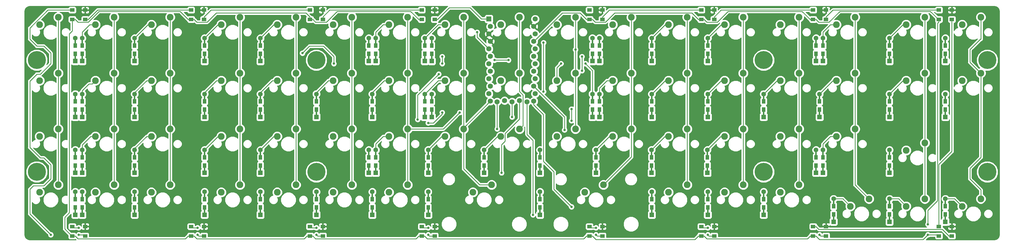
<source format=gbr>
G04 #@! TF.GenerationSoftware,KiCad,Pcbnew,(6.0.0-rc1-dev-577-ge0316af69)*
G04 #@! TF.CreationDate,2019-05-23T22:03:44-05:00*
G04 #@! TF.ProjectId,OrthonautSouthpaw,4F7274686F6E617574536F7574687061,v1*
G04 #@! TF.SameCoordinates,Original*
G04 #@! TF.FileFunction,Copper,L2,Bot,Signal*
G04 #@! TF.FilePolarity,Positive*
%FSLAX46Y46*%
G04 Gerber Fmt 4.6, Leading zero omitted, Abs format (unit mm)*
G04 Created by KiCad (PCBNEW (6.0.0-rc1-dev-577-ge0316af69)) date 05/23/19 22:03:44*
%MOMM*%
%LPD*%
G01*
G04 APERTURE LIST*
G04 #@! TA.AperFunction,ComponentPad*
%ADD10C,2.286000*%
G04 #@! TD*
G04 #@! TA.AperFunction,SMDPad,CuDef*
%ADD11R,1.500000X1.200000*%
G04 #@! TD*
G04 #@! TA.AperFunction,SMDPad,CuDef*
%ADD12R,1.200000X1.600000*%
G04 #@! TD*
G04 #@! TA.AperFunction,ComponentPad*
%ADD13C,1.600000*%
G04 #@! TD*
G04 #@! TA.AperFunction,ComponentPad*
%ADD14R,1.600000X1.600000*%
G04 #@! TD*
G04 #@! TA.AperFunction,Conductor*
%ADD15R,0.500000X2.900000*%
G04 #@! TD*
G04 #@! TA.AperFunction,ComponentPad*
%ADD16C,6.100000*%
G04 #@! TD*
G04 #@! TA.AperFunction,ComponentPad*
%ADD17R,1.752600X1.752600*%
G04 #@! TD*
G04 #@! TA.AperFunction,ComponentPad*
%ADD18C,1.752600*%
G04 #@! TD*
G04 #@! TA.AperFunction,ViaPad*
%ADD19C,0.800000*%
G04 #@! TD*
G04 #@! TA.AperFunction,Conductor*
%ADD20C,0.250000*%
G04 #@! TD*
G04 #@! TA.AperFunction,Conductor*
%ADD21C,0.254000*%
G04 #@! TD*
G04 APERTURE END LIST*
D10*
G04 #@! TO.P,K6,2*
G04 #@! TO.N,Net-(D6-Pad2)*
X65065000Y-44960000D03*
G04 #@! TO.P,K6,1*
G04 #@! TO.N,/col1*
X71415000Y-42420000D03*
G04 #@! TD*
D11*
G04 #@! TO.P,D68,3*
G04 #@! TO.N,GND*
X237325000Y-94587500D03*
G04 #@! TO.P,D68,4*
G04 #@! TO.N,Net-(D68-Pad4)*
X237325000Y-97787500D03*
G04 #@! TO.P,D68,1*
G04 #@! TO.N,VCC*
X232925000Y-97787500D03*
G04 #@! TO.P,D68,2*
G04 #@! TO.N,Net-(D68-Pad2)*
X232925000Y-94587500D03*
G04 #@! TD*
D10*
G04 #@! TO.P,K58,1*
G04 #@! TO.N,/col14*
X327915000Y-85170000D03*
G04 #@! TO.P,K58,2*
G04 #@! TO.N,Net-(D58-Pad2)*
X321565000Y-87710000D03*
G04 #@! TD*
D12*
G04 #@! TO.P,D1,1*
G04 #@! TO.N,/row0*
X58187500Y-35837500D03*
G04 #@! TO.P,D1,2*
G04 #@! TO.N,Net-(D1-Pad2)*
X58187500Y-33037500D03*
D13*
X58187500Y-30537500D03*
D14*
G04 #@! TO.P,D1,1*
G04 #@! TO.N,/row0*
X58187500Y-38337500D03*
D15*
G04 #@! TD*
G04 #@! TO.N,Net-(D1-Pad2)*
G04 #@! TO.C,D1*
X58187500Y-31937500D03*
G04 #@! TO.N,/row0*
G04 #@! TO.C,D1*
X58187500Y-36937500D03*
G04 #@! TD*
D12*
G04 #@! TO.P,D2,1*
G04 #@! TO.N,/row1*
X58187500Y-54837500D03*
G04 #@! TO.P,D2,2*
G04 #@! TO.N,Net-(D2-Pad2)*
X58187500Y-52037500D03*
D13*
X58187500Y-49537500D03*
D14*
G04 #@! TO.P,D2,1*
G04 #@! TO.N,/row1*
X58187500Y-57337500D03*
D15*
G04 #@! TD*
G04 #@! TO.N,Net-(D2-Pad2)*
G04 #@! TO.C,D2*
X58187500Y-50937500D03*
G04 #@! TO.N,/row1*
G04 #@! TO.C,D2*
X58187500Y-55937500D03*
G04 #@! TD*
D12*
G04 #@! TO.P,D3,1*
G04 #@! TO.N,/row2*
X58187500Y-73837500D03*
G04 #@! TO.P,D3,2*
G04 #@! TO.N,Net-(D3-Pad2)*
X58187500Y-71037500D03*
D13*
X58187500Y-68537500D03*
D14*
G04 #@! TO.P,D3,1*
G04 #@! TO.N,/row2*
X58187500Y-76337500D03*
D15*
G04 #@! TD*
G04 #@! TO.N,Net-(D3-Pad2)*
G04 #@! TO.C,D3*
X58187500Y-69937500D03*
G04 #@! TO.N,/row2*
G04 #@! TO.C,D3*
X58187500Y-74937500D03*
G04 #@! TD*
D12*
G04 #@! TO.P,D5,1*
G04 #@! TO.N,/row0*
X60562500Y-35837500D03*
G04 #@! TO.P,D5,2*
G04 #@! TO.N,Net-(D5-Pad2)*
X60562500Y-33037500D03*
D13*
X60562500Y-30537500D03*
D14*
G04 #@! TO.P,D5,1*
G04 #@! TO.N,/row0*
X60562500Y-38337500D03*
D15*
G04 #@! TD*
G04 #@! TO.N,Net-(D5-Pad2)*
G04 #@! TO.C,D5*
X60562500Y-31937500D03*
G04 #@! TO.N,/row0*
G04 #@! TO.C,D5*
X60562500Y-36937500D03*
G04 #@! TD*
D12*
G04 #@! TO.P,D6,1*
G04 #@! TO.N,/row1*
X60562500Y-54837500D03*
G04 #@! TO.P,D6,2*
G04 #@! TO.N,Net-(D6-Pad2)*
X60562500Y-52037500D03*
D13*
X60562500Y-49537500D03*
D14*
G04 #@! TO.P,D6,1*
G04 #@! TO.N,/row1*
X60562500Y-57337500D03*
D15*
G04 #@! TD*
G04 #@! TO.N,Net-(D6-Pad2)*
G04 #@! TO.C,D6*
X60562500Y-50937500D03*
G04 #@! TO.N,/row1*
G04 #@! TO.C,D6*
X60562500Y-55937500D03*
G04 #@! TD*
D12*
G04 #@! TO.P,D7,1*
G04 #@! TO.N,/row2*
X60562500Y-73837500D03*
G04 #@! TO.P,D7,2*
G04 #@! TO.N,Net-(D7-Pad2)*
X60562500Y-71037500D03*
D13*
X60562500Y-68537500D03*
D14*
G04 #@! TO.P,D7,1*
G04 #@! TO.N,/row2*
X60562500Y-76337500D03*
D15*
G04 #@! TD*
G04 #@! TO.N,Net-(D7-Pad2)*
G04 #@! TO.C,D7*
X60562500Y-69937500D03*
G04 #@! TO.N,/row2*
G04 #@! TO.C,D7*
X60562500Y-74937500D03*
G04 #@! TD*
D12*
G04 #@! TO.P,D8,1*
G04 #@! TO.N,/row3*
X60562500Y-88087500D03*
G04 #@! TO.P,D8,2*
G04 #@! TO.N,Net-(D8-Pad2)*
X60562500Y-85287500D03*
D13*
X60562500Y-82787500D03*
D14*
G04 #@! TO.P,D8,1*
G04 #@! TO.N,/row3*
X60562500Y-90587500D03*
D15*
G04 #@! TD*
G04 #@! TO.N,Net-(D8-Pad2)*
G04 #@! TO.C,D8*
X60562500Y-84187500D03*
G04 #@! TO.N,/row3*
G04 #@! TO.C,D8*
X60562500Y-89187500D03*
G04 #@! TD*
D12*
G04 #@! TO.P,D9,1*
G04 #@! TO.N,/row0*
X78375000Y-35837500D03*
G04 #@! TO.P,D9,2*
G04 #@! TO.N,Net-(D9-Pad2)*
X78375000Y-33037500D03*
D13*
X78375000Y-30537500D03*
D14*
G04 #@! TO.P,D9,1*
G04 #@! TO.N,/row0*
X78375000Y-38337500D03*
D15*
G04 #@! TD*
G04 #@! TO.N,Net-(D9-Pad2)*
G04 #@! TO.C,D9*
X78375000Y-31937500D03*
G04 #@! TO.N,/row0*
G04 #@! TO.C,D9*
X78375000Y-36937500D03*
G04 #@! TD*
D12*
G04 #@! TO.P,D10,1*
G04 #@! TO.N,/row1*
X78375000Y-54837500D03*
G04 #@! TO.P,D10,2*
G04 #@! TO.N,Net-(D10-Pad2)*
X78375000Y-52037500D03*
D13*
X78375000Y-49537500D03*
D14*
G04 #@! TO.P,D10,1*
G04 #@! TO.N,/row1*
X78375000Y-57337500D03*
D15*
G04 #@! TD*
G04 #@! TO.N,Net-(D10-Pad2)*
G04 #@! TO.C,D10*
X78375000Y-50937500D03*
G04 #@! TO.N,/row1*
G04 #@! TO.C,D10*
X78375000Y-55937500D03*
G04 #@! TD*
D12*
G04 #@! TO.P,D11,1*
G04 #@! TO.N,/row2*
X78375000Y-73837500D03*
G04 #@! TO.P,D11,2*
G04 #@! TO.N,Net-(D11-Pad2)*
X78375000Y-71037500D03*
D13*
X78375000Y-68537500D03*
D14*
G04 #@! TO.P,D11,1*
G04 #@! TO.N,/row2*
X78375000Y-76337500D03*
D15*
G04 #@! TD*
G04 #@! TO.N,Net-(D11-Pad2)*
G04 #@! TO.C,D11*
X78375000Y-69937500D03*
G04 #@! TO.N,/row2*
G04 #@! TO.C,D11*
X78375000Y-74937500D03*
G04 #@! TD*
D12*
G04 #@! TO.P,D12,1*
G04 #@! TO.N,/row3*
X78375000Y-88087500D03*
G04 #@! TO.P,D12,2*
G04 #@! TO.N,Net-(D12-Pad2)*
X78375000Y-85287500D03*
D13*
X78375000Y-82787500D03*
D14*
G04 #@! TO.P,D12,1*
G04 #@! TO.N,/row3*
X78375000Y-90587500D03*
D15*
G04 #@! TD*
G04 #@! TO.N,Net-(D12-Pad2)*
G04 #@! TO.C,D12*
X78375000Y-84187500D03*
G04 #@! TO.N,/row3*
G04 #@! TO.C,D12*
X78375000Y-89187500D03*
G04 #@! TD*
G04 #@! TO.N,/row0*
G04 #@! TO.C,D13*
X102125000Y-36937500D03*
G04 #@! TO.N,Net-(D13-Pad2)*
X102125000Y-31937500D03*
D14*
G04 #@! TD*
G04 #@! TO.P,D13,1*
G04 #@! TO.N,/row0*
X102125000Y-38337500D03*
D13*
G04 #@! TO.P,D13,2*
G04 #@! TO.N,Net-(D13-Pad2)*
X102125000Y-30537500D03*
D12*
X102125000Y-33037500D03*
G04 #@! TO.P,D13,1*
G04 #@! TO.N,/row0*
X102125000Y-35837500D03*
G04 #@! TD*
D15*
G04 #@! TO.N,/row1*
G04 #@! TO.C,D14*
X102125000Y-55937500D03*
G04 #@! TO.N,Net-(D14-Pad2)*
X102125000Y-50937500D03*
D14*
G04 #@! TD*
G04 #@! TO.P,D14,1*
G04 #@! TO.N,/row1*
X102125000Y-57337500D03*
D13*
G04 #@! TO.P,D14,2*
G04 #@! TO.N,Net-(D14-Pad2)*
X102125000Y-49537500D03*
D12*
X102125000Y-52037500D03*
G04 #@! TO.P,D14,1*
G04 #@! TO.N,/row1*
X102125000Y-54837500D03*
G04 #@! TD*
D15*
G04 #@! TO.N,/row2*
G04 #@! TO.C,D15*
X102125000Y-74937500D03*
G04 #@! TO.N,Net-(D15-Pad2)*
X102125000Y-69937500D03*
D14*
G04 #@! TD*
G04 #@! TO.P,D15,1*
G04 #@! TO.N,/row2*
X102125000Y-76337500D03*
D13*
G04 #@! TO.P,D15,2*
G04 #@! TO.N,Net-(D15-Pad2)*
X102125000Y-68537500D03*
D12*
X102125000Y-71037500D03*
G04 #@! TO.P,D15,1*
G04 #@! TO.N,/row2*
X102125000Y-73837500D03*
G04 #@! TD*
D15*
G04 #@! TO.N,/row3*
G04 #@! TO.C,D16*
X102125000Y-89187500D03*
G04 #@! TO.N,Net-(D16-Pad2)*
X102125000Y-84187500D03*
D14*
G04 #@! TD*
G04 #@! TO.P,D16,1*
G04 #@! TO.N,/row3*
X102125000Y-90587500D03*
D13*
G04 #@! TO.P,D16,2*
G04 #@! TO.N,Net-(D16-Pad2)*
X102125000Y-82787500D03*
D12*
X102125000Y-85287500D03*
G04 #@! TO.P,D16,1*
G04 #@! TO.N,/row3*
X102125000Y-88087500D03*
G04 #@! TD*
D15*
G04 #@! TO.N,/row0*
G04 #@! TO.C,D17*
X121125000Y-36937500D03*
G04 #@! TO.N,Net-(D17-Pad2)*
X121125000Y-31937500D03*
D14*
G04 #@! TD*
G04 #@! TO.P,D17,1*
G04 #@! TO.N,/row0*
X121125000Y-38337500D03*
D13*
G04 #@! TO.P,D17,2*
G04 #@! TO.N,Net-(D17-Pad2)*
X121125000Y-30537500D03*
D12*
X121125000Y-33037500D03*
G04 #@! TO.P,D17,1*
G04 #@! TO.N,/row0*
X121125000Y-35837500D03*
G04 #@! TD*
D15*
G04 #@! TO.N,/row1*
G04 #@! TO.C,D18*
X121125000Y-55937500D03*
G04 #@! TO.N,Net-(D18-Pad2)*
X121125000Y-50937500D03*
D14*
G04 #@! TD*
G04 #@! TO.P,D18,1*
G04 #@! TO.N,/row1*
X121125000Y-57337500D03*
D13*
G04 #@! TO.P,D18,2*
G04 #@! TO.N,Net-(D18-Pad2)*
X121125000Y-49537500D03*
D12*
X121125000Y-52037500D03*
G04 #@! TO.P,D18,1*
G04 #@! TO.N,/row1*
X121125000Y-54837500D03*
G04 #@! TD*
D15*
G04 #@! TO.N,/row2*
G04 #@! TO.C,D19*
X121125000Y-74937500D03*
G04 #@! TO.N,Net-(D19-Pad2)*
X121125000Y-69937500D03*
D14*
G04 #@! TD*
G04 #@! TO.P,D19,1*
G04 #@! TO.N,/row2*
X121125000Y-76337500D03*
D13*
G04 #@! TO.P,D19,2*
G04 #@! TO.N,Net-(D19-Pad2)*
X121125000Y-68537500D03*
D12*
X121125000Y-71037500D03*
G04 #@! TO.P,D19,1*
G04 #@! TO.N,/row2*
X121125000Y-73837500D03*
G04 #@! TD*
D15*
G04 #@! TO.N,/row3*
G04 #@! TO.C,D20*
X121125000Y-89187500D03*
G04 #@! TO.N,Net-(D20-Pad2)*
X121125000Y-84187500D03*
D14*
G04 #@! TD*
G04 #@! TO.P,D20,1*
G04 #@! TO.N,/row3*
X121125000Y-90587500D03*
D13*
G04 #@! TO.P,D20,2*
G04 #@! TO.N,Net-(D20-Pad2)*
X121125000Y-82787500D03*
D12*
X121125000Y-85287500D03*
G04 #@! TO.P,D20,1*
G04 #@! TO.N,/row3*
X121125000Y-88087500D03*
G04 #@! TD*
D15*
G04 #@! TO.N,/row0*
G04 #@! TO.C,D21*
X157937500Y-36937500D03*
G04 #@! TO.N,Net-(D21-Pad2)*
X157937500Y-31937500D03*
D14*
G04 #@! TD*
G04 #@! TO.P,D21,1*
G04 #@! TO.N,/row0*
X157937500Y-38337500D03*
D13*
G04 #@! TO.P,D21,2*
G04 #@! TO.N,Net-(D21-Pad2)*
X157937500Y-30537500D03*
D12*
X157937500Y-33037500D03*
G04 #@! TO.P,D21,1*
G04 #@! TO.N,/row0*
X157937500Y-35837500D03*
G04 #@! TD*
D15*
G04 #@! TO.N,/row1*
G04 #@! TO.C,D22*
X140125000Y-55937500D03*
G04 #@! TO.N,Net-(D22-Pad2)*
X140125000Y-50937500D03*
D14*
G04 #@! TD*
G04 #@! TO.P,D22,1*
G04 #@! TO.N,/row1*
X140125000Y-57337500D03*
D13*
G04 #@! TO.P,D22,2*
G04 #@! TO.N,Net-(D22-Pad2)*
X140125000Y-49537500D03*
D12*
X140125000Y-52037500D03*
G04 #@! TO.P,D22,1*
G04 #@! TO.N,/row1*
X140125000Y-54837500D03*
G04 #@! TD*
D15*
G04 #@! TO.N,/row2*
G04 #@! TO.C,D23*
X157937500Y-74937500D03*
G04 #@! TO.N,Net-(D23-Pad2)*
X157937500Y-69937500D03*
D14*
G04 #@! TD*
G04 #@! TO.P,D23,1*
G04 #@! TO.N,/row2*
X157937500Y-76337500D03*
D13*
G04 #@! TO.P,D23,2*
G04 #@! TO.N,Net-(D23-Pad2)*
X157937500Y-68537500D03*
D12*
X157937500Y-71037500D03*
G04 #@! TO.P,D23,1*
G04 #@! TO.N,/row2*
X157937500Y-73837500D03*
G04 #@! TD*
D15*
G04 #@! TO.N,/row3*
G04 #@! TO.C,D24*
X140125000Y-89187500D03*
G04 #@! TO.N,Net-(D24-Pad2)*
X140125000Y-84187500D03*
D14*
G04 #@! TD*
G04 #@! TO.P,D24,1*
G04 #@! TO.N,/row3*
X140125000Y-90587500D03*
D13*
G04 #@! TO.P,D24,2*
G04 #@! TO.N,Net-(D24-Pad2)*
X140125000Y-82787500D03*
D12*
X140125000Y-85287500D03*
G04 #@! TO.P,D24,1*
G04 #@! TO.N,/row3*
X140125000Y-88087500D03*
G04 #@! TD*
D15*
G04 #@! TO.N,/row0*
G04 #@! TO.C,D25*
X160312500Y-36937500D03*
G04 #@! TO.N,Net-(D25-Pad2)*
X160312500Y-31937500D03*
D14*
G04 #@! TD*
G04 #@! TO.P,D25,1*
G04 #@! TO.N,/row0*
X160312500Y-38337500D03*
D13*
G04 #@! TO.P,D25,2*
G04 #@! TO.N,Net-(D25-Pad2)*
X160312500Y-30537500D03*
D12*
X160312500Y-33037500D03*
G04 #@! TO.P,D25,1*
G04 #@! TO.N,/row0*
X160312500Y-35837500D03*
G04 #@! TD*
D15*
G04 #@! TO.N,/row1*
G04 #@! TO.C,D26*
X159125000Y-55937500D03*
G04 #@! TO.N,Net-(D26-Pad2)*
X159125000Y-50937500D03*
D14*
G04 #@! TD*
G04 #@! TO.P,D26,1*
G04 #@! TO.N,/row1*
X159125000Y-57337500D03*
D13*
G04 #@! TO.P,D26,2*
G04 #@! TO.N,Net-(D26-Pad2)*
X159125000Y-49537500D03*
D12*
X159125000Y-52037500D03*
G04 #@! TO.P,D26,1*
G04 #@! TO.N,/row1*
X159125000Y-54837500D03*
G04 #@! TD*
D15*
G04 #@! TO.N,/row2*
G04 #@! TO.C,D27*
X160312500Y-74937500D03*
G04 #@! TO.N,Net-(D27-Pad2)*
X160312500Y-69937500D03*
D14*
G04 #@! TD*
G04 #@! TO.P,D27,1*
G04 #@! TO.N,/row2*
X160312500Y-76337500D03*
D13*
G04 #@! TO.P,D27,2*
G04 #@! TO.N,Net-(D27-Pad2)*
X160312500Y-68537500D03*
D12*
X160312500Y-71037500D03*
G04 #@! TO.P,D27,1*
G04 #@! TO.N,/row2*
X160312500Y-73837500D03*
G04 #@! TD*
D15*
G04 #@! TO.N,/row3*
G04 #@! TO.C,D28*
X159125000Y-89187500D03*
G04 #@! TO.N,Net-(D28-Pad2)*
X159125000Y-84187500D03*
D14*
G04 #@! TD*
G04 #@! TO.P,D28,1*
G04 #@! TO.N,/row3*
X159125000Y-90587500D03*
D13*
G04 #@! TO.P,D28,2*
G04 #@! TO.N,Net-(D28-Pad2)*
X159125000Y-82787500D03*
D12*
X159125000Y-85287500D03*
G04 #@! TO.P,D28,1*
G04 #@! TO.N,/row3*
X159125000Y-88087500D03*
G04 #@! TD*
D15*
G04 #@! TO.N,/row0*
G04 #@! TO.C,D29*
X176937500Y-36937500D03*
G04 #@! TO.N,Net-(D29-Pad2)*
X176937500Y-31937500D03*
D14*
G04 #@! TD*
G04 #@! TO.P,D29,1*
G04 #@! TO.N,/row0*
X176937500Y-38337500D03*
D13*
G04 #@! TO.P,D29,2*
G04 #@! TO.N,Net-(D29-Pad2)*
X176937500Y-30537500D03*
D12*
X176937500Y-33037500D03*
G04 #@! TO.P,D29,1*
G04 #@! TO.N,/row0*
X176937500Y-35837500D03*
G04 #@! TD*
D15*
G04 #@! TO.N,/row1*
G04 #@! TO.C,D30*
X176937500Y-55937500D03*
G04 #@! TO.N,Net-(D30-Pad2)*
X176937500Y-50937500D03*
D14*
G04 #@! TD*
G04 #@! TO.P,D30,1*
G04 #@! TO.N,/row1*
X176937500Y-57337500D03*
D13*
G04 #@! TO.P,D30,2*
G04 #@! TO.N,Net-(D30-Pad2)*
X176937500Y-49537500D03*
D12*
X176937500Y-52037500D03*
G04 #@! TO.P,D30,1*
G04 #@! TO.N,/row1*
X176937500Y-54837500D03*
G04 #@! TD*
D15*
G04 #@! TO.N,/row2*
G04 #@! TO.C,D31*
X178125000Y-74937500D03*
G04 #@! TO.N,Net-(D31-Pad2)*
X178125000Y-69937500D03*
D14*
G04 #@! TD*
G04 #@! TO.P,D31,1*
G04 #@! TO.N,/row2*
X178125000Y-76337500D03*
D13*
G04 #@! TO.P,D31,2*
G04 #@! TO.N,Net-(D31-Pad2)*
X178125000Y-68537500D03*
D12*
X178125000Y-71037500D03*
G04 #@! TO.P,D31,1*
G04 #@! TO.N,/row2*
X178125000Y-73837500D03*
G04 #@! TD*
D15*
G04 #@! TO.N,/row3*
G04 #@! TO.C,D32*
X178125000Y-89187500D03*
G04 #@! TO.N,Net-(D32-Pad2)*
X178125000Y-84187500D03*
D14*
G04 #@! TD*
G04 #@! TO.P,D32,1*
G04 #@! TO.N,/row3*
X178125000Y-90587500D03*
D13*
G04 #@! TO.P,D32,2*
G04 #@! TO.N,Net-(D32-Pad2)*
X178125000Y-82787500D03*
D12*
X178125000Y-85287500D03*
G04 #@! TO.P,D32,1*
G04 #@! TO.N,/row3*
X178125000Y-88087500D03*
G04 #@! TD*
D15*
G04 #@! TO.N,/row0*
G04 #@! TO.C,D33*
X179312500Y-36937500D03*
G04 #@! TO.N,Net-(D33-Pad2)*
X179312500Y-31937500D03*
D14*
G04 #@! TD*
G04 #@! TO.P,D33,1*
G04 #@! TO.N,/row0*
X179312500Y-38337500D03*
D13*
G04 #@! TO.P,D33,2*
G04 #@! TO.N,Net-(D33-Pad2)*
X179312500Y-30537500D03*
D12*
X179312500Y-33037500D03*
G04 #@! TO.P,D33,1*
G04 #@! TO.N,/row0*
X179312500Y-35837500D03*
G04 #@! TD*
D15*
G04 #@! TO.N,/row1*
G04 #@! TO.C,D34*
X179312500Y-55937500D03*
G04 #@! TO.N,Net-(D34-Pad2)*
X179312500Y-50937500D03*
D14*
G04 #@! TD*
G04 #@! TO.P,D34,1*
G04 #@! TO.N,/row1*
X179312500Y-57337500D03*
D13*
G04 #@! TO.P,D34,2*
G04 #@! TO.N,Net-(D34-Pad2)*
X179312500Y-49537500D03*
D12*
X179312500Y-52037500D03*
G04 #@! TO.P,D34,1*
G04 #@! TO.N,/row1*
X179312500Y-54837500D03*
G04 #@! TD*
D15*
G04 #@! TO.N,/row2*
G04 #@! TO.C,D35*
X197125000Y-74937500D03*
G04 #@! TO.N,Net-(D35-Pad2)*
X197125000Y-69937500D03*
D14*
G04 #@! TD*
G04 #@! TO.P,D35,1*
G04 #@! TO.N,/row2*
X197125000Y-76337500D03*
D13*
G04 #@! TO.P,D35,2*
G04 #@! TO.N,Net-(D35-Pad2)*
X197125000Y-68537500D03*
D12*
X197125000Y-71037500D03*
G04 #@! TO.P,D35,1*
G04 #@! TO.N,/row2*
X197125000Y-73837500D03*
G04 #@! TD*
D15*
G04 #@! TO.N,/row0*
G04 #@! TO.C,D36*
X233937500Y-36937500D03*
G04 #@! TO.N,Net-(D36-Pad2)*
X233937500Y-31937500D03*
D14*
G04 #@! TD*
G04 #@! TO.P,D36,1*
G04 #@! TO.N,/row0*
X233937500Y-38337500D03*
D13*
G04 #@! TO.P,D36,2*
G04 #@! TO.N,Net-(D36-Pad2)*
X233937500Y-30537500D03*
D12*
X233937500Y-33037500D03*
G04 #@! TO.P,D36,1*
G04 #@! TO.N,/row0*
X233937500Y-35837500D03*
G04 #@! TD*
D15*
G04 #@! TO.N,/row1*
G04 #@! TO.C,D37*
X233937500Y-55937500D03*
G04 #@! TO.N,Net-(D37-Pad2)*
X233937500Y-50937500D03*
D14*
G04 #@! TD*
G04 #@! TO.P,D37,1*
G04 #@! TO.N,/row1*
X233937500Y-57337500D03*
D13*
G04 #@! TO.P,D37,2*
G04 #@! TO.N,Net-(D37-Pad2)*
X233937500Y-49537500D03*
D12*
X233937500Y-52037500D03*
G04 #@! TO.P,D37,1*
G04 #@! TO.N,/row1*
X233937500Y-54837500D03*
G04 #@! TD*
D15*
G04 #@! TO.N,/row2*
G04 #@! TO.C,D38*
X216125000Y-74937500D03*
G04 #@! TO.N,Net-(D38-Pad2)*
X216125000Y-69937500D03*
D14*
G04 #@! TD*
G04 #@! TO.P,D38,1*
G04 #@! TO.N,/row2*
X216125000Y-76337500D03*
D13*
G04 #@! TO.P,D38,2*
G04 #@! TO.N,Net-(D38-Pad2)*
X216125000Y-68537500D03*
D12*
X216125000Y-71037500D03*
G04 #@! TO.P,D38,1*
G04 #@! TO.N,/row2*
X216125000Y-73837500D03*
G04 #@! TD*
D15*
G04 #@! TO.N,/row0*
G04 #@! TO.C,D39*
X236312500Y-36937500D03*
G04 #@! TO.N,Net-(D39-Pad2)*
X236312500Y-31937500D03*
D14*
G04 #@! TD*
G04 #@! TO.P,D39,1*
G04 #@! TO.N,/row0*
X236312500Y-38337500D03*
D13*
G04 #@! TO.P,D39,2*
G04 #@! TO.N,Net-(D39-Pad2)*
X236312500Y-30537500D03*
D12*
X236312500Y-33037500D03*
G04 #@! TO.P,D39,1*
G04 #@! TO.N,/row0*
X236312500Y-35837500D03*
G04 #@! TD*
D15*
G04 #@! TO.N,/row1*
G04 #@! TO.C,D40*
X236312500Y-55937500D03*
G04 #@! TO.N,Net-(D40-Pad2)*
X236312500Y-50937500D03*
D14*
G04 #@! TD*
G04 #@! TO.P,D40,1*
G04 #@! TO.N,/row1*
X236312500Y-57337500D03*
D13*
G04 #@! TO.P,D40,2*
G04 #@! TO.N,Net-(D40-Pad2)*
X236312500Y-49537500D03*
D12*
X236312500Y-52037500D03*
G04 #@! TO.P,D40,1*
G04 #@! TO.N,/row1*
X236312500Y-54837500D03*
G04 #@! TD*
D15*
G04 #@! TO.N,/row2*
G04 #@! TO.C,D41*
X235125000Y-74937500D03*
G04 #@! TO.N,Net-(D41-Pad2)*
X235125000Y-69937500D03*
D14*
G04 #@! TD*
G04 #@! TO.P,D41,1*
G04 #@! TO.N,/row2*
X235125000Y-76337500D03*
D13*
G04 #@! TO.P,D41,2*
G04 #@! TO.N,Net-(D41-Pad2)*
X235125000Y-68537500D03*
D12*
X235125000Y-71037500D03*
G04 #@! TO.P,D41,1*
G04 #@! TO.N,/row2*
X235125000Y-73837500D03*
G04 #@! TD*
D15*
G04 #@! TO.N,/row3*
G04 #@! TO.C,D42*
X216125000Y-89187500D03*
G04 #@! TO.N,Net-(D42-Pad2)*
X216125000Y-84187500D03*
D14*
G04 #@! TD*
G04 #@! TO.P,D42,1*
G04 #@! TO.N,/row3*
X216125000Y-90587500D03*
D13*
G04 #@! TO.P,D42,2*
G04 #@! TO.N,Net-(D42-Pad2)*
X216125000Y-82787500D03*
D12*
X216125000Y-85287500D03*
G04 #@! TO.P,D42,1*
G04 #@! TO.N,/row3*
X216125000Y-88087500D03*
G04 #@! TD*
D15*
G04 #@! TO.N,/row0*
G04 #@! TO.C,D43*
X254125000Y-36937500D03*
G04 #@! TO.N,Net-(D43-Pad2)*
X254125000Y-31937500D03*
D14*
G04 #@! TD*
G04 #@! TO.P,D43,1*
G04 #@! TO.N,/row0*
X254125000Y-38337500D03*
D13*
G04 #@! TO.P,D43,2*
G04 #@! TO.N,Net-(D43-Pad2)*
X254125000Y-30537500D03*
D12*
X254125000Y-33037500D03*
G04 #@! TO.P,D43,1*
G04 #@! TO.N,/row0*
X254125000Y-35837500D03*
G04 #@! TD*
D15*
G04 #@! TO.N,/row1*
G04 #@! TO.C,D44*
X254125000Y-55937500D03*
G04 #@! TO.N,Net-(D44-Pad2)*
X254125000Y-50937500D03*
D14*
G04 #@! TD*
G04 #@! TO.P,D44,1*
G04 #@! TO.N,/row1*
X254125000Y-57337500D03*
D13*
G04 #@! TO.P,D44,2*
G04 #@! TO.N,Net-(D44-Pad2)*
X254125000Y-49537500D03*
D12*
X254125000Y-52037500D03*
G04 #@! TO.P,D44,1*
G04 #@! TO.N,/row1*
X254125000Y-54837500D03*
G04 #@! TD*
G04 #@! TO.P,D45,1*
G04 #@! TO.N,/row2*
X254000000Y-73837500D03*
G04 #@! TO.P,D45,2*
G04 #@! TO.N,Net-(D45-Pad2)*
X254000000Y-71037500D03*
D13*
X254000000Y-68537500D03*
D14*
G04 #@! TO.P,D45,1*
G04 #@! TO.N,/row2*
X254000000Y-76337500D03*
D15*
G04 #@! TD*
G04 #@! TO.N,Net-(D45-Pad2)*
G04 #@! TO.C,D45*
X254000000Y-69937500D03*
G04 #@! TO.N,/row2*
G04 #@! TO.C,D45*
X254000000Y-74937500D03*
G04 #@! TD*
D12*
G04 #@! TO.P,D46,1*
G04 #@! TO.N,/row3*
X254125000Y-88087500D03*
G04 #@! TO.P,D46,2*
G04 #@! TO.N,Net-(D46-Pad2)*
X254125000Y-85287500D03*
D13*
X254125000Y-82787500D03*
D14*
G04 #@! TO.P,D46,1*
G04 #@! TO.N,/row3*
X254125000Y-90587500D03*
D15*
G04 #@! TD*
G04 #@! TO.N,Net-(D46-Pad2)*
G04 #@! TO.C,D46*
X254125000Y-84187500D03*
G04 #@! TO.N,/row3*
G04 #@! TO.C,D46*
X254125000Y-89187500D03*
G04 #@! TD*
D12*
G04 #@! TO.P,D47,1*
G04 #@! TO.N,/row0*
X273125000Y-35837500D03*
G04 #@! TO.P,D47,2*
G04 #@! TO.N,Net-(D47-Pad2)*
X273125000Y-33037500D03*
D13*
X273125000Y-30537500D03*
D14*
G04 #@! TO.P,D47,1*
G04 #@! TO.N,/row0*
X273125000Y-38337500D03*
D15*
G04 #@! TD*
G04 #@! TO.N,Net-(D47-Pad2)*
G04 #@! TO.C,D47*
X273125000Y-31937500D03*
G04 #@! TO.N,/row0*
G04 #@! TO.C,D47*
X273125000Y-36937500D03*
G04 #@! TD*
D12*
G04 #@! TO.P,D48,1*
G04 #@! TO.N,/row1*
X273125000Y-54837500D03*
G04 #@! TO.P,D48,2*
G04 #@! TO.N,Net-(D48-Pad2)*
X273125000Y-52037500D03*
D13*
X273125000Y-49537500D03*
D14*
G04 #@! TO.P,D48,1*
G04 #@! TO.N,/row1*
X273125000Y-57337500D03*
D15*
G04 #@! TD*
G04 #@! TO.N,Net-(D48-Pad2)*
G04 #@! TO.C,D48*
X273125000Y-50937500D03*
G04 #@! TO.N,/row1*
G04 #@! TO.C,D48*
X273125000Y-55937500D03*
G04 #@! TD*
D12*
G04 #@! TO.P,D49,1*
G04 #@! TO.N,/row2*
X273000000Y-73837500D03*
G04 #@! TO.P,D49,2*
G04 #@! TO.N,Net-(D49-Pad2)*
X273000000Y-71037500D03*
D13*
X273000000Y-68537500D03*
D14*
G04 #@! TO.P,D49,1*
G04 #@! TO.N,/row2*
X273000000Y-76337500D03*
D15*
G04 #@! TD*
G04 #@! TO.N,Net-(D49-Pad2)*
G04 #@! TO.C,D49*
X273000000Y-69937500D03*
G04 #@! TO.N,/row2*
G04 #@! TO.C,D49*
X273000000Y-74937500D03*
G04 #@! TD*
D12*
G04 #@! TO.P,D50,1*
G04 #@! TO.N,/row3*
X273125000Y-88087500D03*
G04 #@! TO.P,D50,2*
G04 #@! TO.N,Net-(D50-Pad2)*
X273125000Y-85287500D03*
D13*
X273125000Y-82787500D03*
D14*
G04 #@! TO.P,D50,1*
G04 #@! TO.N,/row3*
X273125000Y-90587500D03*
D15*
G04 #@! TD*
G04 #@! TO.N,Net-(D50-Pad2)*
G04 #@! TO.C,D50*
X273125000Y-84187500D03*
G04 #@! TO.N,/row3*
G04 #@! TO.C,D50*
X273125000Y-89187500D03*
G04 #@! TD*
D12*
G04 #@! TO.P,D51,1*
G04 #@! TO.N,/row0*
X309937500Y-35837500D03*
G04 #@! TO.P,D51,2*
G04 #@! TO.N,Net-(D51-Pad2)*
X309937500Y-33037500D03*
D13*
X309937500Y-30537500D03*
D14*
G04 #@! TO.P,D51,1*
G04 #@! TO.N,/row0*
X309937500Y-38337500D03*
D15*
G04 #@! TD*
G04 #@! TO.N,Net-(D51-Pad2)*
G04 #@! TO.C,D51*
X309937500Y-31937500D03*
G04 #@! TO.N,/row0*
G04 #@! TO.C,D51*
X309937500Y-36937500D03*
G04 #@! TD*
D12*
G04 #@! TO.P,D52,1*
G04 #@! TO.N,/row1*
X292125000Y-54837500D03*
G04 #@! TO.P,D52,2*
G04 #@! TO.N,Net-(D52-Pad2)*
X292125000Y-52037500D03*
D13*
X292125000Y-49537500D03*
D14*
G04 #@! TO.P,D52,1*
G04 #@! TO.N,/row1*
X292125000Y-57337500D03*
D15*
G04 #@! TD*
G04 #@! TO.N,Net-(D52-Pad2)*
G04 #@! TO.C,D52*
X292125000Y-50937500D03*
G04 #@! TO.N,/row1*
G04 #@! TO.C,D52*
X292125000Y-55937500D03*
G04 #@! TD*
D12*
G04 #@! TO.P,D53,1*
G04 #@! TO.N,/row2*
X309937500Y-73837500D03*
G04 #@! TO.P,D53,2*
G04 #@! TO.N,Net-(D53-Pad2)*
X309937500Y-71037500D03*
D13*
X309937500Y-68537500D03*
D14*
G04 #@! TO.P,D53,1*
G04 #@! TO.N,/row2*
X309937500Y-76337500D03*
D15*
G04 #@! TD*
G04 #@! TO.N,Net-(D53-Pad2)*
G04 #@! TO.C,D53*
X309937500Y-69937500D03*
G04 #@! TO.N,/row2*
G04 #@! TO.C,D53*
X309937500Y-74937500D03*
G04 #@! TD*
D12*
G04 #@! TO.P,D54,1*
G04 #@! TO.N,/row3*
X292125000Y-88087500D03*
G04 #@! TO.P,D54,2*
G04 #@! TO.N,Net-(D54-Pad2)*
X292125000Y-85287500D03*
D13*
X292125000Y-82787500D03*
D14*
G04 #@! TO.P,D54,1*
G04 #@! TO.N,/row3*
X292125000Y-90587500D03*
D15*
G04 #@! TD*
G04 #@! TO.N,Net-(D54-Pad2)*
G04 #@! TO.C,D54*
X292125000Y-84187500D03*
G04 #@! TO.N,/row3*
G04 #@! TO.C,D54*
X292125000Y-89187500D03*
G04 #@! TD*
D12*
G04 #@! TO.P,D55,1*
G04 #@! TO.N,/row0*
X312312500Y-35837500D03*
G04 #@! TO.P,D55,2*
G04 #@! TO.N,Net-(D55-Pad2)*
X312312500Y-33037500D03*
D13*
X312312500Y-30537500D03*
D14*
G04 #@! TO.P,D55,1*
G04 #@! TO.N,/row0*
X312312500Y-38337500D03*
D15*
G04 #@! TD*
G04 #@! TO.N,Net-(D55-Pad2)*
G04 #@! TO.C,D55*
X312312500Y-31937500D03*
G04 #@! TO.N,/row0*
G04 #@! TO.C,D55*
X312312500Y-36937500D03*
G04 #@! TD*
D12*
G04 #@! TO.P,D56,1*
G04 #@! TO.N,/row1*
X311125000Y-54837500D03*
G04 #@! TO.P,D56,2*
G04 #@! TO.N,Net-(D56-Pad2)*
X311125000Y-52037500D03*
D13*
X311125000Y-49537500D03*
D14*
G04 #@! TO.P,D56,1*
G04 #@! TO.N,/row1*
X311125000Y-57337500D03*
D15*
G04 #@! TD*
G04 #@! TO.N,Net-(D56-Pad2)*
G04 #@! TO.C,D56*
X311125000Y-50937500D03*
G04 #@! TO.N,/row1*
G04 #@! TO.C,D56*
X311125000Y-55937500D03*
G04 #@! TD*
D12*
G04 #@! TO.P,D57,1*
G04 #@! TO.N,/row2*
X312312500Y-73837500D03*
G04 #@! TO.P,D57,2*
G04 #@! TO.N,Net-(D57-Pad2)*
X312312500Y-71037500D03*
D13*
X312312500Y-68537500D03*
D14*
G04 #@! TO.P,D57,1*
G04 #@! TO.N,/row2*
X312312500Y-76337500D03*
D15*
G04 #@! TD*
G04 #@! TO.N,Net-(D57-Pad2)*
G04 #@! TO.C,D57*
X312312500Y-69937500D03*
G04 #@! TO.N,/row2*
G04 #@! TO.C,D57*
X312312500Y-74937500D03*
G04 #@! TD*
D12*
G04 #@! TO.P,D58,1*
G04 #@! TO.N,/row3*
X315875000Y-90462500D03*
G04 #@! TO.P,D58,2*
G04 #@! TO.N,Net-(D58-Pad2)*
X315875000Y-87662500D03*
D13*
X315875000Y-85162500D03*
D14*
G04 #@! TO.P,D58,1*
G04 #@! TO.N,/row3*
X315875000Y-92962500D03*
D15*
G04 #@! TD*
G04 #@! TO.N,Net-(D58-Pad2)*
G04 #@! TO.C,D58*
X315875000Y-86562500D03*
G04 #@! TO.N,/row3*
G04 #@! TO.C,D58*
X315875000Y-91562500D03*
G04 #@! TD*
D12*
G04 #@! TO.P,D59,1*
G04 #@! TO.N,/row0*
X334875000Y-35837500D03*
G04 #@! TO.P,D59,2*
G04 #@! TO.N,Net-(D59-Pad2)*
X334875000Y-33037500D03*
D13*
X334875000Y-30537500D03*
D14*
G04 #@! TO.P,D59,1*
G04 #@! TO.N,/row0*
X334875000Y-38337500D03*
D15*
G04 #@! TD*
G04 #@! TO.N,Net-(D59-Pad2)*
G04 #@! TO.C,D59*
X334875000Y-31937500D03*
G04 #@! TO.N,/row0*
G04 #@! TO.C,D59*
X334875000Y-36937500D03*
G04 #@! TD*
D12*
G04 #@! TO.P,D60,1*
G04 #@! TO.N,/row1*
X334875000Y-54837500D03*
G04 #@! TO.P,D60,2*
G04 #@! TO.N,Net-(D60-Pad2)*
X334875000Y-52037500D03*
D13*
X334875000Y-49537500D03*
D14*
G04 #@! TO.P,D60,1*
G04 #@! TO.N,/row1*
X334875000Y-57337500D03*
D15*
G04 #@! TD*
G04 #@! TO.N,Net-(D60-Pad2)*
G04 #@! TO.C,D60*
X334875000Y-50937500D03*
G04 #@! TO.N,/row1*
G04 #@! TO.C,D60*
X334875000Y-55937500D03*
G04 #@! TD*
D12*
G04 #@! TO.P,D61,1*
G04 #@! TO.N,/row2*
X334875000Y-73837500D03*
G04 #@! TO.P,D61,2*
G04 #@! TO.N,Net-(D61-Pad2)*
X334875000Y-71037500D03*
D13*
X334875000Y-68537500D03*
D14*
G04 #@! TO.P,D61,1*
G04 #@! TO.N,/row2*
X334875000Y-76337500D03*
D15*
G04 #@! TD*
G04 #@! TO.N,Net-(D61-Pad2)*
G04 #@! TO.C,D61*
X334875000Y-69937500D03*
G04 #@! TO.N,/row2*
G04 #@! TO.C,D61*
X334875000Y-74937500D03*
G04 #@! TD*
D12*
G04 #@! TO.P,D62,1*
G04 #@! TO.N,/row3*
X334875000Y-90462500D03*
G04 #@! TO.P,D62,2*
G04 #@! TO.N,Net-(D62-Pad2)*
X334875000Y-87662500D03*
D13*
X334875000Y-85162500D03*
D14*
G04 #@! TO.P,D62,1*
G04 #@! TO.N,/row3*
X334875000Y-92962500D03*
D15*
G04 #@! TD*
G04 #@! TO.N,Net-(D62-Pad2)*
G04 #@! TO.C,D62*
X334875000Y-86562500D03*
G04 #@! TO.N,/row3*
G04 #@! TO.C,D62*
X334875000Y-91562500D03*
G04 #@! TD*
D12*
G04 #@! TO.P,D63,1*
G04 #@! TO.N,/row0*
X353875000Y-35837500D03*
G04 #@! TO.P,D63,2*
G04 #@! TO.N,Net-(D63-Pad2)*
X353875000Y-33037500D03*
D13*
X353875000Y-30537500D03*
D14*
G04 #@! TO.P,D63,1*
G04 #@! TO.N,/row0*
X353875000Y-38337500D03*
D15*
G04 #@! TD*
G04 #@! TO.N,Net-(D63-Pad2)*
G04 #@! TO.C,D63*
X353875000Y-31937500D03*
G04 #@! TO.N,/row0*
G04 #@! TO.C,D63*
X353875000Y-36937500D03*
G04 #@! TD*
D12*
G04 #@! TO.P,D64,1*
G04 #@! TO.N,/row1*
X353875000Y-54837500D03*
G04 #@! TO.P,D64,2*
G04 #@! TO.N,Net-(D64-Pad2)*
X353875000Y-52037500D03*
D13*
X353875000Y-49537500D03*
D14*
G04 #@! TO.P,D64,1*
G04 #@! TO.N,/row1*
X353875000Y-57337500D03*
D15*
G04 #@! TD*
G04 #@! TO.N,Net-(D64-Pad2)*
G04 #@! TO.C,D64*
X353875000Y-50937500D03*
G04 #@! TO.N,/row1*
G04 #@! TO.C,D64*
X353875000Y-55937500D03*
G04 #@! TD*
D12*
G04 #@! TO.P,D65,1*
G04 #@! TO.N,/row3*
X353875000Y-90462500D03*
G04 #@! TO.P,D65,2*
G04 #@! TO.N,Net-(D65-Pad2)*
X353875000Y-87662500D03*
D13*
X353875000Y-85162500D03*
D14*
G04 #@! TO.P,D65,1*
G04 #@! TO.N,/row3*
X353875000Y-92962500D03*
D15*
G04 #@! TD*
G04 #@! TO.N,Net-(D65-Pad2)*
G04 #@! TO.C,D65*
X353875000Y-86562500D03*
G04 #@! TO.N,/row3*
G04 #@! TO.C,D65*
X353875000Y-91562500D03*
G04 #@! TD*
D11*
G04 #@! TO.P,D66,3*
G04 #@! TO.N,GND*
X180325000Y-20962500D03*
G04 #@! TO.P,D66,4*
G04 #@! TO.N,/RGB*
X180325000Y-24162500D03*
G04 #@! TO.P,D66,1*
G04 #@! TO.N,VCC*
X175925000Y-24162500D03*
G04 #@! TO.P,D66,2*
G04 #@! TO.N,Net-(D66-Pad2)*
X175925000Y-20962500D03*
G04 #@! TD*
G04 #@! TO.P,D67,2*
G04 #@! TO.N,Net-(D67-Pad2)*
X57175000Y-94587500D03*
G04 #@! TO.P,D67,1*
G04 #@! TO.N,VCC*
X57175000Y-97787500D03*
G04 #@! TO.P,D67,4*
G04 #@! TO.N,Net-(D67-Pad4)*
X61575000Y-97787500D03*
G04 #@! TO.P,D67,3*
G04 #@! TO.N,GND*
X61575000Y-94587500D03*
G04 #@! TD*
G04 #@! TO.P,D69,3*
G04 #@! TO.N,GND*
X356075000Y-20962500D03*
G04 #@! TO.P,D69,4*
G04 #@! TO.N,Net-(D69-Pad4)*
X356075000Y-24162500D03*
G04 #@! TO.P,D69,1*
G04 #@! TO.N,VCC*
X351675000Y-24162500D03*
G04 #@! TO.P,D69,2*
G04 #@! TO.N,Net-(D69-Pad2)*
X351675000Y-20962500D03*
G04 #@! TD*
G04 #@! TO.P,D70,2*
G04 #@! TO.N,Net-(D70-Pad2)*
X137925000Y-20962500D03*
G04 #@! TO.P,D70,1*
G04 #@! TO.N,VCC*
X137925000Y-24162500D03*
G04 #@! TO.P,D70,4*
G04 #@! TO.N,Net-(D66-Pad2)*
X142325000Y-24162500D03*
G04 #@! TO.P,D70,3*
G04 #@! TO.N,GND*
X142325000Y-20962500D03*
G04 #@! TD*
G04 #@! TO.P,D71,3*
G04 #@! TO.N,GND*
X101950000Y-94587500D03*
G04 #@! TO.P,D71,4*
G04 #@! TO.N,Net-(D67-Pad2)*
X101950000Y-97787500D03*
G04 #@! TO.P,D71,1*
G04 #@! TO.N,VCC*
X97550000Y-97787500D03*
G04 #@! TO.P,D71,2*
G04 #@! TO.N,Net-(D71-Pad2)*
X97550000Y-94587500D03*
G04 #@! TD*
G04 #@! TO.P,D72,2*
G04 #@! TO.N,Net-(D72-Pad2)*
X270925000Y-94587500D03*
G04 #@! TO.P,D72,1*
G04 #@! TO.N,VCC*
X270925000Y-97787500D03*
G04 #@! TO.P,D72,4*
G04 #@! TO.N,Net-(D68-Pad2)*
X275325000Y-97787500D03*
G04 #@! TO.P,D72,3*
G04 #@! TO.N,GND*
X275325000Y-94587500D03*
G04 #@! TD*
G04 #@! TO.P,D73,2*
G04 #@! TO.N,Net-(D73-Pad2)*
X308925000Y-20962500D03*
G04 #@! TO.P,D73,1*
G04 #@! TO.N,VCC*
X308925000Y-24162500D03*
G04 #@! TO.P,D73,4*
G04 #@! TO.N,Net-(D69-Pad2)*
X313325000Y-24162500D03*
G04 #@! TO.P,D73,3*
G04 #@! TO.N,GND*
X313325000Y-20962500D03*
G04 #@! TD*
G04 #@! TO.P,D74,3*
G04 #@! TO.N,GND*
X101950000Y-20962500D03*
G04 #@! TO.P,D74,4*
G04 #@! TO.N,Net-(D70-Pad2)*
X101950000Y-24162500D03*
G04 #@! TO.P,D74,1*
G04 #@! TO.N,VCC*
X97550000Y-24162500D03*
G04 #@! TO.P,D74,2*
G04 #@! TO.N,Net-(D74-Pad2)*
X97550000Y-20962500D03*
G04 #@! TD*
G04 #@! TO.P,D75,3*
G04 #@! TO.N,GND*
X142325000Y-94587500D03*
G04 #@! TO.P,D75,4*
G04 #@! TO.N,Net-(D71-Pad2)*
X142325000Y-97787500D03*
G04 #@! TO.P,D75,1*
G04 #@! TO.N,VCC*
X137925000Y-97787500D03*
G04 #@! TO.P,D75,2*
G04 #@! TO.N,Net-(D75-Pad2)*
X137925000Y-94587500D03*
G04 #@! TD*
G04 #@! TO.P,D76,3*
G04 #@! TO.N,GND*
X313325000Y-94587500D03*
G04 #@! TO.P,D76,4*
G04 #@! TO.N,Net-(D72-Pad2)*
X313325000Y-97787500D03*
G04 #@! TO.P,D76,1*
G04 #@! TO.N,VCC*
X308925000Y-97787500D03*
G04 #@! TO.P,D76,2*
G04 #@! TO.N,Net-(D76-Pad2)*
X308925000Y-94587500D03*
G04 #@! TD*
G04 #@! TO.P,D77,3*
G04 #@! TO.N,GND*
X275325000Y-20962500D03*
G04 #@! TO.P,D77,4*
G04 #@! TO.N,Net-(D73-Pad2)*
X275325000Y-24162500D03*
G04 #@! TO.P,D77,1*
G04 #@! TO.N,VCC*
X270925000Y-24162500D03*
G04 #@! TO.P,D77,2*
G04 #@! TO.N,Net-(D77-Pad2)*
X270925000Y-20962500D03*
G04 #@! TD*
G04 #@! TO.P,D78,2*
G04 #@! TO.N,Net-(D67-Pad4)*
X57175000Y-20962500D03*
G04 #@! TO.P,D78,1*
G04 #@! TO.N,VCC*
X57175000Y-24162500D03*
G04 #@! TO.P,D78,4*
G04 #@! TO.N,Net-(D74-Pad2)*
X61575000Y-24162500D03*
G04 #@! TO.P,D78,3*
G04 #@! TO.N,GND*
X61575000Y-20962500D03*
G04 #@! TD*
G04 #@! TO.P,D79,2*
G04 #@! TO.N,Net-(D68-Pad4)*
X175925000Y-94587500D03*
G04 #@! TO.P,D79,1*
G04 #@! TO.N,VCC*
X175925000Y-97787500D03*
G04 #@! TO.P,D79,4*
G04 #@! TO.N,Net-(D75-Pad2)*
X180325000Y-97787500D03*
G04 #@! TO.P,D79,3*
G04 #@! TO.N,GND*
X180325000Y-94587500D03*
G04 #@! TD*
G04 #@! TO.P,D80,2*
G04 #@! TO.N,Net-(D69-Pad4)*
X351675000Y-94587500D03*
G04 #@! TO.P,D80,1*
G04 #@! TO.N,VCC*
X351675000Y-97787500D03*
G04 #@! TO.P,D80,4*
G04 #@! TO.N,Net-(D76-Pad2)*
X356075000Y-97787500D03*
G04 #@! TO.P,D80,3*
G04 #@! TO.N,GND*
X356075000Y-94587500D03*
G04 #@! TD*
G04 #@! TO.P,D81,2*
G04 #@! TO.N,Net-(D81-Pad2)*
X232925000Y-20962500D03*
G04 #@! TO.P,D81,1*
G04 #@! TO.N,VCC*
X232925000Y-24162500D03*
G04 #@! TO.P,D81,4*
G04 #@! TO.N,Net-(D77-Pad2)*
X237325000Y-24162500D03*
G04 #@! TO.P,D81,3*
G04 #@! TO.N,GND*
X237325000Y-20962500D03*
G04 #@! TD*
D16*
G04 #@! TO.P,H3,*
G04 #@! TO.N,*
X292125000Y-38000000D03*
G04 #@! TD*
G04 #@! TO.P,H4,*
G04 #@! TO.N,*
X140125000Y-76000000D03*
G04 #@! TD*
G04 #@! TO.P,H5,*
G04 #@! TO.N,*
X140125000Y-38000000D03*
G04 #@! TD*
G04 #@! TO.P,H6,*
G04 #@! TO.N,*
X292125000Y-76000000D03*
G04 #@! TD*
D10*
G04 #@! TO.P,K1,1*
G04 #@! TO.N,/col0*
X52415000Y-23420000D03*
G04 #@! TO.P,K1,2*
G04 #@! TO.N,Net-(D1-Pad2)*
X46065000Y-25960000D03*
G04 #@! TD*
G04 #@! TO.P,K2,2*
G04 #@! TO.N,Net-(D2-Pad2)*
X46065000Y-44960000D03*
G04 #@! TO.P,K2,1*
G04 #@! TO.N,/col0*
X52415000Y-42420000D03*
G04 #@! TD*
G04 #@! TO.P,K3,2*
G04 #@! TO.N,Net-(D3-Pad2)*
X46065000Y-63960000D03*
G04 #@! TO.P,K3,1*
G04 #@! TO.N,/col0*
X52415000Y-61420000D03*
G04 #@! TD*
G04 #@! TO.P,K5,1*
G04 #@! TO.N,/col1*
X71415000Y-23420000D03*
G04 #@! TO.P,K5,2*
G04 #@! TO.N,Net-(D5-Pad2)*
X65065000Y-25960000D03*
G04 #@! TD*
G04 #@! TO.P,K7,2*
G04 #@! TO.N,Net-(D7-Pad2)*
X65065000Y-63960000D03*
G04 #@! TO.P,K7,1*
G04 #@! TO.N,/col1*
X71415000Y-61420000D03*
G04 #@! TD*
G04 #@! TO.P,K8,1*
G04 #@! TO.N,/col1*
X71415000Y-80420000D03*
G04 #@! TO.P,K8,2*
G04 #@! TO.N,Net-(D8-Pad2)*
X65065000Y-82960000D03*
G04 #@! TD*
G04 #@! TO.P,K9,2*
G04 #@! TO.N,Net-(D9-Pad2)*
X84065000Y-25960000D03*
G04 #@! TO.P,K9,1*
G04 #@! TO.N,/col2*
X90415000Y-23420000D03*
G04 #@! TD*
G04 #@! TO.P,K10,2*
G04 #@! TO.N,Net-(D10-Pad2)*
X84065000Y-44960000D03*
G04 #@! TO.P,K10,1*
G04 #@! TO.N,/col2*
X90415000Y-42420000D03*
G04 #@! TD*
G04 #@! TO.P,K11,1*
G04 #@! TO.N,/col2*
X90415000Y-61420000D03*
G04 #@! TO.P,K11,2*
G04 #@! TO.N,Net-(D11-Pad2)*
X84065000Y-63960000D03*
G04 #@! TD*
G04 #@! TO.P,K12,2*
G04 #@! TO.N,Net-(D12-Pad2)*
X84065000Y-82960000D03*
G04 #@! TO.P,K12,1*
G04 #@! TO.N,/col2*
X90415000Y-80420000D03*
G04 #@! TD*
G04 #@! TO.P,K13,1*
G04 #@! TO.N,/col3*
X114165000Y-23420000D03*
G04 #@! TO.P,K13,2*
G04 #@! TO.N,Net-(D13-Pad2)*
X107815000Y-25960000D03*
G04 #@! TD*
G04 #@! TO.P,K14,2*
G04 #@! TO.N,Net-(D14-Pad2)*
X107815000Y-44960000D03*
G04 #@! TO.P,K14,1*
G04 #@! TO.N,/col3*
X114165000Y-42420000D03*
G04 #@! TD*
G04 #@! TO.P,K15,1*
G04 #@! TO.N,/col3*
X114165000Y-61420000D03*
G04 #@! TO.P,K15,2*
G04 #@! TO.N,Net-(D15-Pad2)*
X107815000Y-63960000D03*
G04 #@! TD*
G04 #@! TO.P,K16,1*
G04 #@! TO.N,/col3*
X114165000Y-80420000D03*
G04 #@! TO.P,K16,2*
G04 #@! TO.N,Net-(D16-Pad2)*
X107815000Y-82960000D03*
G04 #@! TD*
G04 #@! TO.P,K17,2*
G04 #@! TO.N,Net-(D17-Pad2)*
X126815000Y-25960000D03*
G04 #@! TO.P,K17,1*
G04 #@! TO.N,/col4*
X133165000Y-23420000D03*
G04 #@! TD*
G04 #@! TO.P,K18,1*
G04 #@! TO.N,/col4*
X133165000Y-42420000D03*
G04 #@! TO.P,K18,2*
G04 #@! TO.N,Net-(D18-Pad2)*
X126815000Y-44960000D03*
G04 #@! TD*
G04 #@! TO.P,K19,1*
G04 #@! TO.N,/col4*
X133165000Y-61420000D03*
G04 #@! TO.P,K19,2*
G04 #@! TO.N,Net-(D19-Pad2)*
X126815000Y-63960000D03*
G04 #@! TD*
G04 #@! TO.P,K20,2*
G04 #@! TO.N,Net-(D20-Pad2)*
X126815000Y-82960000D03*
G04 #@! TO.P,K20,1*
G04 #@! TO.N,/col4*
X133165000Y-80420000D03*
G04 #@! TD*
G04 #@! TO.P,K21,1*
G04 #@! TO.N,/col5*
X152165000Y-23420000D03*
G04 #@! TO.P,K21,2*
G04 #@! TO.N,Net-(D21-Pad2)*
X145815000Y-25960000D03*
G04 #@! TD*
G04 #@! TO.P,K22,1*
G04 #@! TO.N,/col5*
X152165000Y-42420000D03*
G04 #@! TO.P,K22,2*
G04 #@! TO.N,Net-(D22-Pad2)*
X145815000Y-44960000D03*
G04 #@! TD*
G04 #@! TO.P,K23,2*
G04 #@! TO.N,Net-(D23-Pad2)*
X145815000Y-63960000D03*
G04 #@! TO.P,K23,1*
G04 #@! TO.N,/col5*
X152165000Y-61420000D03*
G04 #@! TD*
G04 #@! TO.P,K24,2*
G04 #@! TO.N,Net-(D24-Pad2)*
X145815000Y-82960000D03*
G04 #@! TO.P,K24,1*
G04 #@! TO.N,/col5*
X152165000Y-80420000D03*
G04 #@! TD*
G04 #@! TO.P,K25,2*
G04 #@! TO.N,Net-(D25-Pad2)*
X164815000Y-25960000D03*
G04 #@! TO.P,K25,1*
G04 #@! TO.N,/col6*
X171165000Y-23420000D03*
G04 #@! TD*
G04 #@! TO.P,K26,2*
G04 #@! TO.N,Net-(D26-Pad2)*
X164815000Y-44960000D03*
G04 #@! TO.P,K26,1*
G04 #@! TO.N,/col6*
X171165000Y-42420000D03*
G04 #@! TD*
G04 #@! TO.P,K27,1*
G04 #@! TO.N,/col6*
X171165000Y-61420000D03*
G04 #@! TO.P,K27,2*
G04 #@! TO.N,Net-(D27-Pad2)*
X164815000Y-63960000D03*
G04 #@! TD*
G04 #@! TO.P,K28,1*
G04 #@! TO.N,/col6*
X171165000Y-80420000D03*
G04 #@! TO.P,K28,2*
G04 #@! TO.N,Net-(D28-Pad2)*
X164815000Y-82960000D03*
G04 #@! TD*
G04 #@! TO.P,K29,1*
G04 #@! TO.N,/col7*
X190165000Y-23420000D03*
G04 #@! TO.P,K29,2*
G04 #@! TO.N,Net-(D29-Pad2)*
X183815000Y-25960000D03*
G04 #@! TD*
G04 #@! TO.P,K30,1*
G04 #@! TO.N,/col7*
X190165000Y-42420000D03*
G04 #@! TO.P,K30,2*
G04 #@! TO.N,Net-(D30-Pad2)*
X183815000Y-44960000D03*
G04 #@! TD*
G04 #@! TO.P,K31,2*
G04 #@! TO.N,Net-(D31-Pad2)*
X183815000Y-63960000D03*
G04 #@! TO.P,K31,1*
G04 #@! TO.N,/col7*
X190165000Y-61420000D03*
G04 #@! TD*
G04 #@! TO.P,K32,2*
G04 #@! TO.N,Net-(D32-Pad2)*
X193315000Y-82960000D03*
G04 #@! TO.P,K32,1*
G04 #@! TO.N,/col7*
X199665000Y-80420000D03*
G04 #@! TD*
G04 #@! TO.P,K33,2*
G04 #@! TO.N,Net-(D33-Pad2)*
X202815000Y-25960000D03*
G04 #@! TO.P,K33,1*
G04 #@! TO.N,/col8*
X209165000Y-23420000D03*
G04 #@! TD*
G04 #@! TO.P,K34,1*
G04 #@! TO.N,/col8*
X209165000Y-42420000D03*
G04 #@! TO.P,K34,2*
G04 #@! TO.N,Net-(D34-Pad2)*
X202815000Y-44960000D03*
G04 #@! TD*
G04 #@! TO.P,K35,2*
G04 #@! TO.N,Net-(D35-Pad2)*
X202815000Y-63960000D03*
G04 #@! TO.P,K35,1*
G04 #@! TO.N,/col8*
X209165000Y-61420000D03*
G04 #@! TD*
G04 #@! TO.P,K36,1*
G04 #@! TO.N,/col9*
X228165000Y-23420000D03*
G04 #@! TO.P,K36,2*
G04 #@! TO.N,Net-(D36-Pad2)*
X221815000Y-25960000D03*
G04 #@! TD*
G04 #@! TO.P,K37,2*
G04 #@! TO.N,Net-(D37-Pad2)*
X221815000Y-44960000D03*
G04 #@! TO.P,K37,1*
G04 #@! TO.N,/col9*
X228165000Y-42420000D03*
G04 #@! TD*
G04 #@! TO.P,K38,1*
G04 #@! TO.N,/col9*
X228165000Y-61420000D03*
G04 #@! TO.P,K38,2*
G04 #@! TO.N,Net-(D38-Pad2)*
X221815000Y-63960000D03*
G04 #@! TD*
G04 #@! TO.P,K39,2*
G04 #@! TO.N,Net-(D39-Pad2)*
X240815000Y-25960000D03*
G04 #@! TO.P,K39,1*
G04 #@! TO.N,/col10*
X247165000Y-23420000D03*
G04 #@! TD*
G04 #@! TO.P,K40,1*
G04 #@! TO.N,/col10*
X247165000Y-42420000D03*
G04 #@! TO.P,K40,2*
G04 #@! TO.N,Net-(D40-Pad2)*
X240815000Y-44960000D03*
G04 #@! TD*
G04 #@! TO.P,K41,2*
G04 #@! TO.N,Net-(D41-Pad2)*
X240815000Y-63960000D03*
G04 #@! TO.P,K41,1*
G04 #@! TO.N,/col10*
X247165000Y-61420000D03*
G04 #@! TD*
G04 #@! TO.P,K42,1*
G04 #@! TO.N,/col10*
X237665000Y-80420000D03*
G04 #@! TO.P,K42,2*
G04 #@! TO.N,Net-(D42-Pad2)*
X231315000Y-82960000D03*
G04 #@! TD*
G04 #@! TO.P,K43,1*
G04 #@! TO.N,/col11*
X266165000Y-23420000D03*
G04 #@! TO.P,K43,2*
G04 #@! TO.N,Net-(D43-Pad2)*
X259815000Y-25960000D03*
G04 #@! TD*
G04 #@! TO.P,K44,2*
G04 #@! TO.N,Net-(D44-Pad2)*
X259815000Y-44960000D03*
G04 #@! TO.P,K44,1*
G04 #@! TO.N,/col11*
X266165000Y-42420000D03*
G04 #@! TD*
G04 #@! TO.P,K45,1*
G04 #@! TO.N,/col11*
X266165000Y-61420000D03*
G04 #@! TO.P,K45,2*
G04 #@! TO.N,Net-(D45-Pad2)*
X259815000Y-63960000D03*
G04 #@! TD*
G04 #@! TO.P,K46,2*
G04 #@! TO.N,Net-(D46-Pad2)*
X259815000Y-82960000D03*
G04 #@! TO.P,K46,1*
G04 #@! TO.N,/col11*
X266165000Y-80420000D03*
G04 #@! TD*
G04 #@! TO.P,K47,1*
G04 #@! TO.N,/col12*
X285165000Y-23420000D03*
G04 #@! TO.P,K47,2*
G04 #@! TO.N,Net-(D47-Pad2)*
X278815000Y-25960000D03*
G04 #@! TD*
G04 #@! TO.P,K48,2*
G04 #@! TO.N,Net-(D48-Pad2)*
X278815000Y-44960000D03*
G04 #@! TO.P,K48,1*
G04 #@! TO.N,/col12*
X285165000Y-42420000D03*
G04 #@! TD*
G04 #@! TO.P,K49,2*
G04 #@! TO.N,Net-(D49-Pad2)*
X278815000Y-63960000D03*
G04 #@! TO.P,K49,1*
G04 #@! TO.N,/col12*
X285165000Y-61420000D03*
G04 #@! TD*
G04 #@! TO.P,K50,1*
G04 #@! TO.N,/col12*
X285165000Y-80420000D03*
G04 #@! TO.P,K50,2*
G04 #@! TO.N,Net-(D50-Pad2)*
X278815000Y-82960000D03*
G04 #@! TD*
G04 #@! TO.P,K51,2*
G04 #@! TO.N,Net-(D51-Pad2)*
X297815000Y-25960000D03*
G04 #@! TO.P,K51,1*
G04 #@! TO.N,/col13*
X304165000Y-23420000D03*
G04 #@! TD*
G04 #@! TO.P,K52,1*
G04 #@! TO.N,/col13*
X304165000Y-42420000D03*
G04 #@! TO.P,K52,2*
G04 #@! TO.N,Net-(D52-Pad2)*
X297815000Y-44960000D03*
G04 #@! TD*
G04 #@! TO.P,K53,2*
G04 #@! TO.N,Net-(D53-Pad2)*
X297815000Y-63960000D03*
G04 #@! TO.P,K53,1*
G04 #@! TO.N,/col13*
X304165000Y-61420000D03*
G04 #@! TD*
G04 #@! TO.P,K54,1*
G04 #@! TO.N,/col13*
X304165000Y-80420000D03*
G04 #@! TO.P,K54,2*
G04 #@! TO.N,Net-(D54-Pad2)*
X297815000Y-82960000D03*
G04 #@! TD*
G04 #@! TO.P,K55,2*
G04 #@! TO.N,Net-(D55-Pad2)*
X316815000Y-25960000D03*
G04 #@! TO.P,K55,1*
G04 #@! TO.N,/col14*
X323165000Y-23420000D03*
G04 #@! TD*
G04 #@! TO.P,K56,1*
G04 #@! TO.N,/col14*
X323165000Y-42420000D03*
G04 #@! TO.P,K56,2*
G04 #@! TO.N,Net-(D56-Pad2)*
X316815000Y-44960000D03*
G04 #@! TD*
G04 #@! TO.P,K57,1*
G04 #@! TO.N,/col14*
X323165000Y-61420000D03*
G04 #@! TO.P,K57,2*
G04 #@! TO.N,Net-(D57-Pad2)*
X316815000Y-63960000D03*
G04 #@! TD*
G04 #@! TO.P,K59,2*
G04 #@! TO.N,Net-(D59-Pad2)*
X340565000Y-25960000D03*
G04 #@! TO.P,K59,1*
G04 #@! TO.N,/col15*
X346915000Y-23420000D03*
G04 #@! TD*
G04 #@! TO.P,K60,1*
G04 #@! TO.N,/col15*
X346915000Y-42420000D03*
G04 #@! TO.P,K60,2*
G04 #@! TO.N,Net-(D60-Pad2)*
X340565000Y-44960000D03*
G04 #@! TD*
G04 #@! TO.P,K61,2*
G04 #@! TO.N,Net-(D61-Pad2)*
X340565000Y-68710000D03*
G04 #@! TO.P,K61,1*
G04 #@! TO.N,/col15*
X346915000Y-66170000D03*
G04 #@! TD*
G04 #@! TO.P,K62,1*
G04 #@! TO.N,/col15*
X346915000Y-85170000D03*
G04 #@! TO.P,K62,2*
G04 #@! TO.N,Net-(D62-Pad2)*
X340565000Y-87710000D03*
G04 #@! TD*
G04 #@! TO.P,K63,2*
G04 #@! TO.N,Net-(D63-Pad2)*
X359565000Y-25960000D03*
G04 #@! TO.P,K63,1*
G04 #@! TO.N,/col16*
X365915000Y-23420000D03*
G04 #@! TD*
G04 #@! TO.P,K64,1*
G04 #@! TO.N,/col16*
X365915000Y-42420000D03*
G04 #@! TO.P,K64,2*
G04 #@! TO.N,Net-(D64-Pad2)*
X359565000Y-44960000D03*
G04 #@! TD*
G04 #@! TO.P,K65,2*
G04 #@! TO.N,Net-(D65-Pad2)*
X359565000Y-87710000D03*
G04 #@! TO.P,K65,1*
G04 #@! TO.N,/col16*
X365915000Y-85170000D03*
G04 #@! TD*
D17*
G04 #@! TO.P,U1,1*
G04 #@! TO.N,/RGB*
X198776400Y-24030000D03*
D18*
G04 #@! TO.P,U1,2*
G04 #@! TO.N,Net-(U1-Pad2)*
X199233600Y-26570000D03*
G04 #@! TO.P,U1,3*
G04 #@! TO.N,GND*
X198776400Y-29110000D03*
G04 #@! TO.P,U1,4*
X199233600Y-31650000D03*
G04 #@! TO.P,U1,5*
G04 #@! TO.N,/col0*
X198776400Y-34190000D03*
G04 #@! TO.P,U1,6*
G04 #@! TO.N,/col1*
X199233600Y-36730000D03*
G04 #@! TO.P,U1,7*
G04 #@! TO.N,/col2*
X198776400Y-39270000D03*
G04 #@! TO.P,U1,8*
G04 #@! TO.N,/col3*
X199233600Y-41810000D03*
G04 #@! TO.P,U1,9*
G04 #@! TO.N,/col4*
X198776400Y-44350000D03*
G04 #@! TO.P,U1,10*
G04 #@! TO.N,/col5*
X199233600Y-46890000D03*
G04 #@! TO.P,U1,11*
G04 #@! TO.N,/col6*
X198776400Y-49430000D03*
G04 #@! TO.P,U1,13*
G04 #@! TO.N,/col16*
X214016400Y-51970000D03*
G04 #@! TO.P,U1,14*
G04 #@! TO.N,/col15*
X214473600Y-49430000D03*
G04 #@! TO.P,U1,15*
G04 #@! TO.N,/col14*
X214016400Y-46890000D03*
G04 #@! TO.P,U1,16*
G04 #@! TO.N,/col13*
X214473600Y-44350000D03*
G04 #@! TO.P,U1,17*
G04 #@! TO.N,/col12*
X214016400Y-41810000D03*
G04 #@! TO.P,U1,18*
G04 #@! TO.N,/col11*
X214473600Y-39270000D03*
G04 #@! TO.P,U1,19*
G04 #@! TO.N,/col10*
X214016400Y-36730000D03*
G04 #@! TO.P,U1,20*
G04 #@! TO.N,/col9*
X214473600Y-34190000D03*
G04 #@! TO.P,U1,21*
G04 #@! TO.N,VCC*
X214016400Y-31650000D03*
G04 #@! TO.P,U1,22*
G04 #@! TO.N,Net-(U1-Pad22)*
X214473600Y-29110000D03*
G04 #@! TO.P,U1,23*
G04 #@! TO.N,GND*
X214016400Y-26570000D03*
G04 #@! TO.P,U1,12*
G04 #@! TO.N,/col7*
X199233600Y-51970000D03*
G04 #@! TO.P,U1,24*
G04 #@! TO.N,Net-(U1-Pad24)*
X214473600Y-24030000D03*
G04 #@! TO.P,U1,29*
G04 #@! TO.N,/row3*
X211705000Y-52198600D03*
G04 #@! TO.P,U1,28*
G04 #@! TO.N,/row2*
X209165000Y-51741400D03*
G04 #@! TO.P,U1,27*
G04 #@! TO.N,/row1*
X206625000Y-52198600D03*
G04 #@! TO.P,U1,26*
G04 #@! TO.N,/row0*
X204085000Y-51741400D03*
G04 #@! TO.P,U1,25*
G04 #@! TO.N,/col8*
X201545000Y-52198600D03*
G04 #@! TD*
D12*
G04 #@! TO.P,D4,1*
G04 #@! TO.N,/row3*
X58187500Y-88087500D03*
G04 #@! TO.P,D4,2*
G04 #@! TO.N,Net-(D4-Pad2)*
X58187500Y-85287500D03*
D13*
X58187500Y-82787500D03*
D14*
G04 #@! TO.P,D4,1*
G04 #@! TO.N,/row3*
X58187500Y-90587500D03*
D15*
G04 #@! TD*
G04 #@! TO.N,Net-(D4-Pad2)*
G04 #@! TO.C,D4*
X58187500Y-84187500D03*
G04 #@! TO.N,/row3*
G04 #@! TO.C,D4*
X58187500Y-89187500D03*
G04 #@! TD*
D10*
G04 #@! TO.P,K4,1*
G04 #@! TO.N,/col0*
X52415000Y-80420000D03*
G04 #@! TO.P,K4,2*
G04 #@! TO.N,Net-(D4-Pad2)*
X46065000Y-82960000D03*
G04 #@! TD*
D16*
G04 #@! TO.P,H1,*
G04 #@! TO.N,*
X45125000Y-38000000D03*
G04 #@! TD*
G04 #@! TO.P,H2,*
G04 #@! TO.N,*
X45125000Y-76000000D03*
G04 #@! TD*
G04 #@! TO.P,H7,*
G04 #@! TO.N,*
X368125000Y-38000000D03*
G04 #@! TD*
G04 #@! TO.P,H8,*
G04 #@! TO.N,*
X368125000Y-76000000D03*
G04 #@! TD*
D19*
G04 #@! TO.N,/row0*
X200687500Y-38000000D03*
X205437500Y-38000000D03*
X205437500Y-38000000D03*
G04 #@! TO.N,/row1*
X206625000Y-57337500D03*
G04 #@! TO.N,/row2*
X203062500Y-76337500D03*
G04 #@! TO.N,/row3*
X213750000Y-90587500D03*
G04 #@! TO.N,Net-(D37-Pad2)*
X231562500Y-39187500D03*
X223250000Y-39187500D03*
G04 #@! TO.N,VCC*
X347937500Y-93812500D03*
X347937500Y-97375000D03*
G04 #@! TO.N,Net-(D67-Pad4)*
X59375000Y-97375000D03*
X49875000Y-97375000D03*
G04 #@! TO.N,Net-(D67-Pad2)*
X99750000Y-97375000D03*
X59375000Y-95000000D03*
G04 #@! TO.N,Net-(D68-Pad4)*
X235125000Y-97375000D03*
X178125000Y-95000000D03*
G04 #@! TO.N,Net-(D68-Pad2)*
X273125000Y-97375000D03*
X235125000Y-95000000D03*
G04 #@! TO.N,Net-(D71-Pad2)*
X140125000Y-97375000D03*
X99750000Y-95000000D03*
G04 #@! TO.N,Net-(D72-Pad2)*
X311125000Y-97375000D03*
X273125000Y-95000000D03*
G04 #@! TO.N,Net-(D75-Pad2)*
X178125000Y-97375000D03*
X140125000Y-95000000D03*
G04 #@! TO.N,/col0*
X194750000Y-28500000D03*
G04 #@! TO.N,/col1*
X182875000Y-36812500D03*
X182875000Y-39187500D03*
X146062500Y-39187500D03*
X135375000Y-35625000D03*
G04 #@! TO.N,/col4*
X174562500Y-58187500D03*
X181687500Y-42750000D03*
G04 #@! TO.N,/col5*
X182875000Y-55812500D03*
X178125000Y-59375000D03*
G04 #@! TO.N,/col6*
X188812500Y-55812500D03*
G04 #@! TO.N,/col8*
X201545000Y-61420000D03*
G04 #@! TO.N,/col9*
X228165000Y-34437500D03*
G04 #@! TO.N,/col10*
X230375000Y-36812500D03*
X230375000Y-41562500D03*
G04 #@! TO.N,/col13*
X226812500Y-58587499D03*
X226812500Y-54625000D03*
G04 #@! TO.N,/col14*
X224437500Y-61750000D03*
G04 #@! TO.N,/col15*
X217312500Y-48687500D03*
X217312500Y-32062500D03*
G04 #@! TO.N,/col16*
X226812500Y-87875000D03*
G04 #@! TD*
D20*
G04 #@! TO.N,/row0*
X205437500Y-38000000D02*
X200687500Y-38000000D01*
G04 #@! TO.N,/row1*
X206625000Y-57337500D02*
X206625000Y-52198600D01*
G04 #@! TO.N,/row2*
X203062500Y-66759140D02*
X203062500Y-76337500D01*
X204283001Y-62904499D02*
X204283001Y-65538639D01*
X204283001Y-65538639D02*
X203062500Y-66759140D01*
X209165000Y-57000000D02*
X209165000Y-58022500D01*
X209165000Y-57000000D02*
X209165000Y-57906999D01*
X209165000Y-51741400D02*
X209165000Y-57000000D01*
X209165000Y-58022500D02*
X204283001Y-62904499D01*
G04 #@! TO.N,Net-(D5-Pad2)*
X60562500Y-30537500D02*
X60562500Y-28500000D01*
X63448554Y-25960000D02*
X65065000Y-25960000D01*
X63102500Y-25960000D02*
X63448554Y-25960000D01*
X60562500Y-28500000D02*
X63102500Y-25960000D01*
G04 #@! TO.N,Net-(D6-Pad2)*
X60562500Y-48406130D02*
X60562500Y-49537500D01*
X62865631Y-46102999D02*
X60562500Y-48406130D01*
X63922001Y-46102999D02*
X62865631Y-46102999D01*
X65065000Y-44960000D02*
X63922001Y-46102999D01*
G04 #@! TO.N,Net-(D7-Pad2)*
X60562500Y-67406130D02*
X60562500Y-68537500D01*
X60562500Y-66846054D02*
X60562500Y-67406130D01*
X63448554Y-63960000D02*
X60562500Y-66846054D01*
X65065000Y-63960000D02*
X63448554Y-63960000D01*
G04 #@! TO.N,/row3*
X213750000Y-65312500D02*
X213750000Y-87875000D01*
X213750000Y-90587500D02*
X213750000Y-87875000D01*
X211705000Y-52198600D02*
X211705000Y-63267500D01*
X211705000Y-63267500D02*
X213750000Y-65312500D01*
G04 #@! TO.N,Net-(D9-Pad2)*
X82952500Y-25960000D02*
X84065000Y-25960000D01*
X78375000Y-30537500D02*
X82952500Y-25960000D01*
G04 #@! TO.N,Net-(D10-Pad2)*
X78375000Y-49033554D02*
X78375000Y-49537500D01*
X82448554Y-44960000D02*
X78375000Y-49033554D01*
X84065000Y-44960000D02*
X82448554Y-44960000D01*
G04 #@! TO.N,Net-(D11-Pad2)*
X78375000Y-68033554D02*
X78375000Y-68537500D01*
X82448554Y-63960000D02*
X78375000Y-68033554D01*
X84065000Y-63960000D02*
X82448554Y-63960000D01*
G04 #@! TO.N,Net-(D13-Pad2)*
X106702500Y-25960000D02*
X107815000Y-25960000D01*
X102125000Y-30537500D02*
X106702500Y-25960000D01*
G04 #@! TO.N,Net-(D14-Pad2)*
X102125000Y-49033554D02*
X102125000Y-49537500D01*
X106198554Y-44960000D02*
X102125000Y-49033554D01*
X107815000Y-44960000D02*
X106198554Y-44960000D01*
G04 #@! TO.N,Net-(D15-Pad2)*
X106702500Y-63960000D02*
X107815000Y-63960000D01*
X102125000Y-68537500D02*
X106702500Y-63960000D01*
G04 #@! TO.N,Net-(D17-Pad2)*
X125702500Y-25960000D02*
X126815000Y-25960000D01*
X121125000Y-30537500D02*
X125702500Y-25960000D01*
G04 #@! TO.N,Net-(D18-Pad2)*
X121125000Y-49033554D02*
X121125000Y-49537500D01*
X125198554Y-44960000D02*
X121125000Y-49033554D01*
X126815000Y-44960000D02*
X125198554Y-44960000D01*
G04 #@! TO.N,Net-(D19-Pad2)*
X125702500Y-63960000D02*
X126815000Y-63960000D01*
X121125000Y-68537500D02*
X125702500Y-63960000D01*
G04 #@! TO.N,Net-(D22-Pad2)*
X140125000Y-49033554D02*
X140125000Y-49537500D01*
X144198554Y-44960000D02*
X140125000Y-49033554D01*
X145815000Y-44960000D02*
X144198554Y-44960000D01*
G04 #@! TO.N,Net-(D25-Pad2)*
X160312500Y-30537500D02*
X160312500Y-28500000D01*
X162852500Y-25960000D02*
X164815000Y-25960000D01*
X160312500Y-28500000D02*
X162852500Y-25960000D01*
G04 #@! TO.N,Net-(D26-Pad2)*
X159125000Y-49033554D02*
X159125000Y-49537500D01*
X163198554Y-44960000D02*
X159125000Y-49033554D01*
X164815000Y-44960000D02*
X163198554Y-44960000D01*
G04 #@! TO.N,Net-(D27-Pad2)*
X160312500Y-68537500D02*
X160312500Y-66500000D01*
X162852500Y-63960000D02*
X164815000Y-63960000D01*
X160312500Y-66500000D02*
X162852500Y-63960000D01*
G04 #@! TO.N,Net-(D29-Pad2)*
X181515000Y-25960000D02*
X183815000Y-25960000D01*
X176937500Y-30537500D02*
X181515000Y-25960000D01*
G04 #@! TO.N,Net-(D30-Pad2)*
X181515000Y-44960000D02*
X176937500Y-49537500D01*
X183815000Y-44960000D02*
X181515000Y-44960000D01*
G04 #@! TO.N,Net-(D31-Pad2)*
X182702500Y-63960000D02*
X183815000Y-63960000D01*
X178125000Y-68537500D02*
X182702500Y-63960000D01*
G04 #@! TO.N,Net-(D35-Pad2)*
X201702500Y-63960000D02*
X202815000Y-63960000D01*
X197125000Y-68537500D02*
X201702500Y-63960000D01*
G04 #@! TO.N,Net-(D37-Pad2)*
X233937500Y-41562500D02*
X233937500Y-49537500D01*
X231562500Y-39187500D02*
X233937500Y-41562500D01*
X221815000Y-44960000D02*
X221815000Y-40622500D01*
X221815000Y-40622500D02*
X223250000Y-39187500D01*
G04 #@! TO.N,Net-(D40-Pad2)*
X236312500Y-49537500D02*
X236312500Y-47500000D01*
X239198554Y-44960000D02*
X240815000Y-44960000D01*
X238852500Y-44960000D02*
X239198554Y-44960000D01*
X236312500Y-47500000D02*
X238852500Y-44960000D01*
G04 #@! TO.N,Net-(D41-Pad2)*
X239702500Y-63960000D02*
X240815000Y-63960000D01*
X235125000Y-68537500D02*
X239702500Y-63960000D01*
G04 #@! TO.N,Net-(D42-Pad2)*
X216297500Y-82960000D02*
X216125000Y-82787500D01*
G04 #@! TO.N,Net-(D43-Pad2)*
X258702500Y-25960000D02*
X259815000Y-25960000D01*
X254125000Y-30537500D02*
X258702500Y-25960000D01*
G04 #@! TO.N,Net-(D44-Pad2)*
X258702500Y-44960000D02*
X259815000Y-44960000D01*
X254125000Y-49537500D02*
X258702500Y-44960000D01*
G04 #@! TO.N,Net-(D45-Pad2)*
X258577500Y-63960000D02*
X259815000Y-63960000D01*
X254000000Y-68537500D02*
X258577500Y-63960000D01*
G04 #@! TO.N,Net-(D47-Pad2)*
X277702500Y-25960000D02*
X278815000Y-25960000D01*
X273125000Y-30537500D02*
X277702500Y-25960000D01*
G04 #@! TO.N,Net-(D48-Pad2)*
X277702500Y-44960000D02*
X278815000Y-44960000D01*
X273125000Y-49537500D02*
X277702500Y-44960000D01*
G04 #@! TO.N,Net-(D49-Pad2)*
X277577500Y-63960000D02*
X278815000Y-63960000D01*
X273000000Y-68537500D02*
X277577500Y-63960000D01*
G04 #@! TO.N,Net-(D52-Pad2)*
X296702500Y-44960000D02*
X297815000Y-44960000D01*
X292125000Y-49537500D02*
X296702500Y-44960000D01*
G04 #@! TO.N,Net-(D55-Pad2)*
X312312500Y-30537500D02*
X312312500Y-28500000D01*
X315198554Y-25960000D02*
X316815000Y-25960000D01*
X314852500Y-25960000D02*
X315198554Y-25960000D01*
X312312500Y-28500000D02*
X314852500Y-25960000D01*
G04 #@! TO.N,Net-(D56-Pad2)*
X315702500Y-44960000D02*
X316815000Y-44960000D01*
X311125000Y-49537500D02*
X315702500Y-44960000D01*
G04 #@! TO.N,Net-(D57-Pad2)*
X312312500Y-68537500D02*
X312312500Y-66500000D01*
X314852500Y-63960000D02*
X316815000Y-63960000D01*
X312312500Y-66500000D02*
X314852500Y-63960000D01*
G04 #@! TO.N,Net-(D58-Pad2)*
X319017500Y-85162500D02*
X321565000Y-87710000D01*
X315875000Y-85162500D02*
X319017500Y-85162500D01*
G04 #@! TO.N,Net-(D59-Pad2)*
X339452500Y-25960000D02*
X340565000Y-25960000D01*
X334875000Y-30537500D02*
X339452500Y-25960000D01*
G04 #@! TO.N,Net-(D60-Pad2)*
X339452500Y-44960000D02*
X340565000Y-44960000D01*
X334875000Y-49537500D02*
X339452500Y-44960000D01*
G04 #@! TO.N,Net-(D62-Pad2)*
X338017500Y-85162500D02*
X340565000Y-87710000D01*
X334875000Y-85162500D02*
X338017500Y-85162500D01*
G04 #@! TO.N,/RGB*
X198776400Y-24030000D02*
X196217500Y-24030000D01*
X196217500Y-24030000D02*
X192375000Y-20187500D01*
X181325000Y-24162500D02*
X180325000Y-24162500D01*
X185300000Y-20187500D02*
X181325000Y-24162500D01*
X192375000Y-20187500D02*
X185300000Y-20187500D01*
G04 #@! TO.N,VCC*
X172175010Y-21412510D02*
X147212490Y-21412510D01*
X175925000Y-24162500D02*
X174925000Y-24162500D01*
X174925000Y-24162500D02*
X172175010Y-21412510D01*
X138925000Y-24162500D02*
X137925000Y-24162500D01*
X139850001Y-25087501D02*
X138925000Y-24162500D01*
X143537499Y-25087501D02*
X139850001Y-25087501D01*
X147212490Y-21412510D02*
X143537499Y-25087501D01*
X98550000Y-24162500D02*
X97550000Y-24162500D01*
X99475001Y-25087501D02*
X98550000Y-24162500D01*
X102960001Y-25087501D02*
X99475001Y-25087501D01*
X106095503Y-21951999D02*
X102960001Y-25087501D01*
X136564499Y-21951999D02*
X106095503Y-21951999D01*
X137925000Y-23312500D02*
X136564499Y-21951999D01*
X137925000Y-24162500D02*
X137925000Y-23312500D01*
X58175000Y-24162500D02*
X57175000Y-24162500D01*
X62585001Y-25087501D02*
X59100001Y-25087501D01*
X66259992Y-21412510D02*
X62585001Y-25087501D01*
X59100001Y-25087501D02*
X58175000Y-24162500D01*
X93800010Y-21412510D02*
X66259992Y-21412510D01*
X96550000Y-24162500D02*
X93800010Y-21412510D01*
X97550000Y-24162500D02*
X96550000Y-24162500D01*
X58175000Y-97787500D02*
X57175000Y-97787500D01*
X59100001Y-98712501D02*
X58175000Y-97787500D01*
X95624999Y-98712501D02*
X59100001Y-98712501D01*
X96550000Y-97787500D02*
X95624999Y-98712501D01*
X97550000Y-97787500D02*
X96550000Y-97787500D01*
X136925000Y-97787500D02*
X137925000Y-97787500D01*
X135999999Y-98712501D02*
X136925000Y-97787500D01*
X99475001Y-98712501D02*
X135999999Y-98712501D01*
X98550000Y-97787500D02*
X99475001Y-98712501D01*
X97550000Y-97787500D02*
X98550000Y-97787500D01*
X174925000Y-97787500D02*
X175925000Y-97787500D01*
X173999999Y-98712501D02*
X174925000Y-97787500D01*
X139850001Y-98712501D02*
X173999999Y-98712501D01*
X138925000Y-97787500D02*
X139850001Y-98712501D01*
X137925000Y-97787500D02*
X138925000Y-97787500D01*
X231925000Y-97787500D02*
X232925000Y-97787500D01*
X230999999Y-98712501D02*
X231925000Y-97787500D01*
X177850001Y-98712501D02*
X230999999Y-98712501D01*
X176925000Y-97787500D02*
X177850001Y-98712501D01*
X175925000Y-97787500D02*
X176925000Y-97787500D01*
X269925000Y-97787500D02*
X270925000Y-97787500D01*
X268725000Y-98987500D02*
X269925000Y-97787500D01*
X235125000Y-98987500D02*
X268725000Y-98987500D01*
X233925000Y-97787500D02*
X235125000Y-98987500D01*
X232925000Y-97787500D02*
X233925000Y-97787500D01*
X307925000Y-97787500D02*
X308925000Y-97787500D01*
X306999999Y-98712501D02*
X307925000Y-97787500D01*
X272850001Y-98712501D02*
X306999999Y-98712501D01*
X271925000Y-97787500D02*
X272850001Y-98712501D01*
X270925000Y-97787500D02*
X271925000Y-97787500D01*
X309925000Y-97787500D02*
X311125000Y-98987500D01*
X308925000Y-97787500D02*
X309925000Y-97787500D01*
X309925000Y-24162500D02*
X308925000Y-24162500D01*
X310850001Y-25087501D02*
X309925000Y-24162500D01*
X318009992Y-21412510D02*
X314335001Y-25087501D01*
X314335001Y-25087501D02*
X310850001Y-25087501D01*
X348775010Y-21412510D02*
X318009992Y-21412510D01*
X351525000Y-24162500D02*
X348775010Y-21412510D01*
X351675000Y-24162500D02*
X351525000Y-24162500D01*
X271925000Y-24162500D02*
X270925000Y-24162500D01*
X280009992Y-21412510D02*
X276335001Y-25087501D01*
X305175010Y-21412510D02*
X280009992Y-21412510D01*
X272850001Y-25087501D02*
X271925000Y-24162500D01*
X307925000Y-24162500D02*
X305175010Y-21412510D01*
X276335001Y-25087501D02*
X272850001Y-25087501D01*
X308925000Y-24162500D02*
X307925000Y-24162500D01*
X233925000Y-24162500D02*
X232925000Y-24162500D01*
X234850001Y-25087501D02*
X233925000Y-24162500D01*
X238335001Y-25087501D02*
X234850001Y-25087501D01*
X241470503Y-21951999D02*
X238335001Y-25087501D01*
X267714499Y-21951999D02*
X241470503Y-21951999D01*
X269925000Y-24162500D02*
X267714499Y-21951999D01*
X270925000Y-24162500D02*
X269925000Y-24162500D01*
X214892699Y-30773701D02*
X214016400Y-31650000D01*
X223714401Y-21951999D02*
X214892699Y-30773701D01*
X229714499Y-21951999D02*
X223714401Y-21951999D01*
X231925000Y-24162500D02*
X229714499Y-21951999D01*
X232925000Y-24162500D02*
X231925000Y-24162500D01*
X351224990Y-25462510D02*
X351224990Y-85775010D01*
X351675000Y-24162500D02*
X351675000Y-25012500D01*
X351675000Y-25012500D02*
X351224990Y-25462510D01*
X351224990Y-85775010D02*
X347937500Y-89062500D01*
X347937500Y-89062500D02*
X347937500Y-93812500D01*
X351262500Y-97375000D02*
X351675000Y-97787500D01*
X347937500Y-97375000D02*
X351262500Y-97375000D01*
X346325000Y-98987500D02*
X347937500Y-97375000D01*
X340812500Y-98987500D02*
X346325000Y-98987500D01*
X311125000Y-98987500D02*
X340812500Y-98987500D01*
X57025000Y-97787500D02*
X57175000Y-97787500D01*
X54625000Y-91437500D02*
X54625000Y-95387500D01*
X54625000Y-95387500D02*
X57025000Y-97787500D01*
X56180001Y-89882499D02*
X54625000Y-91437500D01*
X56180001Y-29088001D02*
X56180001Y-89882499D01*
X57175000Y-28093002D02*
X56180001Y-29088001D01*
X57175000Y-24162500D02*
X57175000Y-28093002D01*
G04 #@! TO.N,Net-(D65-Pad2)*
X357017500Y-85162500D02*
X359565000Y-87710000D01*
X353875000Y-85162500D02*
X357017500Y-85162500D01*
G04 #@! TO.N,Net-(D66-Pad2)*
X142325000Y-23312500D02*
X142325000Y-24162500D01*
X144675000Y-20962500D02*
X142325000Y-23312500D01*
X175925000Y-20962500D02*
X144675000Y-20962500D01*
G04 #@! TO.N,Net-(D67-Pad4)*
X61162500Y-97375000D02*
X61575000Y-97787500D01*
X59375000Y-97375000D02*
X61162500Y-97375000D01*
X42750000Y-90250000D02*
X47500000Y-95000000D01*
X42750000Y-81937500D02*
X42750000Y-90250000D01*
X47500000Y-80750000D02*
X43937500Y-80750000D01*
X43937500Y-80750000D02*
X42750000Y-81937500D01*
X47500000Y-33250000D02*
X49875000Y-35625000D01*
X49875000Y-35625000D02*
X49875000Y-39187500D01*
X45125000Y-33250000D02*
X47500000Y-33250000D01*
X42750000Y-30875000D02*
X45125000Y-33250000D01*
X48889858Y-20962500D02*
X42750000Y-27102358D01*
X42750000Y-27102358D02*
X42750000Y-30875000D01*
X57175000Y-20962500D02*
X48889858Y-20962500D01*
X49875000Y-39187500D02*
X46312500Y-42750000D01*
X46312500Y-71250000D02*
X47500000Y-71250000D01*
X47500000Y-71250000D02*
X49875000Y-73625000D01*
X46312500Y-42750000D02*
X45125000Y-42750000D01*
X45125000Y-42750000D02*
X42750000Y-45125000D01*
X42750000Y-45125000D02*
X42750000Y-67687500D01*
X42750000Y-67687500D02*
X46312500Y-71250000D01*
X49875000Y-73625000D02*
X49875000Y-78375000D01*
X47500000Y-95000000D02*
X49875000Y-97375000D01*
X49875000Y-78375000D02*
X47500000Y-80750000D01*
G04 #@! TO.N,Net-(D67-Pad2)*
X101950000Y-97787500D02*
X100162500Y-97787500D01*
X100162500Y-97787500D02*
X99750000Y-97375000D01*
X57587500Y-95000000D02*
X57175000Y-94587500D01*
X59375000Y-95000000D02*
X57587500Y-95000000D01*
G04 #@! TO.N,Net-(D68-Pad4)*
X237325000Y-97787500D02*
X236325000Y-97787500D01*
X237325000Y-97787500D02*
X235537500Y-97787500D01*
X235537500Y-97787500D02*
X235125000Y-97375000D01*
X176337500Y-95000000D02*
X175925000Y-94587500D01*
X178125000Y-95000000D02*
X176337500Y-95000000D01*
G04 #@! TO.N,Net-(D68-Pad2)*
X275325000Y-97787500D02*
X273537500Y-97787500D01*
X273537500Y-97787500D02*
X273125000Y-97375000D01*
X233337500Y-95000000D02*
X232925000Y-94587500D01*
X235125000Y-95000000D02*
X233337500Y-95000000D01*
G04 #@! TO.N,Net-(D69-Pad2)*
X313325000Y-23312500D02*
X313325000Y-24162500D01*
X315675000Y-20962500D02*
X313325000Y-23312500D01*
X351675000Y-20962500D02*
X315675000Y-20962500D01*
G04 #@! TO.N,Net-(D70-Pad2)*
X101950000Y-23312500D02*
X101950000Y-24162500D01*
X104300000Y-20962500D02*
X101950000Y-23312500D01*
X137925000Y-20962500D02*
X104300000Y-20962500D01*
G04 #@! TO.N,Net-(D71-Pad2)*
X142325000Y-97787500D02*
X140537500Y-97787500D01*
X140537500Y-97787500D02*
X140125000Y-97375000D01*
X97962500Y-95000000D02*
X97550000Y-94587500D01*
X99750000Y-95000000D02*
X97962500Y-95000000D01*
G04 #@! TO.N,Net-(D72-Pad2)*
X313325000Y-97787500D02*
X312325000Y-97787500D01*
X313325000Y-97787500D02*
X311537500Y-97787500D01*
X311537500Y-97787500D02*
X311125000Y-97375000D01*
X271337500Y-95000000D02*
X270925000Y-94587500D01*
X273125000Y-95000000D02*
X271337500Y-95000000D01*
G04 #@! TO.N,Net-(D73-Pad2)*
X275325000Y-23312500D02*
X275325000Y-24162500D01*
X277675000Y-20962500D02*
X275325000Y-23312500D01*
X308925000Y-20962500D02*
X277675000Y-20962500D01*
G04 #@! TO.N,Net-(D74-Pad2)*
X62575000Y-24162500D02*
X61575000Y-24162500D01*
X65775000Y-20962500D02*
X62575000Y-24162500D01*
X97550000Y-20962500D02*
X65775000Y-20962500D01*
G04 #@! TO.N,Net-(D75-Pad2)*
X180325000Y-97787500D02*
X178537500Y-97787500D01*
X178537500Y-97787500D02*
X178125000Y-97375000D01*
X138337500Y-95000000D02*
X137925000Y-94587500D01*
X140125000Y-95000000D02*
X138337500Y-95000000D01*
G04 #@! TO.N,Net-(D76-Pad2)*
X309925000Y-94587500D02*
X308925000Y-94587500D01*
X310850001Y-95512501D02*
X309925000Y-94587500D01*
X352800001Y-95512501D02*
X310850001Y-95512501D01*
X355075000Y-97787500D02*
X352800001Y-95512501D01*
X356075000Y-97787500D02*
X355075000Y-97787500D01*
G04 #@! TO.N,/col0*
X52415000Y-42420000D02*
X52415000Y-61420000D01*
X52415000Y-61420000D02*
X52415000Y-80420000D01*
X52415000Y-34437500D02*
X52415000Y-42420000D01*
X52415000Y-23420000D02*
X52415000Y-34437500D01*
X198776400Y-34190000D02*
X194750000Y-30163600D01*
X194750000Y-30163600D02*
X194750000Y-28500000D01*
G04 #@! TO.N,/col1*
X71415000Y-65608026D02*
X71415000Y-61420000D01*
X71415000Y-80420000D02*
X71415000Y-65608026D01*
X71415000Y-61420000D02*
X71415000Y-42420000D01*
X182875000Y-36812500D02*
X182875000Y-39187500D01*
X71415000Y-42420000D02*
X71415000Y-39187500D01*
X71415000Y-39187500D02*
X71415000Y-23420000D01*
X146062500Y-39187500D02*
X146062500Y-36812500D01*
X146062500Y-36812500D02*
X142500000Y-33250000D01*
X142500000Y-33250000D02*
X137750000Y-33250000D01*
X137750000Y-33250000D02*
X135375000Y-35625000D01*
G04 #@! TO.N,/col2*
X90415000Y-23420000D02*
X90415000Y-42420000D01*
X90415000Y-48391974D02*
X90415000Y-61420000D01*
X90415000Y-42420000D02*
X90415000Y-48391974D01*
X90415000Y-61420000D02*
X90415000Y-80420000D01*
G04 #@! TO.N,/col3*
X114165000Y-80420000D02*
X114165000Y-61420000D01*
X114165000Y-42420000D02*
X114165000Y-23420000D01*
X114165000Y-53437500D02*
X114165000Y-42420000D01*
X114165000Y-61420000D02*
X114165000Y-53437500D01*
G04 #@! TO.N,/col4*
X133165000Y-23420000D02*
X133165000Y-42420000D01*
X133165000Y-42420000D02*
X133165000Y-61420000D01*
X133165000Y-61420000D02*
X133165000Y-80420000D01*
X174562500Y-58187500D02*
X174562500Y-49875000D01*
X174562500Y-49875000D02*
X181687500Y-42750000D01*
G04 #@! TO.N,/col5*
X152165000Y-23420000D02*
X152165000Y-42420000D01*
X152165000Y-42420000D02*
X152165000Y-61420000D01*
X152165000Y-61420000D02*
X152165000Y-80420000D01*
X179878185Y-59375000D02*
X178125000Y-59375000D01*
X182875000Y-55812500D02*
X182875000Y-56378185D01*
X182875000Y-56378185D02*
X179878185Y-59375000D01*
G04 #@! TO.N,/col6*
X171165000Y-80420000D02*
X171165000Y-61420000D01*
X171165000Y-46608026D02*
X171165000Y-42420000D01*
X171165000Y-61420000D02*
X171165000Y-46608026D01*
X171165000Y-27608026D02*
X171165000Y-23420000D01*
X171165000Y-42420000D02*
X171165000Y-27608026D01*
X183205000Y-61420000D02*
X171165000Y-61420000D01*
X188812500Y-55812500D02*
X183205000Y-61420000D01*
G04 #@! TO.N,/col7*
X190165000Y-29391974D02*
X190165000Y-42420000D01*
X190165000Y-23420000D02*
X190165000Y-29391974D01*
X190165000Y-42420000D02*
X190165000Y-61420000D01*
X190165000Y-61420000D02*
X190165000Y-74977500D01*
X195607500Y-80420000D02*
X199665000Y-80420000D01*
X190165000Y-74977500D02*
X195607500Y-80420000D01*
X190165000Y-61038600D02*
X190165000Y-61420000D01*
X199233600Y-51970000D02*
X190165000Y-61038600D01*
G04 #@! TO.N,/col8*
X209165000Y-23420000D02*
X209165000Y-42420000D01*
X210307999Y-60277001D02*
X209165000Y-61420000D01*
X210366301Y-60218699D02*
X210307999Y-60277001D01*
X201545000Y-52198600D02*
X201545000Y-61420000D01*
X209165000Y-48673699D02*
X210366301Y-49875000D01*
X209165000Y-42420000D02*
X209165000Y-48673699D01*
X210366301Y-49875000D02*
X210366301Y-60218699D01*
G04 #@! TO.N,/col9*
X228165000Y-23420000D02*
X228165000Y-29391974D01*
X228165000Y-42420000D02*
X228165000Y-61420000D01*
X228165000Y-34437500D02*
X228165000Y-42420000D01*
X228165000Y-29391974D02*
X228165000Y-34437500D01*
G04 #@! TO.N,/col10*
X247165000Y-23420000D02*
X247165000Y-42420000D01*
X247165000Y-42420000D02*
X247165000Y-61420000D01*
X247165000Y-70920000D02*
X237665000Y-80420000D01*
X247165000Y-61420000D02*
X247165000Y-70920000D01*
X230375000Y-36812500D02*
X230375000Y-41562500D01*
G04 #@! TO.N,/col11*
X266165000Y-23420000D02*
X266165000Y-42420000D01*
X266165000Y-42420000D02*
X266165000Y-61420000D01*
X266165000Y-67391974D02*
X266165000Y-80420000D01*
X266165000Y-61420000D02*
X266165000Y-67391974D01*
G04 #@! TO.N,/col12*
X285165000Y-23420000D02*
X285165000Y-42420000D01*
X285165000Y-42420000D02*
X285165000Y-61420000D01*
X285165000Y-61420000D02*
X285165000Y-80420000D01*
G04 #@! TO.N,/col13*
X304165000Y-23420000D02*
X304165000Y-42420000D01*
X304165000Y-42420000D02*
X304165000Y-61420000D01*
X304165000Y-61420000D02*
X304165000Y-80420000D01*
X226812500Y-56688900D02*
X226812500Y-58587499D01*
X226812500Y-54625000D02*
X226812500Y-58587499D01*
G04 #@! TO.N,/col14*
X323165000Y-23420000D02*
X323165000Y-42420000D01*
X323165000Y-42420000D02*
X323165000Y-61420000D01*
X323165000Y-80420000D02*
X327915000Y-85170000D01*
X323165000Y-61420000D02*
X323165000Y-80420000D01*
X214016400Y-46890000D02*
X224437500Y-57311100D01*
X224437500Y-57311100D02*
X224437500Y-61750000D01*
G04 #@! TO.N,/col15*
X346915000Y-23420000D02*
X346915000Y-42420000D01*
X346915000Y-42420000D02*
X346915000Y-66170000D01*
X346915000Y-72141974D02*
X346915000Y-85170000D01*
X346915000Y-66170000D02*
X346915000Y-72141974D01*
X217312500Y-48687500D02*
X217312500Y-32062500D01*
G04 #@! TO.N,/col16*
X220875000Y-76000000D02*
X220875000Y-81937500D01*
X217312500Y-72437500D02*
X220875000Y-76000000D01*
X217312500Y-56505375D02*
X217312500Y-72437500D01*
X214016400Y-51970000D02*
X214016400Y-53209275D01*
X214016400Y-53209275D02*
X217312500Y-56505375D01*
X220875000Y-81937500D02*
X226812500Y-87875000D01*
X365915000Y-30875000D02*
X365750000Y-30875000D01*
X365915000Y-23420000D02*
X365915000Y-30875000D01*
X365750000Y-30875000D02*
X362187500Y-34437500D01*
X362187500Y-38692500D02*
X365915000Y-42420000D01*
X362187500Y-34437500D02*
X362187500Y-38692500D01*
X365915000Y-82102500D02*
X365915000Y-85170000D01*
X362187500Y-78375000D02*
X365915000Y-82102500D01*
X362187500Y-74812500D02*
X362187500Y-78375000D01*
X365915000Y-42420000D02*
X365915000Y-71085000D01*
X365915000Y-71085000D02*
X362187500Y-74812500D01*
G04 #@! TO.N,Net-(D69-Pad4)*
X356075000Y-24162500D02*
X356075000Y-69050000D01*
X351675000Y-73450000D02*
X351675000Y-94587500D01*
X356075000Y-69050000D02*
X351675000Y-73450000D01*
G04 #@! TO.N,Net-(D77-Pad2)*
X237325000Y-23312500D02*
X237325000Y-24162500D01*
X239675000Y-20962500D02*
X237325000Y-23312500D01*
X270925000Y-20962500D02*
X239675000Y-20962500D01*
G04 #@! TD*
D21*
G04 #@! TO.N,GND*
G36*
X184709671Y-19703027D02*
X181398051Y-23014648D01*
X181322765Y-22964343D01*
X181075000Y-22915060D01*
X179575000Y-22915060D01*
X179327235Y-22964343D01*
X179117191Y-23104691D01*
X178976843Y-23314735D01*
X178927560Y-23562500D01*
X178927560Y-24762500D01*
X178976843Y-25010265D01*
X179117191Y-25220309D01*
X179327235Y-25360657D01*
X179575000Y-25409940D01*
X180970260Y-25409940D01*
X180967071Y-25412071D01*
X180924671Y-25475527D01*
X177275802Y-29124397D01*
X177222939Y-29102500D01*
X176652061Y-29102500D01*
X176124638Y-29320966D01*
X175720966Y-29724638D01*
X175502500Y-30252061D01*
X175502500Y-30822939D01*
X175720966Y-31350362D01*
X176040060Y-31669456D01*
X176040060Y-31672535D01*
X175879691Y-31779691D01*
X175739343Y-31989735D01*
X175690060Y-32237500D01*
X175690060Y-33837500D01*
X175739343Y-34085265D01*
X175879691Y-34295309D01*
X176089735Y-34435657D01*
X176099000Y-34437500D01*
X176089735Y-34439343D01*
X175879691Y-34579691D01*
X175739343Y-34789735D01*
X175690060Y-35037500D01*
X175690060Y-36637500D01*
X175739343Y-36885265D01*
X175810744Y-36992123D01*
X175679691Y-37079691D01*
X175539343Y-37289735D01*
X175490060Y-37537500D01*
X175490060Y-39137500D01*
X175539343Y-39385265D01*
X175679691Y-39595309D01*
X175889735Y-39735657D01*
X176137500Y-39784940D01*
X177737500Y-39784940D01*
X177985265Y-39735657D01*
X178125000Y-39642288D01*
X178264735Y-39735657D01*
X178512500Y-39784940D01*
X180112500Y-39784940D01*
X180360265Y-39735657D01*
X180570309Y-39595309D01*
X180710657Y-39385265D01*
X180759940Y-39137500D01*
X180759940Y-37537500D01*
X180710657Y-37289735D01*
X180570309Y-37079691D01*
X180439256Y-36992123D01*
X180510657Y-36885265D01*
X180559940Y-36637500D01*
X180559940Y-36606626D01*
X181840000Y-36606626D01*
X181840000Y-37018374D01*
X181997569Y-37398780D01*
X182115000Y-37516211D01*
X182115001Y-38483788D01*
X181997569Y-38601220D01*
X181840000Y-38981626D01*
X181840000Y-39393374D01*
X181997569Y-39773780D01*
X182288720Y-40064931D01*
X182669126Y-40222500D01*
X183080874Y-40222500D01*
X183461280Y-40064931D01*
X183752431Y-39773780D01*
X183910000Y-39393374D01*
X183910000Y-38981626D01*
X183752431Y-38601220D01*
X183635000Y-38483789D01*
X183635000Y-37516211D01*
X183752431Y-37398780D01*
X183910000Y-37018374D01*
X183910000Y-36606626D01*
X183752431Y-36226220D01*
X183461280Y-35935069D01*
X183080874Y-35777500D01*
X182669126Y-35777500D01*
X182288720Y-35935069D01*
X181997569Y-36226220D01*
X181840000Y-36606626D01*
X180559940Y-36606626D01*
X180559940Y-35037500D01*
X180510657Y-34789735D01*
X180370309Y-34579691D01*
X180160265Y-34439343D01*
X180151000Y-34437500D01*
X180160265Y-34435657D01*
X180370309Y-34295309D01*
X180510657Y-34085265D01*
X180559940Y-33837500D01*
X180559940Y-32237500D01*
X180510657Y-31989735D01*
X180370309Y-31779691D01*
X180209940Y-31672535D01*
X180209940Y-31669456D01*
X180529034Y-31350362D01*
X180747500Y-30822939D01*
X180747500Y-30252061D01*
X180529034Y-29724638D01*
X180125362Y-29320966D01*
X179597939Y-29102500D01*
X179447301Y-29102500D01*
X181829802Y-26720000D01*
X182205309Y-26720000D01*
X182306791Y-26965000D01*
X182239670Y-26965000D01*
X181675493Y-27198690D01*
X181243690Y-27630493D01*
X181010000Y-28194670D01*
X181010000Y-28805330D01*
X181243690Y-29369507D01*
X181675493Y-29801310D01*
X182239670Y-30035000D01*
X182850330Y-30035000D01*
X183414507Y-29801310D01*
X183846310Y-29369507D01*
X184080000Y-28805330D01*
X184080000Y-28194670D01*
X183890841Y-27738000D01*
X184168666Y-27738000D01*
X184822156Y-27467316D01*
X185322316Y-26967156D01*
X185593000Y-26313666D01*
X185593000Y-25606334D01*
X185322316Y-24952844D01*
X184822156Y-24452684D01*
X184168666Y-24182000D01*
X183461334Y-24182000D01*
X182807844Y-24452684D01*
X182307684Y-24952844D01*
X182205309Y-25200000D01*
X181589848Y-25200000D01*
X181551479Y-25192368D01*
X181673157Y-25010265D01*
X181711318Y-24818414D01*
X181872929Y-24710429D01*
X181915331Y-24646970D01*
X185614802Y-20947500D01*
X192060199Y-20947500D01*
X195627171Y-24514473D01*
X195669571Y-24577929D01*
X195920963Y-24745904D01*
X196142648Y-24790000D01*
X196142652Y-24790000D01*
X196217500Y-24804888D01*
X196292348Y-24790000D01*
X197252660Y-24790000D01*
X197252660Y-24906300D01*
X197301943Y-25154065D01*
X197442291Y-25364109D01*
X197652335Y-25504457D01*
X197900100Y-25553740D01*
X198112559Y-25553740D01*
X197952382Y-25713917D01*
X197722300Y-26269384D01*
X197722300Y-26870616D01*
X197952382Y-27426083D01*
X198218877Y-27692578D01*
X197976504Y-27792973D01*
X197893004Y-28046999D01*
X198776400Y-28930395D01*
X199659796Y-28046999D01*
X199654671Y-28031406D01*
X200089683Y-27851218D01*
X200196513Y-27744388D01*
X200010000Y-28194670D01*
X200010000Y-28282681D01*
X199839401Y-28226604D01*
X198956005Y-29110000D01*
X199839401Y-29993396D01*
X200093427Y-29909896D01*
X200277890Y-29403707D01*
X200675493Y-29801310D01*
X201239670Y-30035000D01*
X201850330Y-30035000D01*
X202414507Y-29801310D01*
X202846310Y-29369507D01*
X203080000Y-28805330D01*
X203080000Y-28194670D01*
X202890841Y-27738000D01*
X203168666Y-27738000D01*
X203822156Y-27467316D01*
X204322316Y-26967156D01*
X204593000Y-26313666D01*
X204593000Y-25606334D01*
X204322316Y-24952844D01*
X203822156Y-24452684D01*
X203168666Y-24182000D01*
X202461334Y-24182000D01*
X201807844Y-24452684D01*
X201307684Y-24952844D01*
X201037000Y-25606334D01*
X201037000Y-26313666D01*
X201306791Y-26965000D01*
X201239670Y-26965000D01*
X200675493Y-27198690D01*
X200561995Y-27312188D01*
X200744900Y-26870616D01*
X200744900Y-26269384D01*
X200514818Y-25713917D01*
X200132339Y-25331438D01*
X200250857Y-25154065D01*
X200300140Y-24906300D01*
X200300140Y-23153700D01*
X200250857Y-22905935D01*
X200110509Y-22695891D01*
X199900465Y-22555543D01*
X199652700Y-22506260D01*
X197900100Y-22506260D01*
X197652335Y-22555543D01*
X197442291Y-22695891D01*
X197301943Y-22905935D01*
X197252660Y-23153700D01*
X197252660Y-23270000D01*
X196532302Y-23270000D01*
X193624802Y-20362500D01*
X231527560Y-20362500D01*
X231527560Y-21562500D01*
X231576843Y-21810265D01*
X231717191Y-22020309D01*
X231927235Y-22160657D01*
X232175000Y-22209940D01*
X233675000Y-22209940D01*
X233922765Y-22160657D01*
X234132809Y-22020309D01*
X234273157Y-21810265D01*
X234322440Y-21562500D01*
X234322440Y-21248250D01*
X235940000Y-21248250D01*
X235940000Y-21688810D01*
X236036673Y-21922199D01*
X236215302Y-22100827D01*
X236448691Y-22197500D01*
X237039250Y-22197500D01*
X237198000Y-22038750D01*
X237198000Y-21089500D01*
X236098750Y-21089500D01*
X235940000Y-21248250D01*
X234322440Y-21248250D01*
X234322440Y-20362500D01*
X234297316Y-20236190D01*
X235940000Y-20236190D01*
X235940000Y-20676750D01*
X236098750Y-20835500D01*
X237198000Y-20835500D01*
X237198000Y-19886250D01*
X237039250Y-19727500D01*
X236448691Y-19727500D01*
X236215302Y-19824173D01*
X236036673Y-20002801D01*
X235940000Y-20236190D01*
X234297316Y-20236190D01*
X234273157Y-20114735D01*
X234132809Y-19904691D01*
X233922765Y-19764343D01*
X233675000Y-19715060D01*
X232175000Y-19715060D01*
X231927235Y-19764343D01*
X231717191Y-19904691D01*
X231576843Y-20114735D01*
X231527560Y-20362500D01*
X193624802Y-20362500D01*
X192965331Y-19703030D01*
X192936579Y-19660000D01*
X370456739Y-19660000D01*
X370942403Y-19723939D01*
X371354650Y-19894697D01*
X371708661Y-20166339D01*
X371980303Y-20520350D01*
X372151061Y-20932598D01*
X372215000Y-21418261D01*
X372215001Y-97331731D01*
X372151061Y-97817402D01*
X371980303Y-98229650D01*
X371708661Y-98583661D01*
X371354650Y-98855303D01*
X370942403Y-99026061D01*
X370456739Y-99090000D01*
X347297302Y-99090000D01*
X347977302Y-98410000D01*
X348143374Y-98410000D01*
X348523780Y-98252431D01*
X348641211Y-98135000D01*
X350277560Y-98135000D01*
X350277560Y-98387500D01*
X350326843Y-98635265D01*
X350467191Y-98845309D01*
X350677235Y-98985657D01*
X350925000Y-99034940D01*
X352425000Y-99034940D01*
X352672765Y-98985657D01*
X352882809Y-98845309D01*
X353023157Y-98635265D01*
X353072440Y-98387500D01*
X353072440Y-97187500D01*
X353023157Y-96939735D01*
X352882809Y-96729691D01*
X352672765Y-96589343D01*
X352425000Y-96540060D01*
X350925000Y-96540060D01*
X350677235Y-96589343D01*
X350638837Y-96615000D01*
X348641211Y-96615000D01*
X348523780Y-96497569D01*
X348143374Y-96340000D01*
X347731626Y-96340000D01*
X347351220Y-96497569D01*
X347060069Y-96788720D01*
X346902500Y-97169126D01*
X346902500Y-97335198D01*
X346010199Y-98227500D01*
X314722440Y-98227500D01*
X314722440Y-97187500D01*
X314673157Y-96939735D01*
X314532809Y-96729691D01*
X314322765Y-96589343D01*
X314075000Y-96540060D01*
X312575000Y-96540060D01*
X312327235Y-96589343D01*
X312117191Y-96729691D01*
X312031254Y-96858304D01*
X312002431Y-96788720D01*
X311711280Y-96497569D01*
X311330874Y-96340000D01*
X310919126Y-96340000D01*
X310538720Y-96497569D01*
X310247569Y-96788720D01*
X310218746Y-96858304D01*
X310132809Y-96729691D01*
X309922765Y-96589343D01*
X309675000Y-96540060D01*
X308175000Y-96540060D01*
X307927235Y-96589343D01*
X307717191Y-96729691D01*
X307576843Y-96939735D01*
X307538682Y-97131586D01*
X307377071Y-97239571D01*
X307334672Y-97303026D01*
X306685198Y-97952501D01*
X276722440Y-97952501D01*
X276722440Y-97187500D01*
X276673157Y-96939735D01*
X276532809Y-96729691D01*
X276322765Y-96589343D01*
X276075000Y-96540060D01*
X274575000Y-96540060D01*
X274327235Y-96589343D01*
X274117191Y-96729691D01*
X274031254Y-96858304D01*
X274002431Y-96788720D01*
X273711280Y-96497569D01*
X273330874Y-96340000D01*
X272919126Y-96340000D01*
X272538720Y-96497569D01*
X272247569Y-96788720D01*
X272218746Y-96858304D01*
X272132809Y-96729691D01*
X271922765Y-96589343D01*
X271675000Y-96540060D01*
X270175000Y-96540060D01*
X269927235Y-96589343D01*
X269717191Y-96729691D01*
X269576843Y-96939735D01*
X269538682Y-97131586D01*
X269377071Y-97239571D01*
X269334672Y-97303026D01*
X268410199Y-98227500D01*
X238722440Y-98227500D01*
X238722440Y-97187500D01*
X238673157Y-96939735D01*
X238532809Y-96729691D01*
X238322765Y-96589343D01*
X238075000Y-96540060D01*
X236575000Y-96540060D01*
X236327235Y-96589343D01*
X236117191Y-96729691D01*
X236031254Y-96858304D01*
X236002431Y-96788720D01*
X235711280Y-96497569D01*
X235330874Y-96340000D01*
X234919126Y-96340000D01*
X234538720Y-96497569D01*
X234247569Y-96788720D01*
X234218746Y-96858304D01*
X234132809Y-96729691D01*
X233922765Y-96589343D01*
X233675000Y-96540060D01*
X232175000Y-96540060D01*
X231927235Y-96589343D01*
X231717191Y-96729691D01*
X231576843Y-96939735D01*
X231538682Y-97131586D01*
X231377071Y-97239571D01*
X231334672Y-97303026D01*
X230685198Y-97952501D01*
X181722440Y-97952501D01*
X181722440Y-97187500D01*
X181673157Y-96939735D01*
X181532809Y-96729691D01*
X181322765Y-96589343D01*
X181075000Y-96540060D01*
X179575000Y-96540060D01*
X179327235Y-96589343D01*
X179117191Y-96729691D01*
X179031254Y-96858304D01*
X179002431Y-96788720D01*
X178711280Y-96497569D01*
X178330874Y-96340000D01*
X177919126Y-96340000D01*
X177538720Y-96497569D01*
X177247569Y-96788720D01*
X177218746Y-96858304D01*
X177132809Y-96729691D01*
X176922765Y-96589343D01*
X176675000Y-96540060D01*
X175175000Y-96540060D01*
X174927235Y-96589343D01*
X174717191Y-96729691D01*
X174576843Y-96939735D01*
X174538682Y-97131586D01*
X174377071Y-97239571D01*
X174334672Y-97303026D01*
X173685198Y-97952501D01*
X143722440Y-97952501D01*
X143722440Y-97187500D01*
X143673157Y-96939735D01*
X143532809Y-96729691D01*
X143322765Y-96589343D01*
X143075000Y-96540060D01*
X141575000Y-96540060D01*
X141327235Y-96589343D01*
X141117191Y-96729691D01*
X141031254Y-96858304D01*
X141002431Y-96788720D01*
X140711280Y-96497569D01*
X140330874Y-96340000D01*
X139919126Y-96340000D01*
X139538720Y-96497569D01*
X139247569Y-96788720D01*
X139218746Y-96858304D01*
X139132809Y-96729691D01*
X138922765Y-96589343D01*
X138675000Y-96540060D01*
X137175000Y-96540060D01*
X136927235Y-96589343D01*
X136717191Y-96729691D01*
X136576843Y-96939735D01*
X136538682Y-97131586D01*
X136377071Y-97239571D01*
X136334672Y-97303026D01*
X135685198Y-97952501D01*
X103347440Y-97952501D01*
X103347440Y-97187500D01*
X103298157Y-96939735D01*
X103157809Y-96729691D01*
X102947765Y-96589343D01*
X102700000Y-96540060D01*
X101200000Y-96540060D01*
X100952235Y-96589343D01*
X100742191Y-96729691D01*
X100656254Y-96858304D01*
X100627431Y-96788720D01*
X100336280Y-96497569D01*
X99955874Y-96340000D01*
X99544126Y-96340000D01*
X99163720Y-96497569D01*
X98872569Y-96788720D01*
X98843746Y-96858304D01*
X98757809Y-96729691D01*
X98547765Y-96589343D01*
X98300000Y-96540060D01*
X96800000Y-96540060D01*
X96552235Y-96589343D01*
X96342191Y-96729691D01*
X96201843Y-96939735D01*
X96163682Y-97131586D01*
X96002071Y-97239571D01*
X95959672Y-97303026D01*
X95310198Y-97952501D01*
X62972440Y-97952501D01*
X62972440Y-97187500D01*
X62923157Y-96939735D01*
X62782809Y-96729691D01*
X62572765Y-96589343D01*
X62325000Y-96540060D01*
X60825000Y-96540060D01*
X60577235Y-96589343D01*
X60538837Y-96615000D01*
X60078711Y-96615000D01*
X59961280Y-96497569D01*
X59580874Y-96340000D01*
X59169126Y-96340000D01*
X58788720Y-96497569D01*
X58497569Y-96788720D01*
X58468746Y-96858304D01*
X58382809Y-96729691D01*
X58172765Y-96589343D01*
X57925000Y-96540060D01*
X56852362Y-96540060D01*
X55385000Y-95072699D01*
X55385000Y-93987500D01*
X55777560Y-93987500D01*
X55777560Y-95187500D01*
X55826843Y-95435265D01*
X55967191Y-95645309D01*
X56177235Y-95785657D01*
X56425000Y-95834940D01*
X57925000Y-95834940D01*
X58172765Y-95785657D01*
X58211163Y-95760000D01*
X58671289Y-95760000D01*
X58788720Y-95877431D01*
X59169126Y-96035000D01*
X59580874Y-96035000D01*
X59961280Y-95877431D01*
X60252431Y-95586280D01*
X60277646Y-95525406D01*
X60286673Y-95547199D01*
X60465302Y-95725827D01*
X60698691Y-95822500D01*
X61289250Y-95822500D01*
X61448000Y-95663750D01*
X61448000Y-94714500D01*
X61702000Y-94714500D01*
X61702000Y-95663750D01*
X61860750Y-95822500D01*
X62451309Y-95822500D01*
X62684698Y-95725827D01*
X62863327Y-95547199D01*
X62960000Y-95313810D01*
X62960000Y-94873250D01*
X62801250Y-94714500D01*
X61702000Y-94714500D01*
X61448000Y-94714500D01*
X61428000Y-94714500D01*
X61428000Y-94460500D01*
X61448000Y-94460500D01*
X61448000Y-93511250D01*
X61702000Y-93511250D01*
X61702000Y-94460500D01*
X62801250Y-94460500D01*
X62960000Y-94301750D01*
X62960000Y-93987500D01*
X96152560Y-93987500D01*
X96152560Y-95187500D01*
X96201843Y-95435265D01*
X96342191Y-95645309D01*
X96552235Y-95785657D01*
X96800000Y-95834940D01*
X98300000Y-95834940D01*
X98547765Y-95785657D01*
X98586163Y-95760000D01*
X99046289Y-95760000D01*
X99163720Y-95877431D01*
X99544126Y-96035000D01*
X99955874Y-96035000D01*
X100336280Y-95877431D01*
X100627431Y-95586280D01*
X100652646Y-95525406D01*
X100661673Y-95547199D01*
X100840302Y-95725827D01*
X101073691Y-95822500D01*
X101664250Y-95822500D01*
X101823000Y-95663750D01*
X101823000Y-94714500D01*
X102077000Y-94714500D01*
X102077000Y-95663750D01*
X102235750Y-95822500D01*
X102826309Y-95822500D01*
X103059698Y-95725827D01*
X103238327Y-95547199D01*
X103335000Y-95313810D01*
X103335000Y-94873250D01*
X103176250Y-94714500D01*
X102077000Y-94714500D01*
X101823000Y-94714500D01*
X101803000Y-94714500D01*
X101803000Y-94460500D01*
X101823000Y-94460500D01*
X101823000Y-93511250D01*
X102077000Y-93511250D01*
X102077000Y-94460500D01*
X103176250Y-94460500D01*
X103335000Y-94301750D01*
X103335000Y-93987500D01*
X136527560Y-93987500D01*
X136527560Y-95187500D01*
X136576843Y-95435265D01*
X136717191Y-95645309D01*
X136927235Y-95785657D01*
X137175000Y-95834940D01*
X138675000Y-95834940D01*
X138922765Y-95785657D01*
X138961163Y-95760000D01*
X139421289Y-95760000D01*
X139538720Y-95877431D01*
X139919126Y-96035000D01*
X140330874Y-96035000D01*
X140711280Y-95877431D01*
X141002431Y-95586280D01*
X141027646Y-95525406D01*
X141036673Y-95547199D01*
X141215302Y-95725827D01*
X141448691Y-95822500D01*
X142039250Y-95822500D01*
X142198000Y-95663750D01*
X142198000Y-94714500D01*
X142452000Y-94714500D01*
X142452000Y-95663750D01*
X142610750Y-95822500D01*
X143201309Y-95822500D01*
X143434698Y-95725827D01*
X143613327Y-95547199D01*
X143710000Y-95313810D01*
X143710000Y-94873250D01*
X143551250Y-94714500D01*
X142452000Y-94714500D01*
X142198000Y-94714500D01*
X142178000Y-94714500D01*
X142178000Y-94460500D01*
X142198000Y-94460500D01*
X142198000Y-93511250D01*
X142452000Y-93511250D01*
X142452000Y-94460500D01*
X143551250Y-94460500D01*
X143710000Y-94301750D01*
X143710000Y-93987500D01*
X174527560Y-93987500D01*
X174527560Y-95187500D01*
X174576843Y-95435265D01*
X174717191Y-95645309D01*
X174927235Y-95785657D01*
X175175000Y-95834940D01*
X176675000Y-95834940D01*
X176922765Y-95785657D01*
X176961163Y-95760000D01*
X177421289Y-95760000D01*
X177538720Y-95877431D01*
X177919126Y-96035000D01*
X178330874Y-96035000D01*
X178711280Y-95877431D01*
X179002431Y-95586280D01*
X179027646Y-95525406D01*
X179036673Y-95547199D01*
X179215302Y-95725827D01*
X179448691Y-95822500D01*
X180039250Y-95822500D01*
X180198000Y-95663750D01*
X180198000Y-94714500D01*
X180452000Y-94714500D01*
X180452000Y-95663750D01*
X180610750Y-95822500D01*
X181201309Y-95822500D01*
X181434698Y-95725827D01*
X181613327Y-95547199D01*
X181710000Y-95313810D01*
X181710000Y-94873250D01*
X181551250Y-94714500D01*
X180452000Y-94714500D01*
X180198000Y-94714500D01*
X180178000Y-94714500D01*
X180178000Y-94460500D01*
X180198000Y-94460500D01*
X180198000Y-93511250D01*
X180452000Y-93511250D01*
X180452000Y-94460500D01*
X181551250Y-94460500D01*
X181710000Y-94301750D01*
X181710000Y-93861190D01*
X181613327Y-93627801D01*
X181434698Y-93449173D01*
X181201309Y-93352500D01*
X180610750Y-93352500D01*
X180452000Y-93511250D01*
X180198000Y-93511250D01*
X180039250Y-93352500D01*
X179448691Y-93352500D01*
X179215302Y-93449173D01*
X179036673Y-93627801D01*
X178940000Y-93861190D01*
X178940000Y-94301750D01*
X179098748Y-94460498D01*
X179021807Y-94460498D01*
X179002431Y-94413720D01*
X178711280Y-94122569D01*
X178330874Y-93965000D01*
X177919126Y-93965000D01*
X177538720Y-94122569D01*
X177421289Y-94240000D01*
X177322440Y-94240000D01*
X177322440Y-93987500D01*
X177273157Y-93739735D01*
X177132809Y-93529691D01*
X176922765Y-93389343D01*
X176675000Y-93340060D01*
X175175000Y-93340060D01*
X174927235Y-93389343D01*
X174717191Y-93529691D01*
X174576843Y-93739735D01*
X174527560Y-93987500D01*
X143710000Y-93987500D01*
X143710000Y-93861190D01*
X143613327Y-93627801D01*
X143434698Y-93449173D01*
X143201309Y-93352500D01*
X142610750Y-93352500D01*
X142452000Y-93511250D01*
X142198000Y-93511250D01*
X142039250Y-93352500D01*
X141448691Y-93352500D01*
X141215302Y-93449173D01*
X141036673Y-93627801D01*
X140940000Y-93861190D01*
X140940000Y-94301750D01*
X141098748Y-94460498D01*
X141021807Y-94460498D01*
X141002431Y-94413720D01*
X140711280Y-94122569D01*
X140330874Y-93965000D01*
X139919126Y-93965000D01*
X139538720Y-94122569D01*
X139421289Y-94240000D01*
X139322440Y-94240000D01*
X139322440Y-93987500D01*
X139273157Y-93739735D01*
X139132809Y-93529691D01*
X138922765Y-93389343D01*
X138675000Y-93340060D01*
X137175000Y-93340060D01*
X136927235Y-93389343D01*
X136717191Y-93529691D01*
X136576843Y-93739735D01*
X136527560Y-93987500D01*
X103335000Y-93987500D01*
X103335000Y-93861190D01*
X103238327Y-93627801D01*
X103059698Y-93449173D01*
X102826309Y-93352500D01*
X102235750Y-93352500D01*
X102077000Y-93511250D01*
X101823000Y-93511250D01*
X101664250Y-93352500D01*
X101073691Y-93352500D01*
X100840302Y-93449173D01*
X100661673Y-93627801D01*
X100565000Y-93861190D01*
X100565000Y-94301750D01*
X100723748Y-94460498D01*
X100646807Y-94460498D01*
X100627431Y-94413720D01*
X100336280Y-94122569D01*
X99955874Y-93965000D01*
X99544126Y-93965000D01*
X99163720Y-94122569D01*
X99046289Y-94240000D01*
X98947440Y-94240000D01*
X98947440Y-93987500D01*
X98898157Y-93739735D01*
X98757809Y-93529691D01*
X98547765Y-93389343D01*
X98300000Y-93340060D01*
X96800000Y-93340060D01*
X96552235Y-93389343D01*
X96342191Y-93529691D01*
X96201843Y-93739735D01*
X96152560Y-93987500D01*
X62960000Y-93987500D01*
X62960000Y-93861190D01*
X62863327Y-93627801D01*
X62684698Y-93449173D01*
X62451309Y-93352500D01*
X61860750Y-93352500D01*
X61702000Y-93511250D01*
X61448000Y-93511250D01*
X61289250Y-93352500D01*
X60698691Y-93352500D01*
X60465302Y-93449173D01*
X60286673Y-93627801D01*
X60190000Y-93861190D01*
X60190000Y-94301750D01*
X60348748Y-94460498D01*
X60271807Y-94460498D01*
X60252431Y-94413720D01*
X59961280Y-94122569D01*
X59580874Y-93965000D01*
X59169126Y-93965000D01*
X58788720Y-94122569D01*
X58671289Y-94240000D01*
X58572440Y-94240000D01*
X58572440Y-93987500D01*
X58523157Y-93739735D01*
X58382809Y-93529691D01*
X58172765Y-93389343D01*
X57925000Y-93340060D01*
X56425000Y-93340060D01*
X56177235Y-93389343D01*
X55967191Y-93529691D01*
X55826843Y-93739735D01*
X55777560Y-93987500D01*
X55385000Y-93987500D01*
X55385000Y-93232079D01*
X182558100Y-93232079D01*
X182558100Y-94277921D01*
X182958326Y-95244152D01*
X183697848Y-95983674D01*
X184664079Y-96383900D01*
X185709921Y-96383900D01*
X186676152Y-95983674D01*
X187415674Y-95244152D01*
X187815900Y-94277921D01*
X187815900Y-93232079D01*
X206434100Y-93232079D01*
X206434100Y-94277921D01*
X206834326Y-95244152D01*
X207573848Y-95983674D01*
X208540079Y-96383900D01*
X209585921Y-96383900D01*
X210552152Y-95983674D01*
X211291674Y-95244152D01*
X211691900Y-94277921D01*
X211691900Y-93232079D01*
X220558100Y-93232079D01*
X220558100Y-94277921D01*
X220958326Y-95244152D01*
X221697848Y-95983674D01*
X222664079Y-96383900D01*
X223709921Y-96383900D01*
X224676152Y-95983674D01*
X225415674Y-95244152D01*
X225815900Y-94277921D01*
X225815900Y-93987500D01*
X231527560Y-93987500D01*
X231527560Y-95187500D01*
X231576843Y-95435265D01*
X231717191Y-95645309D01*
X231927235Y-95785657D01*
X232175000Y-95834940D01*
X233675000Y-95834940D01*
X233922765Y-95785657D01*
X233961163Y-95760000D01*
X234421289Y-95760000D01*
X234538720Y-95877431D01*
X234919126Y-96035000D01*
X235330874Y-96035000D01*
X235711280Y-95877431D01*
X236002431Y-95586280D01*
X236027646Y-95525406D01*
X236036673Y-95547199D01*
X236215302Y-95725827D01*
X236448691Y-95822500D01*
X237039250Y-95822500D01*
X237198000Y-95663750D01*
X237198000Y-94714500D01*
X237452000Y-94714500D01*
X237452000Y-95663750D01*
X237610750Y-95822500D01*
X238201309Y-95822500D01*
X238434698Y-95725827D01*
X238613327Y-95547199D01*
X238710000Y-95313810D01*
X238710000Y-94873250D01*
X238551250Y-94714500D01*
X237452000Y-94714500D01*
X237198000Y-94714500D01*
X237178000Y-94714500D01*
X237178000Y-94460500D01*
X237198000Y-94460500D01*
X237198000Y-93511250D01*
X237452000Y-93511250D01*
X237452000Y-94460500D01*
X238551250Y-94460500D01*
X238710000Y-94301750D01*
X238710000Y-93861190D01*
X238613327Y-93627801D01*
X238434698Y-93449173D01*
X238201309Y-93352500D01*
X237610750Y-93352500D01*
X237452000Y-93511250D01*
X237198000Y-93511250D01*
X237039250Y-93352500D01*
X236448691Y-93352500D01*
X236215302Y-93449173D01*
X236036673Y-93627801D01*
X235940000Y-93861190D01*
X235940000Y-94301750D01*
X236098748Y-94460498D01*
X236021807Y-94460498D01*
X236002431Y-94413720D01*
X235711280Y-94122569D01*
X235330874Y-93965000D01*
X234919126Y-93965000D01*
X234538720Y-94122569D01*
X234421289Y-94240000D01*
X234322440Y-94240000D01*
X234322440Y-93987500D01*
X234273157Y-93739735D01*
X234132809Y-93529691D01*
X233922765Y-93389343D01*
X233675000Y-93340060D01*
X232175000Y-93340060D01*
X231927235Y-93389343D01*
X231717191Y-93529691D01*
X231576843Y-93739735D01*
X231527560Y-93987500D01*
X225815900Y-93987500D01*
X225815900Y-93232079D01*
X244434100Y-93232079D01*
X244434100Y-94277921D01*
X244834326Y-95244152D01*
X245573848Y-95983674D01*
X246540079Y-96383900D01*
X247585921Y-96383900D01*
X248552152Y-95983674D01*
X249291674Y-95244152D01*
X249691900Y-94277921D01*
X249691900Y-93987500D01*
X269527560Y-93987500D01*
X269527560Y-95187500D01*
X269576843Y-95435265D01*
X269717191Y-95645309D01*
X269927235Y-95785657D01*
X270175000Y-95834940D01*
X271675000Y-95834940D01*
X271922765Y-95785657D01*
X271961163Y-95760000D01*
X272421289Y-95760000D01*
X272538720Y-95877431D01*
X272919126Y-96035000D01*
X273330874Y-96035000D01*
X273711280Y-95877431D01*
X274002431Y-95586280D01*
X274027646Y-95525406D01*
X274036673Y-95547199D01*
X274215302Y-95725827D01*
X274448691Y-95822500D01*
X275039250Y-95822500D01*
X275198000Y-95663750D01*
X275198000Y-94714500D01*
X275452000Y-94714500D01*
X275452000Y-95663750D01*
X275610750Y-95822500D01*
X276201309Y-95822500D01*
X276434698Y-95725827D01*
X276613327Y-95547199D01*
X276710000Y-95313810D01*
X276710000Y-94873250D01*
X276551250Y-94714500D01*
X275452000Y-94714500D01*
X275198000Y-94714500D01*
X275178000Y-94714500D01*
X275178000Y-94460500D01*
X275198000Y-94460500D01*
X275198000Y-93511250D01*
X275452000Y-93511250D01*
X275452000Y-94460500D01*
X276551250Y-94460500D01*
X276710000Y-94301750D01*
X276710000Y-93861190D01*
X276613327Y-93627801D01*
X276434698Y-93449173D01*
X276201309Y-93352500D01*
X275610750Y-93352500D01*
X275452000Y-93511250D01*
X275198000Y-93511250D01*
X275039250Y-93352500D01*
X274448691Y-93352500D01*
X274215302Y-93449173D01*
X274036673Y-93627801D01*
X273940000Y-93861190D01*
X273940000Y-94301750D01*
X274098748Y-94460498D01*
X274021807Y-94460498D01*
X274002431Y-94413720D01*
X273711280Y-94122569D01*
X273330874Y-93965000D01*
X272919126Y-93965000D01*
X272538720Y-94122569D01*
X272421289Y-94240000D01*
X272322440Y-94240000D01*
X272322440Y-93987500D01*
X272273157Y-93739735D01*
X272132809Y-93529691D01*
X271922765Y-93389343D01*
X271675000Y-93340060D01*
X270175000Y-93340060D01*
X269927235Y-93389343D01*
X269717191Y-93529691D01*
X269576843Y-93739735D01*
X269527560Y-93987500D01*
X249691900Y-93987500D01*
X249691900Y-93232079D01*
X249291674Y-92265848D01*
X248552152Y-91526326D01*
X247585921Y-91126100D01*
X246540079Y-91126100D01*
X245573848Y-91526326D01*
X244834326Y-92265848D01*
X244434100Y-93232079D01*
X225815900Y-93232079D01*
X225415674Y-92265848D01*
X224676152Y-91526326D01*
X223709921Y-91126100D01*
X222664079Y-91126100D01*
X221697848Y-91526326D01*
X220958326Y-92265848D01*
X220558100Y-93232079D01*
X211691900Y-93232079D01*
X211291674Y-92265848D01*
X210552152Y-91526326D01*
X209585921Y-91126100D01*
X208540079Y-91126100D01*
X207573848Y-91526326D01*
X206834326Y-92265848D01*
X206434100Y-93232079D01*
X187815900Y-93232079D01*
X187415674Y-92265848D01*
X186676152Y-91526326D01*
X185709921Y-91126100D01*
X184664079Y-91126100D01*
X183697848Y-91526326D01*
X182958326Y-92265848D01*
X182558100Y-93232079D01*
X55385000Y-93232079D01*
X55385000Y-91752301D01*
X56664474Y-90472828D01*
X56727930Y-90430428D01*
X56740060Y-90412274D01*
X56740060Y-91387500D01*
X56789343Y-91635265D01*
X56929691Y-91845309D01*
X57139735Y-91985657D01*
X57387500Y-92034940D01*
X58987500Y-92034940D01*
X59235265Y-91985657D01*
X59375000Y-91892288D01*
X59514735Y-91985657D01*
X59762500Y-92034940D01*
X61362500Y-92034940D01*
X61610265Y-91985657D01*
X61820309Y-91845309D01*
X61960657Y-91635265D01*
X62009940Y-91387500D01*
X62009940Y-89787500D01*
X76927560Y-89787500D01*
X76927560Y-91387500D01*
X76976843Y-91635265D01*
X77117191Y-91845309D01*
X77327235Y-91985657D01*
X77575000Y-92034940D01*
X79175000Y-92034940D01*
X79422765Y-91985657D01*
X79632809Y-91845309D01*
X79773157Y-91635265D01*
X79822440Y-91387500D01*
X79822440Y-89787500D01*
X100677560Y-89787500D01*
X100677560Y-91387500D01*
X100726843Y-91635265D01*
X100867191Y-91845309D01*
X101077235Y-91985657D01*
X101325000Y-92034940D01*
X102925000Y-92034940D01*
X103172765Y-91985657D01*
X103382809Y-91845309D01*
X103523157Y-91635265D01*
X103572440Y-91387500D01*
X103572440Y-89787500D01*
X119677560Y-89787500D01*
X119677560Y-91387500D01*
X119726843Y-91635265D01*
X119867191Y-91845309D01*
X120077235Y-91985657D01*
X120325000Y-92034940D01*
X121925000Y-92034940D01*
X122172765Y-91985657D01*
X122382809Y-91845309D01*
X122523157Y-91635265D01*
X122572440Y-91387500D01*
X122572440Y-89787500D01*
X138677560Y-89787500D01*
X138677560Y-91387500D01*
X138726843Y-91635265D01*
X138867191Y-91845309D01*
X139077235Y-91985657D01*
X139325000Y-92034940D01*
X140925000Y-92034940D01*
X141172765Y-91985657D01*
X141382809Y-91845309D01*
X141523157Y-91635265D01*
X141572440Y-91387500D01*
X141572440Y-89787500D01*
X157677560Y-89787500D01*
X157677560Y-91387500D01*
X157726843Y-91635265D01*
X157867191Y-91845309D01*
X158077235Y-91985657D01*
X158325000Y-92034940D01*
X159925000Y-92034940D01*
X160172765Y-91985657D01*
X160382809Y-91845309D01*
X160523157Y-91635265D01*
X160572440Y-91387500D01*
X160572440Y-89787500D01*
X176677560Y-89787500D01*
X176677560Y-91387500D01*
X176726843Y-91635265D01*
X176867191Y-91845309D01*
X177077235Y-91985657D01*
X177325000Y-92034940D01*
X178925000Y-92034940D01*
X179172765Y-91985657D01*
X179382809Y-91845309D01*
X179523157Y-91635265D01*
X179572440Y-91387500D01*
X179572440Y-89787500D01*
X179523157Y-89539735D01*
X179382809Y-89329691D01*
X179251756Y-89242123D01*
X179323157Y-89135265D01*
X179372440Y-88887500D01*
X179372440Y-87287500D01*
X179323157Y-87039735D01*
X179182809Y-86829691D01*
X178972765Y-86689343D01*
X178963500Y-86687500D01*
X178972765Y-86685657D01*
X179182809Y-86545309D01*
X179323157Y-86335265D01*
X179372440Y-86087500D01*
X179372440Y-85194670D01*
X190510000Y-85194670D01*
X190510000Y-85805330D01*
X190743690Y-86369507D01*
X191175493Y-86801310D01*
X191739670Y-87035000D01*
X192350330Y-87035000D01*
X192914507Y-86801310D01*
X193346310Y-86369507D01*
X193580000Y-85805330D01*
X193580000Y-85194670D01*
X193489871Y-84977079D01*
X194496100Y-84977079D01*
X194496100Y-86022921D01*
X194896326Y-86989152D01*
X195635848Y-87728674D01*
X196602079Y-88128900D01*
X197647921Y-88128900D01*
X198614152Y-87728674D01*
X199353674Y-86989152D01*
X199753900Y-86022921D01*
X199753900Y-85194670D01*
X200670000Y-85194670D01*
X200670000Y-85805330D01*
X200903690Y-86369507D01*
X201335493Y-86801310D01*
X201899670Y-87035000D01*
X202510330Y-87035000D01*
X203074507Y-86801310D01*
X203506310Y-86369507D01*
X203740000Y-85805330D01*
X203740000Y-85194670D01*
X203506310Y-84630493D01*
X203074507Y-84198690D01*
X202510330Y-83965000D01*
X201899670Y-83965000D01*
X201335493Y-84198690D01*
X200903690Y-84630493D01*
X200670000Y-85194670D01*
X199753900Y-85194670D01*
X199753900Y-84977079D01*
X199353674Y-84010848D01*
X198614152Y-83271326D01*
X197647921Y-82871100D01*
X196602079Y-82871100D01*
X195635848Y-83271326D01*
X194896326Y-84010848D01*
X194496100Y-84977079D01*
X193489871Y-84977079D01*
X193390841Y-84738000D01*
X193668666Y-84738000D01*
X194322156Y-84467316D01*
X194822316Y-83967156D01*
X195093000Y-83313666D01*
X195093000Y-82606334D01*
X194822316Y-81952844D01*
X194322156Y-81452684D01*
X193668666Y-81182000D01*
X192961334Y-81182000D01*
X192307844Y-81452684D01*
X191807684Y-81952844D01*
X191537000Y-82606334D01*
X191537000Y-83313666D01*
X191806791Y-83965000D01*
X191739670Y-83965000D01*
X191175493Y-84198690D01*
X190743690Y-84630493D01*
X190510000Y-85194670D01*
X179372440Y-85194670D01*
X179372440Y-84487500D01*
X179323157Y-84239735D01*
X179182809Y-84029691D01*
X179022440Y-83922535D01*
X179022440Y-83919456D01*
X179341534Y-83600362D01*
X179560000Y-83072939D01*
X179560000Y-82502061D01*
X179341534Y-81974638D01*
X178937862Y-81570966D01*
X178410439Y-81352500D01*
X177839561Y-81352500D01*
X177312138Y-81570966D01*
X176908466Y-81974638D01*
X176690000Y-82502061D01*
X176690000Y-83072939D01*
X176908466Y-83600362D01*
X177227560Y-83919456D01*
X177227560Y-83922535D01*
X177067191Y-84029691D01*
X176926843Y-84239735D01*
X176877560Y-84487500D01*
X176877560Y-86087500D01*
X176926843Y-86335265D01*
X177067191Y-86545309D01*
X177277235Y-86685657D01*
X177286500Y-86687500D01*
X177277235Y-86689343D01*
X177067191Y-86829691D01*
X176926843Y-87039735D01*
X176877560Y-87287500D01*
X176877560Y-88887500D01*
X176926843Y-89135265D01*
X176998244Y-89242123D01*
X176867191Y-89329691D01*
X176726843Y-89539735D01*
X176677560Y-89787500D01*
X160572440Y-89787500D01*
X160523157Y-89539735D01*
X160382809Y-89329691D01*
X160251756Y-89242123D01*
X160323157Y-89135265D01*
X160372440Y-88887500D01*
X160372440Y-87287500D01*
X160323157Y-87039735D01*
X160182809Y-86829691D01*
X159972765Y-86689343D01*
X159963500Y-86687500D01*
X159972765Y-86685657D01*
X160182809Y-86545309D01*
X160323157Y-86335265D01*
X160372440Y-86087500D01*
X160372440Y-85194670D01*
X162010000Y-85194670D01*
X162010000Y-85805330D01*
X162243690Y-86369507D01*
X162675493Y-86801310D01*
X163239670Y-87035000D01*
X163850330Y-87035000D01*
X164414507Y-86801310D01*
X164846310Y-86369507D01*
X165080000Y-85805330D01*
X165080000Y-85194670D01*
X164989871Y-84977079D01*
X165996100Y-84977079D01*
X165996100Y-86022921D01*
X166396326Y-86989152D01*
X167135848Y-87728674D01*
X168102079Y-88128900D01*
X169147921Y-88128900D01*
X170114152Y-87728674D01*
X170853674Y-86989152D01*
X171253900Y-86022921D01*
X171253900Y-85194670D01*
X172170000Y-85194670D01*
X172170000Y-85805330D01*
X172403690Y-86369507D01*
X172835493Y-86801310D01*
X173399670Y-87035000D01*
X174010330Y-87035000D01*
X174574507Y-86801310D01*
X175006310Y-86369507D01*
X175240000Y-85805330D01*
X175240000Y-85194670D01*
X175006310Y-84630493D01*
X174574507Y-84198690D01*
X174010330Y-83965000D01*
X173399670Y-83965000D01*
X172835493Y-84198690D01*
X172403690Y-84630493D01*
X172170000Y-85194670D01*
X171253900Y-85194670D01*
X171253900Y-84977079D01*
X170853674Y-84010848D01*
X170114152Y-83271326D01*
X169147921Y-82871100D01*
X168102079Y-82871100D01*
X167135848Y-83271326D01*
X166396326Y-84010848D01*
X165996100Y-84977079D01*
X164989871Y-84977079D01*
X164890841Y-84738000D01*
X165168666Y-84738000D01*
X165822156Y-84467316D01*
X166322316Y-83967156D01*
X166593000Y-83313666D01*
X166593000Y-82606334D01*
X166322316Y-81952844D01*
X165822156Y-81452684D01*
X165168666Y-81182000D01*
X164461334Y-81182000D01*
X163807844Y-81452684D01*
X163307684Y-81952844D01*
X163037000Y-82606334D01*
X163037000Y-83313666D01*
X163306791Y-83965000D01*
X163239670Y-83965000D01*
X162675493Y-84198690D01*
X162243690Y-84630493D01*
X162010000Y-85194670D01*
X160372440Y-85194670D01*
X160372440Y-84487500D01*
X160323157Y-84239735D01*
X160182809Y-84029691D01*
X160022440Y-83922535D01*
X160022440Y-83919456D01*
X160341534Y-83600362D01*
X160560000Y-83072939D01*
X160560000Y-82502061D01*
X160341534Y-81974638D01*
X159937862Y-81570966D01*
X159410439Y-81352500D01*
X158839561Y-81352500D01*
X158312138Y-81570966D01*
X157908466Y-81974638D01*
X157690000Y-82502061D01*
X157690000Y-83072939D01*
X157908466Y-83600362D01*
X158227560Y-83919456D01*
X158227560Y-83922535D01*
X158067191Y-84029691D01*
X157926843Y-84239735D01*
X157877560Y-84487500D01*
X157877560Y-86087500D01*
X157926843Y-86335265D01*
X158067191Y-86545309D01*
X158277235Y-86685657D01*
X158286500Y-86687500D01*
X158277235Y-86689343D01*
X158067191Y-86829691D01*
X157926843Y-87039735D01*
X157877560Y-87287500D01*
X157877560Y-88887500D01*
X157926843Y-89135265D01*
X157998244Y-89242123D01*
X157867191Y-89329691D01*
X157726843Y-89539735D01*
X157677560Y-89787500D01*
X141572440Y-89787500D01*
X141523157Y-89539735D01*
X141382809Y-89329691D01*
X141251756Y-89242123D01*
X141323157Y-89135265D01*
X141372440Y-88887500D01*
X141372440Y-87287500D01*
X141323157Y-87039735D01*
X141182809Y-86829691D01*
X140972765Y-86689343D01*
X140963500Y-86687500D01*
X140972765Y-86685657D01*
X141182809Y-86545309D01*
X141323157Y-86335265D01*
X141372440Y-86087500D01*
X141372440Y-85194670D01*
X143010000Y-85194670D01*
X143010000Y-85805330D01*
X143243690Y-86369507D01*
X143675493Y-86801310D01*
X144239670Y-87035000D01*
X144850330Y-87035000D01*
X145414507Y-86801310D01*
X145846310Y-86369507D01*
X146080000Y-85805330D01*
X146080000Y-85194670D01*
X145989871Y-84977079D01*
X146996100Y-84977079D01*
X146996100Y-86022921D01*
X147396326Y-86989152D01*
X148135848Y-87728674D01*
X149102079Y-88128900D01*
X150147921Y-88128900D01*
X151114152Y-87728674D01*
X151853674Y-86989152D01*
X152253900Y-86022921D01*
X152253900Y-85194670D01*
X153170000Y-85194670D01*
X153170000Y-85805330D01*
X153403690Y-86369507D01*
X153835493Y-86801310D01*
X154399670Y-87035000D01*
X155010330Y-87035000D01*
X155574507Y-86801310D01*
X156006310Y-86369507D01*
X156240000Y-85805330D01*
X156240000Y-85194670D01*
X156006310Y-84630493D01*
X155574507Y-84198690D01*
X155010330Y-83965000D01*
X154399670Y-83965000D01*
X153835493Y-84198690D01*
X153403690Y-84630493D01*
X153170000Y-85194670D01*
X152253900Y-85194670D01*
X152253900Y-84977079D01*
X151853674Y-84010848D01*
X151114152Y-83271326D01*
X150147921Y-82871100D01*
X149102079Y-82871100D01*
X148135848Y-83271326D01*
X147396326Y-84010848D01*
X146996100Y-84977079D01*
X145989871Y-84977079D01*
X145890841Y-84738000D01*
X146168666Y-84738000D01*
X146822156Y-84467316D01*
X147322316Y-83967156D01*
X147593000Y-83313666D01*
X147593000Y-82606334D01*
X147322316Y-81952844D01*
X146822156Y-81452684D01*
X146168666Y-81182000D01*
X145461334Y-81182000D01*
X144807844Y-81452684D01*
X144307684Y-81952844D01*
X144037000Y-82606334D01*
X144037000Y-83313666D01*
X144306791Y-83965000D01*
X144239670Y-83965000D01*
X143675493Y-84198690D01*
X143243690Y-84630493D01*
X143010000Y-85194670D01*
X141372440Y-85194670D01*
X141372440Y-84487500D01*
X141323157Y-84239735D01*
X141182809Y-84029691D01*
X141022440Y-83922535D01*
X141022440Y-83919456D01*
X141341534Y-83600362D01*
X141560000Y-83072939D01*
X141560000Y-82502061D01*
X141341534Y-81974638D01*
X140937862Y-81570966D01*
X140410439Y-81352500D01*
X139839561Y-81352500D01*
X139312138Y-81570966D01*
X138908466Y-81974638D01*
X138690000Y-82502061D01*
X138690000Y-83072939D01*
X138908466Y-83600362D01*
X139227560Y-83919456D01*
X139227560Y-83922535D01*
X139067191Y-84029691D01*
X138926843Y-84239735D01*
X138877560Y-84487500D01*
X138877560Y-86087500D01*
X138926843Y-86335265D01*
X139067191Y-86545309D01*
X139277235Y-86685657D01*
X139286500Y-86687500D01*
X139277235Y-86689343D01*
X139067191Y-86829691D01*
X138926843Y-87039735D01*
X138877560Y-87287500D01*
X138877560Y-88887500D01*
X138926843Y-89135265D01*
X138998244Y-89242123D01*
X138867191Y-89329691D01*
X138726843Y-89539735D01*
X138677560Y-89787500D01*
X122572440Y-89787500D01*
X122523157Y-89539735D01*
X122382809Y-89329691D01*
X122251756Y-89242123D01*
X122323157Y-89135265D01*
X122372440Y-88887500D01*
X122372440Y-87287500D01*
X122323157Y-87039735D01*
X122182809Y-86829691D01*
X121972765Y-86689343D01*
X121963500Y-86687500D01*
X121972765Y-86685657D01*
X122182809Y-86545309D01*
X122323157Y-86335265D01*
X122372440Y-86087500D01*
X122372440Y-85194670D01*
X124010000Y-85194670D01*
X124010000Y-85805330D01*
X124243690Y-86369507D01*
X124675493Y-86801310D01*
X125239670Y-87035000D01*
X125850330Y-87035000D01*
X126414507Y-86801310D01*
X126846310Y-86369507D01*
X127080000Y-85805330D01*
X127080000Y-85194670D01*
X126989871Y-84977079D01*
X127996100Y-84977079D01*
X127996100Y-86022921D01*
X128396326Y-86989152D01*
X129135848Y-87728674D01*
X130102079Y-88128900D01*
X131147921Y-88128900D01*
X132114152Y-87728674D01*
X132853674Y-86989152D01*
X133253900Y-86022921D01*
X133253900Y-85194670D01*
X134170000Y-85194670D01*
X134170000Y-85805330D01*
X134403690Y-86369507D01*
X134835493Y-86801310D01*
X135399670Y-87035000D01*
X136010330Y-87035000D01*
X136574507Y-86801310D01*
X137006310Y-86369507D01*
X137240000Y-85805330D01*
X137240000Y-85194670D01*
X137006310Y-84630493D01*
X136574507Y-84198690D01*
X136010330Y-83965000D01*
X135399670Y-83965000D01*
X134835493Y-84198690D01*
X134403690Y-84630493D01*
X134170000Y-85194670D01*
X133253900Y-85194670D01*
X133253900Y-84977079D01*
X132853674Y-84010848D01*
X132114152Y-83271326D01*
X131147921Y-82871100D01*
X130102079Y-82871100D01*
X129135848Y-83271326D01*
X128396326Y-84010848D01*
X127996100Y-84977079D01*
X126989871Y-84977079D01*
X126890841Y-84738000D01*
X127168666Y-84738000D01*
X127822156Y-84467316D01*
X128322316Y-83967156D01*
X128593000Y-83313666D01*
X128593000Y-82606334D01*
X128322316Y-81952844D01*
X127822156Y-81452684D01*
X127168666Y-81182000D01*
X126461334Y-81182000D01*
X125807844Y-81452684D01*
X125307684Y-81952844D01*
X125037000Y-82606334D01*
X125037000Y-83313666D01*
X125306791Y-83965000D01*
X125239670Y-83965000D01*
X124675493Y-84198690D01*
X124243690Y-84630493D01*
X124010000Y-85194670D01*
X122372440Y-85194670D01*
X122372440Y-84487500D01*
X122323157Y-84239735D01*
X122182809Y-84029691D01*
X122022440Y-83922535D01*
X122022440Y-83919456D01*
X122341534Y-83600362D01*
X122560000Y-83072939D01*
X122560000Y-82502061D01*
X122341534Y-81974638D01*
X121937862Y-81570966D01*
X121410439Y-81352500D01*
X120839561Y-81352500D01*
X120312138Y-81570966D01*
X119908466Y-81974638D01*
X119690000Y-82502061D01*
X119690000Y-83072939D01*
X119908466Y-83600362D01*
X120227560Y-83919456D01*
X120227560Y-83922535D01*
X120067191Y-84029691D01*
X119926843Y-84239735D01*
X119877560Y-84487500D01*
X119877560Y-86087500D01*
X119926843Y-86335265D01*
X120067191Y-86545309D01*
X120277235Y-86685657D01*
X120286500Y-86687500D01*
X120277235Y-86689343D01*
X120067191Y-86829691D01*
X119926843Y-87039735D01*
X119877560Y-87287500D01*
X119877560Y-88887500D01*
X119926843Y-89135265D01*
X119998244Y-89242123D01*
X119867191Y-89329691D01*
X119726843Y-89539735D01*
X119677560Y-89787500D01*
X103572440Y-89787500D01*
X103523157Y-89539735D01*
X103382809Y-89329691D01*
X103251756Y-89242123D01*
X103323157Y-89135265D01*
X103372440Y-88887500D01*
X103372440Y-87287500D01*
X103323157Y-87039735D01*
X103182809Y-86829691D01*
X102972765Y-86689343D01*
X102963500Y-86687500D01*
X102972765Y-86685657D01*
X103182809Y-86545309D01*
X103323157Y-86335265D01*
X103372440Y-86087500D01*
X103372440Y-85194670D01*
X105010000Y-85194670D01*
X105010000Y-85805330D01*
X105243690Y-86369507D01*
X105675493Y-86801310D01*
X106239670Y-87035000D01*
X106850330Y-87035000D01*
X107414507Y-86801310D01*
X107846310Y-86369507D01*
X108080000Y-85805330D01*
X108080000Y-85194670D01*
X107989871Y-84977079D01*
X108996100Y-84977079D01*
X108996100Y-86022921D01*
X109396326Y-86989152D01*
X110135848Y-87728674D01*
X111102079Y-88128900D01*
X112147921Y-88128900D01*
X113114152Y-87728674D01*
X113853674Y-86989152D01*
X114253900Y-86022921D01*
X114253900Y-85194670D01*
X115170000Y-85194670D01*
X115170000Y-85805330D01*
X115403690Y-86369507D01*
X115835493Y-86801310D01*
X116399670Y-87035000D01*
X117010330Y-87035000D01*
X117574507Y-86801310D01*
X118006310Y-86369507D01*
X118240000Y-85805330D01*
X118240000Y-85194670D01*
X118006310Y-84630493D01*
X117574507Y-84198690D01*
X117010330Y-83965000D01*
X116399670Y-83965000D01*
X115835493Y-84198690D01*
X115403690Y-84630493D01*
X115170000Y-85194670D01*
X114253900Y-85194670D01*
X114253900Y-84977079D01*
X113853674Y-84010848D01*
X113114152Y-83271326D01*
X112147921Y-82871100D01*
X111102079Y-82871100D01*
X110135848Y-83271326D01*
X109396326Y-84010848D01*
X108996100Y-84977079D01*
X107989871Y-84977079D01*
X107890841Y-84738000D01*
X108168666Y-84738000D01*
X108822156Y-84467316D01*
X109322316Y-83967156D01*
X109593000Y-83313666D01*
X109593000Y-82606334D01*
X109322316Y-81952844D01*
X108822156Y-81452684D01*
X108168666Y-81182000D01*
X107461334Y-81182000D01*
X106807844Y-81452684D01*
X106307684Y-81952844D01*
X106037000Y-82606334D01*
X106037000Y-83313666D01*
X106306791Y-83965000D01*
X106239670Y-83965000D01*
X105675493Y-84198690D01*
X105243690Y-84630493D01*
X105010000Y-85194670D01*
X103372440Y-85194670D01*
X103372440Y-84487500D01*
X103323157Y-84239735D01*
X103182809Y-84029691D01*
X103022440Y-83922535D01*
X103022440Y-83919456D01*
X103341534Y-83600362D01*
X103560000Y-83072939D01*
X103560000Y-82502061D01*
X103341534Y-81974638D01*
X102937862Y-81570966D01*
X102410439Y-81352500D01*
X101839561Y-81352500D01*
X101312138Y-81570966D01*
X100908466Y-81974638D01*
X100690000Y-82502061D01*
X100690000Y-83072939D01*
X100908466Y-83600362D01*
X101227560Y-83919456D01*
X101227560Y-83922535D01*
X101067191Y-84029691D01*
X100926843Y-84239735D01*
X100877560Y-84487500D01*
X100877560Y-86087500D01*
X100926843Y-86335265D01*
X101067191Y-86545309D01*
X101277235Y-86685657D01*
X101286500Y-86687500D01*
X101277235Y-86689343D01*
X101067191Y-86829691D01*
X100926843Y-87039735D01*
X100877560Y-87287500D01*
X100877560Y-88887500D01*
X100926843Y-89135265D01*
X100998244Y-89242123D01*
X100867191Y-89329691D01*
X100726843Y-89539735D01*
X100677560Y-89787500D01*
X79822440Y-89787500D01*
X79773157Y-89539735D01*
X79632809Y-89329691D01*
X79501756Y-89242123D01*
X79573157Y-89135265D01*
X79622440Y-88887500D01*
X79622440Y-87287500D01*
X79573157Y-87039735D01*
X79432809Y-86829691D01*
X79222765Y-86689343D01*
X79213500Y-86687500D01*
X79222765Y-86685657D01*
X79432809Y-86545309D01*
X79573157Y-86335265D01*
X79622440Y-86087500D01*
X79622440Y-85194670D01*
X81260000Y-85194670D01*
X81260000Y-85805330D01*
X81493690Y-86369507D01*
X81925493Y-86801310D01*
X82489670Y-87035000D01*
X83100330Y-87035000D01*
X83664507Y-86801310D01*
X84096310Y-86369507D01*
X84330000Y-85805330D01*
X84330000Y-85194670D01*
X84239871Y-84977079D01*
X85246100Y-84977079D01*
X85246100Y-86022921D01*
X85646326Y-86989152D01*
X86385848Y-87728674D01*
X87352079Y-88128900D01*
X88397921Y-88128900D01*
X89364152Y-87728674D01*
X90103674Y-86989152D01*
X90503900Y-86022921D01*
X90503900Y-85194670D01*
X91420000Y-85194670D01*
X91420000Y-85805330D01*
X91653690Y-86369507D01*
X92085493Y-86801310D01*
X92649670Y-87035000D01*
X93260330Y-87035000D01*
X93824507Y-86801310D01*
X94256310Y-86369507D01*
X94490000Y-85805330D01*
X94490000Y-85194670D01*
X94256310Y-84630493D01*
X93824507Y-84198690D01*
X93260330Y-83965000D01*
X92649670Y-83965000D01*
X92085493Y-84198690D01*
X91653690Y-84630493D01*
X91420000Y-85194670D01*
X90503900Y-85194670D01*
X90503900Y-84977079D01*
X90103674Y-84010848D01*
X89364152Y-83271326D01*
X88397921Y-82871100D01*
X87352079Y-82871100D01*
X86385848Y-83271326D01*
X85646326Y-84010848D01*
X85246100Y-84977079D01*
X84239871Y-84977079D01*
X84140841Y-84738000D01*
X84418666Y-84738000D01*
X85072156Y-84467316D01*
X85572316Y-83967156D01*
X85843000Y-83313666D01*
X85843000Y-82606334D01*
X85572316Y-81952844D01*
X85072156Y-81452684D01*
X84418666Y-81182000D01*
X83711334Y-81182000D01*
X83057844Y-81452684D01*
X82557684Y-81952844D01*
X82287000Y-82606334D01*
X82287000Y-83313666D01*
X82556791Y-83965000D01*
X82489670Y-83965000D01*
X81925493Y-84198690D01*
X81493690Y-84630493D01*
X81260000Y-85194670D01*
X79622440Y-85194670D01*
X79622440Y-84487500D01*
X79573157Y-84239735D01*
X79432809Y-84029691D01*
X79272440Y-83922535D01*
X79272440Y-83919456D01*
X79591534Y-83600362D01*
X79810000Y-83072939D01*
X79810000Y-82502061D01*
X79591534Y-81974638D01*
X79187862Y-81570966D01*
X78660439Y-81352500D01*
X78089561Y-81352500D01*
X77562138Y-81570966D01*
X77158466Y-81974638D01*
X76940000Y-82502061D01*
X76940000Y-83072939D01*
X77158466Y-83600362D01*
X77477560Y-83919456D01*
X77477560Y-83922535D01*
X77317191Y-84029691D01*
X77176843Y-84239735D01*
X77127560Y-84487500D01*
X77127560Y-86087500D01*
X77176843Y-86335265D01*
X77317191Y-86545309D01*
X77527235Y-86685657D01*
X77536500Y-86687500D01*
X77527235Y-86689343D01*
X77317191Y-86829691D01*
X77176843Y-87039735D01*
X77127560Y-87287500D01*
X77127560Y-88887500D01*
X77176843Y-89135265D01*
X77248244Y-89242123D01*
X77117191Y-89329691D01*
X76976843Y-89539735D01*
X76927560Y-89787500D01*
X62009940Y-89787500D01*
X61960657Y-89539735D01*
X61820309Y-89329691D01*
X61689256Y-89242123D01*
X61760657Y-89135265D01*
X61809940Y-88887500D01*
X61809940Y-87287500D01*
X61760657Y-87039735D01*
X61620309Y-86829691D01*
X61410265Y-86689343D01*
X61401000Y-86687500D01*
X61410265Y-86685657D01*
X61620309Y-86545309D01*
X61760657Y-86335265D01*
X61809940Y-86087500D01*
X61809940Y-85194670D01*
X62260000Y-85194670D01*
X62260000Y-85805330D01*
X62493690Y-86369507D01*
X62925493Y-86801310D01*
X63489670Y-87035000D01*
X64100330Y-87035000D01*
X64664507Y-86801310D01*
X65096310Y-86369507D01*
X65330000Y-85805330D01*
X65330000Y-85194670D01*
X65239871Y-84977079D01*
X66246100Y-84977079D01*
X66246100Y-86022921D01*
X66646326Y-86989152D01*
X67385848Y-87728674D01*
X68352079Y-88128900D01*
X69397921Y-88128900D01*
X70364152Y-87728674D01*
X71103674Y-86989152D01*
X71503900Y-86022921D01*
X71503900Y-85194670D01*
X72420000Y-85194670D01*
X72420000Y-85805330D01*
X72653690Y-86369507D01*
X73085493Y-86801310D01*
X73649670Y-87035000D01*
X74260330Y-87035000D01*
X74824507Y-86801310D01*
X75256310Y-86369507D01*
X75490000Y-85805330D01*
X75490000Y-85194670D01*
X75256310Y-84630493D01*
X74824507Y-84198690D01*
X74260330Y-83965000D01*
X73649670Y-83965000D01*
X73085493Y-84198690D01*
X72653690Y-84630493D01*
X72420000Y-85194670D01*
X71503900Y-85194670D01*
X71503900Y-84977079D01*
X71103674Y-84010848D01*
X70364152Y-83271326D01*
X69397921Y-82871100D01*
X68352079Y-82871100D01*
X67385848Y-83271326D01*
X66646326Y-84010848D01*
X66246100Y-84977079D01*
X65239871Y-84977079D01*
X65140841Y-84738000D01*
X65418666Y-84738000D01*
X66072156Y-84467316D01*
X66572316Y-83967156D01*
X66843000Y-83313666D01*
X66843000Y-82606334D01*
X66572316Y-81952844D01*
X66072156Y-81452684D01*
X65418666Y-81182000D01*
X64711334Y-81182000D01*
X64057844Y-81452684D01*
X63557684Y-81952844D01*
X63287000Y-82606334D01*
X63287000Y-83313666D01*
X63556791Y-83965000D01*
X63489670Y-83965000D01*
X62925493Y-84198690D01*
X62493690Y-84630493D01*
X62260000Y-85194670D01*
X61809940Y-85194670D01*
X61809940Y-84487500D01*
X61760657Y-84239735D01*
X61620309Y-84029691D01*
X61459940Y-83922535D01*
X61459940Y-83919456D01*
X61779034Y-83600362D01*
X61997500Y-83072939D01*
X61997500Y-82502061D01*
X61779034Y-81974638D01*
X61375362Y-81570966D01*
X60847939Y-81352500D01*
X60277061Y-81352500D01*
X59749638Y-81570966D01*
X59375000Y-81945604D01*
X59000362Y-81570966D01*
X58472939Y-81352500D01*
X57902061Y-81352500D01*
X57374638Y-81570966D01*
X56970966Y-81974638D01*
X56940001Y-82049394D01*
X56940001Y-77602198D01*
X57139735Y-77735657D01*
X57387500Y-77784940D01*
X58987500Y-77784940D01*
X59235265Y-77735657D01*
X59375000Y-77642288D01*
X59514735Y-77735657D01*
X59762500Y-77784940D01*
X61362500Y-77784940D01*
X61610265Y-77735657D01*
X61820309Y-77595309D01*
X61960657Y-77385265D01*
X62009940Y-77137500D01*
X62009940Y-75537500D01*
X61960657Y-75289735D01*
X61820309Y-75079691D01*
X61689256Y-74992123D01*
X61760657Y-74885265D01*
X61809940Y-74637500D01*
X61809940Y-73037500D01*
X61760657Y-72789735D01*
X61620309Y-72579691D01*
X61410265Y-72439343D01*
X61401000Y-72437500D01*
X61410265Y-72435657D01*
X61620309Y-72295309D01*
X61760657Y-72085265D01*
X61809940Y-71837500D01*
X61809940Y-70237500D01*
X61760657Y-69989735D01*
X61620309Y-69779691D01*
X61459940Y-69672535D01*
X61459940Y-69669456D01*
X61779034Y-69350362D01*
X61997500Y-68822939D01*
X61997500Y-68252061D01*
X61779034Y-67724638D01*
X61375362Y-67320966D01*
X61322500Y-67299070D01*
X61322500Y-67160855D01*
X62260000Y-66223355D01*
X62260000Y-66805330D01*
X62493690Y-67369507D01*
X62925493Y-67801310D01*
X63489670Y-68035000D01*
X64100330Y-68035000D01*
X64664507Y-67801310D01*
X65096310Y-67369507D01*
X65330000Y-66805330D01*
X65330000Y-66194670D01*
X65140841Y-65738000D01*
X65418666Y-65738000D01*
X66072156Y-65467316D01*
X66572316Y-64967156D01*
X66843000Y-64313666D01*
X66843000Y-63606334D01*
X66572316Y-62952844D01*
X66072156Y-62452684D01*
X65418666Y-62182000D01*
X64711334Y-62182000D01*
X64057844Y-62452684D01*
X63557684Y-62952844D01*
X63460492Y-63187487D01*
X63448554Y-63185112D01*
X63373706Y-63200000D01*
X63373702Y-63200000D01*
X63200159Y-63234520D01*
X63152016Y-63244096D01*
X62964972Y-63369076D01*
X62900625Y-63412071D01*
X62858225Y-63475527D01*
X60078030Y-66255723D01*
X60014571Y-66298125D01*
X59846596Y-66549518D01*
X59802500Y-66771203D01*
X59802500Y-66771207D01*
X59787612Y-66846054D01*
X59802500Y-66920901D01*
X59802500Y-67299070D01*
X59749638Y-67320966D01*
X59375000Y-67695604D01*
X59000362Y-67320966D01*
X58472939Y-67102500D01*
X57902061Y-67102500D01*
X57374638Y-67320966D01*
X56970966Y-67724638D01*
X56940001Y-67799394D01*
X56940001Y-58602198D01*
X57139735Y-58735657D01*
X57387500Y-58784940D01*
X58987500Y-58784940D01*
X59235265Y-58735657D01*
X59375000Y-58642288D01*
X59514735Y-58735657D01*
X59762500Y-58784940D01*
X61362500Y-58784940D01*
X61610265Y-58735657D01*
X61820309Y-58595309D01*
X61960657Y-58385265D01*
X62009940Y-58137500D01*
X62009940Y-56537500D01*
X61960657Y-56289735D01*
X61820309Y-56079691D01*
X61689256Y-55992123D01*
X61760657Y-55885265D01*
X61809940Y-55637500D01*
X61809940Y-54037500D01*
X61760657Y-53789735D01*
X61620309Y-53579691D01*
X61410265Y-53439343D01*
X61401000Y-53437500D01*
X61410265Y-53435657D01*
X61620309Y-53295309D01*
X61760657Y-53085265D01*
X61809940Y-52837500D01*
X61809940Y-51237500D01*
X61760657Y-50989735D01*
X61620309Y-50779691D01*
X61459940Y-50672535D01*
X61459940Y-50669456D01*
X61779034Y-50350362D01*
X61997500Y-49822939D01*
X61997500Y-49252061D01*
X61779034Y-48724638D01*
X61548914Y-48494518D01*
X62260000Y-47783432D01*
X62260000Y-47805330D01*
X62493690Y-48369507D01*
X62925493Y-48801310D01*
X63489670Y-49035000D01*
X64100330Y-49035000D01*
X64664507Y-48801310D01*
X65096310Y-48369507D01*
X65330000Y-47805330D01*
X65330000Y-47194670D01*
X65140841Y-46738000D01*
X65418666Y-46738000D01*
X66072156Y-46467316D01*
X66572316Y-45967156D01*
X66843000Y-45313666D01*
X66843000Y-44606334D01*
X66572316Y-43952844D01*
X66072156Y-43452684D01*
X65418666Y-43182000D01*
X64711334Y-43182000D01*
X64057844Y-43452684D01*
X63557684Y-43952844D01*
X63287000Y-44606334D01*
X63287000Y-45313666D01*
X63299150Y-45342999D01*
X62940477Y-45342999D01*
X62865630Y-45328111D01*
X62790783Y-45342999D01*
X62790779Y-45342999D01*
X62569094Y-45387095D01*
X62317702Y-45555070D01*
X62275302Y-45618526D01*
X60078030Y-47815799D01*
X60014571Y-47858201D01*
X59846596Y-48109594D01*
X59809482Y-48296178D01*
X59749638Y-48320966D01*
X59375000Y-48695604D01*
X59000362Y-48320966D01*
X58472939Y-48102500D01*
X57902061Y-48102500D01*
X57374638Y-48320966D01*
X56970966Y-48724638D01*
X56940001Y-48799394D01*
X56940001Y-39602198D01*
X57139735Y-39735657D01*
X57387500Y-39784940D01*
X58987500Y-39784940D01*
X59235265Y-39735657D01*
X59375000Y-39642288D01*
X59514735Y-39735657D01*
X59762500Y-39784940D01*
X61362500Y-39784940D01*
X61610265Y-39735657D01*
X61820309Y-39595309D01*
X61960657Y-39385265D01*
X62009940Y-39137500D01*
X62009940Y-37537500D01*
X61960657Y-37289735D01*
X61820309Y-37079691D01*
X61689256Y-36992123D01*
X61760657Y-36885265D01*
X61809940Y-36637500D01*
X61809940Y-35037500D01*
X61760657Y-34789735D01*
X61620309Y-34579691D01*
X61410265Y-34439343D01*
X61401000Y-34437500D01*
X61410265Y-34435657D01*
X61620309Y-34295309D01*
X61760657Y-34085265D01*
X61809940Y-33837500D01*
X61809940Y-32237500D01*
X61760657Y-31989735D01*
X61620309Y-31779691D01*
X61459940Y-31672535D01*
X61459940Y-31669456D01*
X61779034Y-31350362D01*
X61997500Y-30822939D01*
X61997500Y-30252061D01*
X61779034Y-29724638D01*
X61375362Y-29320966D01*
X61322500Y-29299070D01*
X61322500Y-28814801D01*
X62484413Y-27652889D01*
X62260000Y-28194670D01*
X62260000Y-28805330D01*
X62493690Y-29369507D01*
X62925493Y-29801310D01*
X63489670Y-30035000D01*
X64100330Y-30035000D01*
X64664507Y-29801310D01*
X65096310Y-29369507D01*
X65330000Y-28805330D01*
X65330000Y-28194670D01*
X65140841Y-27738000D01*
X65418666Y-27738000D01*
X66072156Y-27467316D01*
X66572316Y-26967156D01*
X66843000Y-26313666D01*
X66843000Y-25606334D01*
X66572316Y-24952844D01*
X66072156Y-24452684D01*
X65418666Y-24182000D01*
X64711334Y-24182000D01*
X64462044Y-24285259D01*
X66574794Y-22172510D01*
X70148018Y-22172510D01*
X69907684Y-22412844D01*
X69637000Y-23066334D01*
X69637000Y-23773666D01*
X69907684Y-24427156D01*
X70407844Y-24927316D01*
X70655001Y-25029692D01*
X70655001Y-26562175D01*
X70364152Y-26271326D01*
X69397921Y-25871100D01*
X68352079Y-25871100D01*
X67385848Y-26271326D01*
X66646326Y-27010848D01*
X66246100Y-27977079D01*
X66246100Y-29022921D01*
X66646326Y-29989152D01*
X67385848Y-30728674D01*
X68352079Y-31128900D01*
X69397921Y-31128900D01*
X70364152Y-30728674D01*
X70655001Y-30437825D01*
X70655000Y-39262351D01*
X70655001Y-39262356D01*
X70655000Y-40810309D01*
X70407844Y-40912684D01*
X69907684Y-41412844D01*
X69637000Y-42066334D01*
X69637000Y-42773666D01*
X69907684Y-43427156D01*
X70407844Y-43927316D01*
X70655001Y-44029692D01*
X70655001Y-45562175D01*
X70364152Y-45271326D01*
X69397921Y-44871100D01*
X68352079Y-44871100D01*
X67385848Y-45271326D01*
X66646326Y-46010848D01*
X66246100Y-46977079D01*
X66246100Y-48022921D01*
X66646326Y-48989152D01*
X67385848Y-49728674D01*
X68352079Y-50128900D01*
X69397921Y-50128900D01*
X70364152Y-49728674D01*
X70655001Y-49437825D01*
X70655000Y-59810309D01*
X70407844Y-59912684D01*
X69907684Y-60412844D01*
X69637000Y-61066334D01*
X69637000Y-61773666D01*
X69907684Y-62427156D01*
X70407844Y-62927316D01*
X70655001Y-63029691D01*
X70655000Y-64562174D01*
X70364152Y-64271326D01*
X69397921Y-63871100D01*
X68352079Y-63871100D01*
X67385848Y-64271326D01*
X66646326Y-65010848D01*
X66246100Y-65977079D01*
X66246100Y-67022921D01*
X66646326Y-67989152D01*
X67385848Y-68728674D01*
X68352079Y-69128900D01*
X69397921Y-69128900D01*
X70364152Y-68728674D01*
X70655001Y-68437825D01*
X70655000Y-78810309D01*
X70407844Y-78912684D01*
X69907684Y-79412844D01*
X69637000Y-80066334D01*
X69637000Y-80773666D01*
X69907684Y-81427156D01*
X70407844Y-81927316D01*
X71061334Y-82198000D01*
X71768666Y-82198000D01*
X72422156Y-81927316D01*
X72922316Y-81427156D01*
X73193000Y-80773666D01*
X73193000Y-80066334D01*
X72922316Y-79412844D01*
X72422156Y-78912684D01*
X72175000Y-78810309D01*
X72175000Y-75537500D01*
X76927560Y-75537500D01*
X76927560Y-77137500D01*
X76976843Y-77385265D01*
X77117191Y-77595309D01*
X77327235Y-77735657D01*
X77575000Y-77784940D01*
X79175000Y-77784940D01*
X79422765Y-77735657D01*
X79632809Y-77595309D01*
X79773157Y-77385265D01*
X79822440Y-77137500D01*
X79822440Y-75537500D01*
X79773157Y-75289735D01*
X79632809Y-75079691D01*
X79501756Y-74992123D01*
X79573157Y-74885265D01*
X79622440Y-74637500D01*
X79622440Y-73037500D01*
X79573157Y-72789735D01*
X79432809Y-72579691D01*
X79222765Y-72439343D01*
X79213500Y-72437500D01*
X79222765Y-72435657D01*
X79432809Y-72295309D01*
X79573157Y-72085265D01*
X79622440Y-71837500D01*
X79622440Y-70237500D01*
X79573157Y-69989735D01*
X79432809Y-69779691D01*
X79272440Y-69672535D01*
X79272440Y-69669456D01*
X79591534Y-69350362D01*
X79810000Y-68822939D01*
X79810000Y-68252061D01*
X79640501Y-67842854D01*
X81260000Y-66223356D01*
X81260000Y-66805330D01*
X81493690Y-67369507D01*
X81925493Y-67801310D01*
X82489670Y-68035000D01*
X83100330Y-68035000D01*
X83664507Y-67801310D01*
X84096310Y-67369507D01*
X84330000Y-66805330D01*
X84330000Y-66194670D01*
X84140841Y-65738000D01*
X84418666Y-65738000D01*
X85072156Y-65467316D01*
X85572316Y-64967156D01*
X85843000Y-64313666D01*
X85843000Y-63606334D01*
X85572316Y-62952844D01*
X85072156Y-62452684D01*
X84418666Y-62182000D01*
X83711334Y-62182000D01*
X83057844Y-62452684D01*
X82557684Y-62952844D01*
X82460492Y-63187487D01*
X82448553Y-63185112D01*
X82373706Y-63200000D01*
X82373702Y-63200000D01*
X82152017Y-63244096D01*
X82089456Y-63285898D01*
X81964080Y-63369671D01*
X81964078Y-63369673D01*
X81900625Y-63412071D01*
X81858227Y-63475524D01*
X78231253Y-67102500D01*
X78089561Y-67102500D01*
X77562138Y-67320966D01*
X77158466Y-67724638D01*
X76940000Y-68252061D01*
X76940000Y-68822939D01*
X77158466Y-69350362D01*
X77477560Y-69669456D01*
X77477560Y-69672535D01*
X77317191Y-69779691D01*
X77176843Y-69989735D01*
X77127560Y-70237500D01*
X77127560Y-71837500D01*
X77176843Y-72085265D01*
X77317191Y-72295309D01*
X77527235Y-72435657D01*
X77536500Y-72437500D01*
X77527235Y-72439343D01*
X77317191Y-72579691D01*
X77176843Y-72789735D01*
X77127560Y-73037500D01*
X77127560Y-74637500D01*
X77176843Y-74885265D01*
X77248244Y-74992123D01*
X77117191Y-75079691D01*
X76976843Y-75289735D01*
X76927560Y-75537500D01*
X72175000Y-75537500D01*
X72175000Y-66194670D01*
X72420000Y-66194670D01*
X72420000Y-66805330D01*
X72653690Y-67369507D01*
X73085493Y-67801310D01*
X73649670Y-68035000D01*
X74260330Y-68035000D01*
X74824507Y-67801310D01*
X75256310Y-67369507D01*
X75490000Y-66805330D01*
X75490000Y-66194670D01*
X75256310Y-65630493D01*
X74824507Y-65198690D01*
X74260330Y-64965000D01*
X73649670Y-64965000D01*
X73085493Y-65198690D01*
X72653690Y-65630493D01*
X72420000Y-66194670D01*
X72175000Y-66194670D01*
X72175000Y-63029691D01*
X72422156Y-62927316D01*
X72922316Y-62427156D01*
X73193000Y-61773666D01*
X73193000Y-61066334D01*
X72922316Y-60412844D01*
X72422156Y-59912684D01*
X72175000Y-59810309D01*
X72175000Y-56537500D01*
X76927560Y-56537500D01*
X76927560Y-58137500D01*
X76976843Y-58385265D01*
X77117191Y-58595309D01*
X77327235Y-58735657D01*
X77575000Y-58784940D01*
X79175000Y-58784940D01*
X79422765Y-58735657D01*
X79632809Y-58595309D01*
X79773157Y-58385265D01*
X79822440Y-58137500D01*
X79822440Y-56537500D01*
X79773157Y-56289735D01*
X79632809Y-56079691D01*
X79501756Y-55992123D01*
X79573157Y-55885265D01*
X79622440Y-55637500D01*
X79622440Y-54037500D01*
X79573157Y-53789735D01*
X79432809Y-53579691D01*
X79222765Y-53439343D01*
X79213500Y-53437500D01*
X79222765Y-53435657D01*
X79432809Y-53295309D01*
X79573157Y-53085265D01*
X79622440Y-52837500D01*
X79622440Y-51237500D01*
X79573157Y-50989735D01*
X79432809Y-50779691D01*
X79272440Y-50672535D01*
X79272440Y-50669456D01*
X79591534Y-50350362D01*
X79810000Y-49822939D01*
X79810000Y-49252061D01*
X79640501Y-48842854D01*
X81260000Y-47223356D01*
X81260000Y-47805330D01*
X81493690Y-48369507D01*
X81925493Y-48801310D01*
X82489670Y-49035000D01*
X83100330Y-49035000D01*
X83664507Y-48801310D01*
X84096310Y-48369507D01*
X84330000Y-47805330D01*
X84330000Y-47194670D01*
X84140841Y-46738000D01*
X84418666Y-46738000D01*
X85072156Y-46467316D01*
X85572316Y-45967156D01*
X85843000Y-45313666D01*
X85843000Y-44606334D01*
X85572316Y-43952844D01*
X85072156Y-43452684D01*
X84418666Y-43182000D01*
X83711334Y-43182000D01*
X83057844Y-43452684D01*
X82557684Y-43952844D01*
X82460492Y-44187487D01*
X82448553Y-44185112D01*
X82373706Y-44200000D01*
X82373702Y-44200000D01*
X82152017Y-44244096D01*
X82152015Y-44244097D01*
X82152016Y-44244097D01*
X81964080Y-44369671D01*
X81964078Y-44369673D01*
X81900625Y-44412071D01*
X81858227Y-44475524D01*
X78231253Y-48102500D01*
X78089561Y-48102500D01*
X77562138Y-48320966D01*
X77158466Y-48724638D01*
X76940000Y-49252061D01*
X76940000Y-49822939D01*
X77158466Y-50350362D01*
X77477560Y-50669456D01*
X77477560Y-50672535D01*
X77317191Y-50779691D01*
X77176843Y-50989735D01*
X77127560Y-51237500D01*
X77127560Y-52837500D01*
X77176843Y-53085265D01*
X77317191Y-53295309D01*
X77527235Y-53435657D01*
X77536500Y-53437500D01*
X77527235Y-53439343D01*
X77317191Y-53579691D01*
X77176843Y-53789735D01*
X77127560Y-54037500D01*
X77127560Y-55637500D01*
X77176843Y-55885265D01*
X77248244Y-55992123D01*
X77117191Y-56079691D01*
X76976843Y-56289735D01*
X76927560Y-56537500D01*
X72175000Y-56537500D01*
X72175000Y-47194670D01*
X72420000Y-47194670D01*
X72420000Y-47805330D01*
X72653690Y-48369507D01*
X73085493Y-48801310D01*
X73649670Y-49035000D01*
X74260330Y-49035000D01*
X74824507Y-48801310D01*
X75256310Y-48369507D01*
X75490000Y-47805330D01*
X75490000Y-47194670D01*
X75256310Y-46630493D01*
X74824507Y-46198690D01*
X74260330Y-45965000D01*
X73649670Y-45965000D01*
X73085493Y-46198690D01*
X72653690Y-46630493D01*
X72420000Y-47194670D01*
X72175000Y-47194670D01*
X72175000Y-44029691D01*
X72422156Y-43927316D01*
X72922316Y-43427156D01*
X73193000Y-42773666D01*
X73193000Y-42066334D01*
X72922316Y-41412844D01*
X72422156Y-40912684D01*
X72175000Y-40810309D01*
X72175000Y-37537500D01*
X76927560Y-37537500D01*
X76927560Y-39137500D01*
X76976843Y-39385265D01*
X77117191Y-39595309D01*
X77327235Y-39735657D01*
X77575000Y-39784940D01*
X79175000Y-39784940D01*
X79422765Y-39735657D01*
X79632809Y-39595309D01*
X79773157Y-39385265D01*
X79822440Y-39137500D01*
X79822440Y-37537500D01*
X79773157Y-37289735D01*
X79632809Y-37079691D01*
X79501756Y-36992123D01*
X79573157Y-36885265D01*
X79622440Y-36637500D01*
X79622440Y-35037500D01*
X79573157Y-34789735D01*
X79432809Y-34579691D01*
X79222765Y-34439343D01*
X79213500Y-34437500D01*
X79222765Y-34435657D01*
X79432809Y-34295309D01*
X79573157Y-34085265D01*
X79622440Y-33837500D01*
X79622440Y-32237500D01*
X79573157Y-31989735D01*
X79432809Y-31779691D01*
X79272440Y-31672535D01*
X79272440Y-31669456D01*
X79591534Y-31350362D01*
X79810000Y-30822939D01*
X79810000Y-30252061D01*
X79788103Y-30199198D01*
X81260000Y-28727302D01*
X81260000Y-28805330D01*
X81493690Y-29369507D01*
X81925493Y-29801310D01*
X82489670Y-30035000D01*
X83100330Y-30035000D01*
X83664507Y-29801310D01*
X84096310Y-29369507D01*
X84330000Y-28805330D01*
X84330000Y-28194670D01*
X84140841Y-27738000D01*
X84418666Y-27738000D01*
X85072156Y-27467316D01*
X85572316Y-26967156D01*
X85843000Y-26313666D01*
X85843000Y-25606334D01*
X85572316Y-24952844D01*
X85072156Y-24452684D01*
X84418666Y-24182000D01*
X83711334Y-24182000D01*
X83057844Y-24452684D01*
X82557684Y-24952844D01*
X82326340Y-25511358D01*
X78713302Y-29124397D01*
X78660439Y-29102500D01*
X78089561Y-29102500D01*
X77562138Y-29320966D01*
X77158466Y-29724638D01*
X76940000Y-30252061D01*
X76940000Y-30822939D01*
X77158466Y-31350362D01*
X77477560Y-31669456D01*
X77477560Y-31672535D01*
X77317191Y-31779691D01*
X77176843Y-31989735D01*
X77127560Y-32237500D01*
X77127560Y-33837500D01*
X77176843Y-34085265D01*
X77317191Y-34295309D01*
X77527235Y-34435657D01*
X77536500Y-34437500D01*
X77527235Y-34439343D01*
X77317191Y-34579691D01*
X77176843Y-34789735D01*
X77127560Y-35037500D01*
X77127560Y-36637500D01*
X77176843Y-36885265D01*
X77248244Y-36992123D01*
X77117191Y-37079691D01*
X76976843Y-37289735D01*
X76927560Y-37537500D01*
X72175000Y-37537500D01*
X72175000Y-28194670D01*
X72420000Y-28194670D01*
X72420000Y-28805330D01*
X72653690Y-29369507D01*
X73085493Y-29801310D01*
X73649670Y-30035000D01*
X74260330Y-30035000D01*
X74824507Y-29801310D01*
X75256310Y-29369507D01*
X75490000Y-28805330D01*
X75490000Y-28194670D01*
X75256310Y-27630493D01*
X74824507Y-27198690D01*
X74260330Y-26965000D01*
X73649670Y-26965000D01*
X73085493Y-27198690D01*
X72653690Y-27630493D01*
X72420000Y-28194670D01*
X72175000Y-28194670D01*
X72175000Y-25029691D01*
X72422156Y-24927316D01*
X72922316Y-24427156D01*
X73193000Y-23773666D01*
X73193000Y-23066334D01*
X72922316Y-22412844D01*
X72681982Y-22172510D01*
X89148018Y-22172510D01*
X88907684Y-22412844D01*
X88637000Y-23066334D01*
X88637000Y-23773666D01*
X88907684Y-24427156D01*
X89407844Y-24927316D01*
X89655000Y-25029691D01*
X89655000Y-26562174D01*
X89364152Y-26271326D01*
X88397921Y-25871100D01*
X87352079Y-25871100D01*
X86385848Y-26271326D01*
X85646326Y-27010848D01*
X85246100Y-27977079D01*
X85246100Y-29022921D01*
X85646326Y-29989152D01*
X86385848Y-30728674D01*
X87352079Y-31128900D01*
X88397921Y-31128900D01*
X89364152Y-30728674D01*
X89655000Y-30437826D01*
X89655001Y-40810308D01*
X89407844Y-40912684D01*
X88907684Y-41412844D01*
X88637000Y-42066334D01*
X88637000Y-42773666D01*
X88907684Y-43427156D01*
X89407844Y-43927316D01*
X89655000Y-44029691D01*
X89655001Y-45562175D01*
X89364152Y-45271326D01*
X88397921Y-44871100D01*
X87352079Y-44871100D01*
X86385848Y-45271326D01*
X85646326Y-46010848D01*
X85246100Y-46977079D01*
X85246100Y-48022921D01*
X85646326Y-48989152D01*
X86385848Y-49728674D01*
X87352079Y-50128900D01*
X88397921Y-50128900D01*
X89364152Y-49728674D01*
X89655000Y-49437826D01*
X89655001Y-59810308D01*
X89407844Y-59912684D01*
X88907684Y-60412844D01*
X88637000Y-61066334D01*
X88637000Y-61773666D01*
X88907684Y-62427156D01*
X89407844Y-62927316D01*
X89655000Y-63029691D01*
X89655000Y-64562174D01*
X89364152Y-64271326D01*
X88397921Y-63871100D01*
X87352079Y-63871100D01*
X86385848Y-64271326D01*
X85646326Y-65010848D01*
X85246100Y-65977079D01*
X85246100Y-67022921D01*
X85646326Y-67989152D01*
X86385848Y-68728674D01*
X87352079Y-69128900D01*
X88397921Y-69128900D01*
X89364152Y-68728674D01*
X89655000Y-68437826D01*
X89655001Y-78810308D01*
X89407844Y-78912684D01*
X88907684Y-79412844D01*
X88637000Y-80066334D01*
X88637000Y-80773666D01*
X88907684Y-81427156D01*
X89407844Y-81927316D01*
X90061334Y-82198000D01*
X90768666Y-82198000D01*
X91422156Y-81927316D01*
X91922316Y-81427156D01*
X92193000Y-80773666D01*
X92193000Y-80066334D01*
X91922316Y-79412844D01*
X91422156Y-78912684D01*
X91175000Y-78810309D01*
X91175000Y-75537500D01*
X100677560Y-75537500D01*
X100677560Y-77137500D01*
X100726843Y-77385265D01*
X100867191Y-77595309D01*
X101077235Y-77735657D01*
X101325000Y-77784940D01*
X102925000Y-77784940D01*
X103172765Y-77735657D01*
X103382809Y-77595309D01*
X103523157Y-77385265D01*
X103572440Y-77137500D01*
X103572440Y-75537500D01*
X103523157Y-75289735D01*
X103382809Y-75079691D01*
X103251756Y-74992123D01*
X103323157Y-74885265D01*
X103372440Y-74637500D01*
X103372440Y-73037500D01*
X103323157Y-72789735D01*
X103182809Y-72579691D01*
X102972765Y-72439343D01*
X102963500Y-72437500D01*
X102972765Y-72435657D01*
X103182809Y-72295309D01*
X103323157Y-72085265D01*
X103372440Y-71837500D01*
X103372440Y-70237500D01*
X103323157Y-69989735D01*
X103182809Y-69779691D01*
X103022440Y-69672535D01*
X103022440Y-69669456D01*
X103341534Y-69350362D01*
X103560000Y-68822939D01*
X103560000Y-68252061D01*
X103538103Y-68199198D01*
X105010000Y-66727302D01*
X105010000Y-66805330D01*
X105243690Y-67369507D01*
X105675493Y-67801310D01*
X106239670Y-68035000D01*
X106850330Y-68035000D01*
X107414507Y-67801310D01*
X107846310Y-67369507D01*
X108080000Y-66805330D01*
X108080000Y-66194670D01*
X107890841Y-65738000D01*
X108168666Y-65738000D01*
X108822156Y-65467316D01*
X109322316Y-64967156D01*
X109593000Y-64313666D01*
X109593000Y-63606334D01*
X109322316Y-62952844D01*
X108822156Y-62452684D01*
X108168666Y-62182000D01*
X107461334Y-62182000D01*
X106807844Y-62452684D01*
X106307684Y-62952844D01*
X106076340Y-63511358D01*
X102463302Y-67124397D01*
X102410439Y-67102500D01*
X101839561Y-67102500D01*
X101312138Y-67320966D01*
X100908466Y-67724638D01*
X100690000Y-68252061D01*
X100690000Y-68822939D01*
X100908466Y-69350362D01*
X101227560Y-69669456D01*
X101227560Y-69672535D01*
X101067191Y-69779691D01*
X100926843Y-69989735D01*
X100877560Y-70237500D01*
X100877560Y-71837500D01*
X100926843Y-72085265D01*
X101067191Y-72295309D01*
X101277235Y-72435657D01*
X101286500Y-72437500D01*
X101277235Y-72439343D01*
X101067191Y-72579691D01*
X100926843Y-72789735D01*
X100877560Y-73037500D01*
X100877560Y-74637500D01*
X100926843Y-74885265D01*
X100998244Y-74992123D01*
X100867191Y-75079691D01*
X100726843Y-75289735D01*
X100677560Y-75537500D01*
X91175000Y-75537500D01*
X91175000Y-66194670D01*
X91420000Y-66194670D01*
X91420000Y-66805330D01*
X91653690Y-67369507D01*
X92085493Y-67801310D01*
X92649670Y-68035000D01*
X93260330Y-68035000D01*
X93824507Y-67801310D01*
X94256310Y-67369507D01*
X94490000Y-66805330D01*
X94490000Y-66194670D01*
X94256310Y-65630493D01*
X93824507Y-65198690D01*
X93260330Y-64965000D01*
X92649670Y-64965000D01*
X92085493Y-65198690D01*
X91653690Y-65630493D01*
X91420000Y-66194670D01*
X91175000Y-66194670D01*
X91175000Y-63029691D01*
X91422156Y-62927316D01*
X91922316Y-62427156D01*
X92193000Y-61773666D01*
X92193000Y-61066334D01*
X91922316Y-60412844D01*
X91422156Y-59912684D01*
X91175000Y-59810309D01*
X91175000Y-56537500D01*
X100677560Y-56537500D01*
X100677560Y-58137500D01*
X100726843Y-58385265D01*
X100867191Y-58595309D01*
X101077235Y-58735657D01*
X101325000Y-58784940D01*
X102925000Y-58784940D01*
X103172765Y-58735657D01*
X103382809Y-58595309D01*
X103523157Y-58385265D01*
X103572440Y-58137500D01*
X103572440Y-56537500D01*
X103523157Y-56289735D01*
X103382809Y-56079691D01*
X103251756Y-55992123D01*
X103323157Y-55885265D01*
X103372440Y-55637500D01*
X103372440Y-54037500D01*
X103323157Y-53789735D01*
X103182809Y-53579691D01*
X102972765Y-53439343D01*
X102963500Y-53437500D01*
X102972765Y-53435657D01*
X103182809Y-53295309D01*
X103323157Y-53085265D01*
X103372440Y-52837500D01*
X103372440Y-51237500D01*
X103323157Y-50989735D01*
X103182809Y-50779691D01*
X103022440Y-50672535D01*
X103022440Y-50669456D01*
X103341534Y-50350362D01*
X103560000Y-49822939D01*
X103560000Y-49252061D01*
X103390501Y-48842854D01*
X105010000Y-47223356D01*
X105010000Y-47805330D01*
X105243690Y-48369507D01*
X105675493Y-48801310D01*
X106239670Y-49035000D01*
X106850330Y-49035000D01*
X107414507Y-48801310D01*
X107846310Y-48369507D01*
X108080000Y-47805330D01*
X108080000Y-47194670D01*
X107890841Y-46738000D01*
X108168666Y-46738000D01*
X108822156Y-46467316D01*
X109322316Y-45967156D01*
X109593000Y-45313666D01*
X109593000Y-44606334D01*
X109322316Y-43952844D01*
X108822156Y-43452684D01*
X108168666Y-43182000D01*
X107461334Y-43182000D01*
X106807844Y-43452684D01*
X106307684Y-43952844D01*
X106210492Y-44187487D01*
X106198553Y-44185112D01*
X106123706Y-44200000D01*
X106123702Y-44200000D01*
X105902017Y-44244096D01*
X105902015Y-44244097D01*
X105902016Y-44244097D01*
X105714080Y-44369671D01*
X105714078Y-44369673D01*
X105650625Y-44412071D01*
X105608227Y-44475524D01*
X101981253Y-48102500D01*
X101839561Y-48102500D01*
X101312138Y-48320966D01*
X100908466Y-48724638D01*
X100690000Y-49252061D01*
X100690000Y-49822939D01*
X100908466Y-50350362D01*
X101227560Y-50669456D01*
X101227560Y-50672535D01*
X101067191Y-50779691D01*
X100926843Y-50989735D01*
X100877560Y-51237500D01*
X100877560Y-52837500D01*
X100926843Y-53085265D01*
X101067191Y-53295309D01*
X101277235Y-53435657D01*
X101286500Y-53437500D01*
X101277235Y-53439343D01*
X101067191Y-53579691D01*
X100926843Y-53789735D01*
X100877560Y-54037500D01*
X100877560Y-55637500D01*
X100926843Y-55885265D01*
X100998244Y-55992123D01*
X100867191Y-56079691D01*
X100726843Y-56289735D01*
X100677560Y-56537500D01*
X91175000Y-56537500D01*
X91175000Y-47194670D01*
X91420000Y-47194670D01*
X91420000Y-47805330D01*
X91653690Y-48369507D01*
X92085493Y-48801310D01*
X92649670Y-49035000D01*
X93260330Y-49035000D01*
X93824507Y-48801310D01*
X94256310Y-48369507D01*
X94490000Y-47805330D01*
X94490000Y-47194670D01*
X94256310Y-46630493D01*
X93824507Y-46198690D01*
X93260330Y-45965000D01*
X92649670Y-45965000D01*
X92085493Y-46198690D01*
X91653690Y-46630493D01*
X91420000Y-47194670D01*
X91175000Y-47194670D01*
X91175000Y-44029691D01*
X91422156Y-43927316D01*
X91922316Y-43427156D01*
X92193000Y-42773666D01*
X92193000Y-42066334D01*
X91922316Y-41412844D01*
X91422156Y-40912684D01*
X91175000Y-40810309D01*
X91175000Y-37537500D01*
X100677560Y-37537500D01*
X100677560Y-39137500D01*
X100726843Y-39385265D01*
X100867191Y-39595309D01*
X101077235Y-39735657D01*
X101325000Y-39784940D01*
X102925000Y-39784940D01*
X103172765Y-39735657D01*
X103382809Y-39595309D01*
X103523157Y-39385265D01*
X103572440Y-39137500D01*
X103572440Y-37537500D01*
X103523157Y-37289735D01*
X103382809Y-37079691D01*
X103251756Y-36992123D01*
X103323157Y-36885265D01*
X103372440Y-36637500D01*
X103372440Y-35037500D01*
X103323157Y-34789735D01*
X103182809Y-34579691D01*
X102972765Y-34439343D01*
X102963500Y-34437500D01*
X102972765Y-34435657D01*
X103182809Y-34295309D01*
X103323157Y-34085265D01*
X103372440Y-33837500D01*
X103372440Y-32237500D01*
X103323157Y-31989735D01*
X103182809Y-31779691D01*
X103022440Y-31672535D01*
X103022440Y-31669456D01*
X103341534Y-31350362D01*
X103560000Y-30822939D01*
X103560000Y-30252061D01*
X103538103Y-30199198D01*
X105010000Y-28727302D01*
X105010000Y-28805330D01*
X105243690Y-29369507D01*
X105675493Y-29801310D01*
X106239670Y-30035000D01*
X106850330Y-30035000D01*
X107414507Y-29801310D01*
X107846310Y-29369507D01*
X108080000Y-28805330D01*
X108080000Y-28194670D01*
X107890841Y-27738000D01*
X108168666Y-27738000D01*
X108822156Y-27467316D01*
X109322316Y-26967156D01*
X109593000Y-26313666D01*
X109593000Y-25606334D01*
X109322316Y-24952844D01*
X108822156Y-24452684D01*
X108168666Y-24182000D01*
X107461334Y-24182000D01*
X106807844Y-24452684D01*
X106307684Y-24952844D01*
X106076340Y-25511358D01*
X102463302Y-29124397D01*
X102410439Y-29102500D01*
X101839561Y-29102500D01*
X101312138Y-29320966D01*
X100908466Y-29724638D01*
X100690000Y-30252061D01*
X100690000Y-30822939D01*
X100908466Y-31350362D01*
X101227560Y-31669456D01*
X101227560Y-31672535D01*
X101067191Y-31779691D01*
X100926843Y-31989735D01*
X100877560Y-32237500D01*
X100877560Y-33837500D01*
X100926843Y-34085265D01*
X101067191Y-34295309D01*
X101277235Y-34435657D01*
X101286500Y-34437500D01*
X101277235Y-34439343D01*
X101067191Y-34579691D01*
X100926843Y-34789735D01*
X100877560Y-35037500D01*
X100877560Y-36637500D01*
X100926843Y-36885265D01*
X100998244Y-36992123D01*
X100867191Y-37079691D01*
X100726843Y-37289735D01*
X100677560Y-37537500D01*
X91175000Y-37537500D01*
X91175000Y-28194670D01*
X91420000Y-28194670D01*
X91420000Y-28805330D01*
X91653690Y-29369507D01*
X92085493Y-29801310D01*
X92649670Y-30035000D01*
X93260330Y-30035000D01*
X93824507Y-29801310D01*
X94256310Y-29369507D01*
X94490000Y-28805330D01*
X94490000Y-28194670D01*
X94256310Y-27630493D01*
X93824507Y-27198690D01*
X93260330Y-26965000D01*
X92649670Y-26965000D01*
X92085493Y-27198690D01*
X91653690Y-27630493D01*
X91420000Y-28194670D01*
X91175000Y-28194670D01*
X91175000Y-25029691D01*
X91422156Y-24927316D01*
X91922316Y-24427156D01*
X92193000Y-23773666D01*
X92193000Y-23066334D01*
X91922316Y-22412844D01*
X91681982Y-22172510D01*
X93485209Y-22172510D01*
X95959670Y-24646972D01*
X96002071Y-24710429D01*
X96163682Y-24818414D01*
X96201843Y-25010265D01*
X96342191Y-25220309D01*
X96552235Y-25360657D01*
X96800000Y-25409940D01*
X98300000Y-25409940D01*
X98547765Y-25360657D01*
X98623051Y-25310352D01*
X98884672Y-25571974D01*
X98927072Y-25635430D01*
X99178464Y-25803405D01*
X99400149Y-25847501D01*
X99400154Y-25847501D01*
X99475001Y-25862389D01*
X99549848Y-25847501D01*
X102885154Y-25847501D01*
X102960001Y-25862389D01*
X103034848Y-25847501D01*
X103034853Y-25847501D01*
X103256538Y-25803405D01*
X103507930Y-25635430D01*
X103550332Y-25571971D01*
X106410306Y-22711999D01*
X112533770Y-22711999D01*
X112387000Y-23066334D01*
X112387000Y-23773666D01*
X112657684Y-24427156D01*
X113157844Y-24927316D01*
X113405001Y-25029692D01*
X113405001Y-26562175D01*
X113114152Y-26271326D01*
X112147921Y-25871100D01*
X111102079Y-25871100D01*
X110135848Y-26271326D01*
X109396326Y-27010848D01*
X108996100Y-27977079D01*
X108996100Y-29022921D01*
X109396326Y-29989152D01*
X110135848Y-30728674D01*
X111102079Y-31128900D01*
X112147921Y-31128900D01*
X113114152Y-30728674D01*
X113405001Y-30437825D01*
X113405000Y-40810309D01*
X113157844Y-40912684D01*
X112657684Y-41412844D01*
X112387000Y-42066334D01*
X112387000Y-42773666D01*
X112657684Y-43427156D01*
X113157844Y-43927316D01*
X113405001Y-44029692D01*
X113405001Y-45562175D01*
X113114152Y-45271326D01*
X112147921Y-44871100D01*
X111102079Y-44871100D01*
X110135848Y-45271326D01*
X109396326Y-46010848D01*
X108996100Y-46977079D01*
X108996100Y-48022921D01*
X109396326Y-48989152D01*
X110135848Y-49728674D01*
X111102079Y-50128900D01*
X112147921Y-50128900D01*
X113114152Y-49728674D01*
X113405000Y-49437826D01*
X113405000Y-53512351D01*
X113405001Y-53512356D01*
X113405000Y-59810309D01*
X113157844Y-59912684D01*
X112657684Y-60412844D01*
X112387000Y-61066334D01*
X112387000Y-61773666D01*
X112657684Y-62427156D01*
X113157844Y-62927316D01*
X113405001Y-63029692D01*
X113405001Y-64562175D01*
X113114152Y-64271326D01*
X112147921Y-63871100D01*
X111102079Y-63871100D01*
X110135848Y-64271326D01*
X109396326Y-65010848D01*
X108996100Y-65977079D01*
X108996100Y-67022921D01*
X109396326Y-67989152D01*
X110135848Y-68728674D01*
X111102079Y-69128900D01*
X112147921Y-69128900D01*
X113114152Y-68728674D01*
X113405001Y-68437825D01*
X113405000Y-78810309D01*
X113157844Y-78912684D01*
X112657684Y-79412844D01*
X112387000Y-80066334D01*
X112387000Y-80773666D01*
X112657684Y-81427156D01*
X113157844Y-81927316D01*
X113811334Y-82198000D01*
X114518666Y-82198000D01*
X115172156Y-81927316D01*
X115672316Y-81427156D01*
X115943000Y-80773666D01*
X115943000Y-80066334D01*
X115672316Y-79412844D01*
X115172156Y-78912684D01*
X114925000Y-78810309D01*
X114925000Y-75537500D01*
X119677560Y-75537500D01*
X119677560Y-77137500D01*
X119726843Y-77385265D01*
X119867191Y-77595309D01*
X120077235Y-77735657D01*
X120325000Y-77784940D01*
X121925000Y-77784940D01*
X122172765Y-77735657D01*
X122382809Y-77595309D01*
X122523157Y-77385265D01*
X122572440Y-77137500D01*
X122572440Y-75537500D01*
X122523157Y-75289735D01*
X122382809Y-75079691D01*
X122251756Y-74992123D01*
X122323157Y-74885265D01*
X122372440Y-74637500D01*
X122372440Y-73037500D01*
X122323157Y-72789735D01*
X122182809Y-72579691D01*
X121972765Y-72439343D01*
X121963500Y-72437500D01*
X121972765Y-72435657D01*
X122182809Y-72295309D01*
X122323157Y-72085265D01*
X122372440Y-71837500D01*
X122372440Y-70237500D01*
X122323157Y-69989735D01*
X122182809Y-69779691D01*
X122022440Y-69672535D01*
X122022440Y-69669456D01*
X122341534Y-69350362D01*
X122560000Y-68822939D01*
X122560000Y-68252061D01*
X122538103Y-68199198D01*
X124010000Y-66727302D01*
X124010000Y-66805330D01*
X124243690Y-67369507D01*
X124675493Y-67801310D01*
X125239670Y-68035000D01*
X125850330Y-68035000D01*
X126414507Y-67801310D01*
X126846310Y-67369507D01*
X127080000Y-66805330D01*
X127080000Y-66194670D01*
X126890841Y-65738000D01*
X127168666Y-65738000D01*
X127822156Y-65467316D01*
X128322316Y-64967156D01*
X128593000Y-64313666D01*
X128593000Y-63606334D01*
X128322316Y-62952844D01*
X127822156Y-62452684D01*
X127168666Y-62182000D01*
X126461334Y-62182000D01*
X125807844Y-62452684D01*
X125307684Y-62952844D01*
X125076340Y-63511358D01*
X121463302Y-67124397D01*
X121410439Y-67102500D01*
X120839561Y-67102500D01*
X120312138Y-67320966D01*
X119908466Y-67724638D01*
X119690000Y-68252061D01*
X119690000Y-68822939D01*
X119908466Y-69350362D01*
X120227560Y-69669456D01*
X120227560Y-69672535D01*
X120067191Y-69779691D01*
X119926843Y-69989735D01*
X119877560Y-70237500D01*
X119877560Y-71837500D01*
X119926843Y-72085265D01*
X120067191Y-72295309D01*
X120277235Y-72435657D01*
X120286500Y-72437500D01*
X120277235Y-72439343D01*
X120067191Y-72579691D01*
X119926843Y-72789735D01*
X119877560Y-73037500D01*
X119877560Y-74637500D01*
X119926843Y-74885265D01*
X119998244Y-74992123D01*
X119867191Y-75079691D01*
X119726843Y-75289735D01*
X119677560Y-75537500D01*
X114925000Y-75537500D01*
X114925000Y-66194670D01*
X115170000Y-66194670D01*
X115170000Y-66805330D01*
X115403690Y-67369507D01*
X115835493Y-67801310D01*
X116399670Y-68035000D01*
X117010330Y-68035000D01*
X117574507Y-67801310D01*
X118006310Y-67369507D01*
X118240000Y-66805330D01*
X118240000Y-66194670D01*
X118006310Y-65630493D01*
X117574507Y-65198690D01*
X117010330Y-64965000D01*
X116399670Y-64965000D01*
X115835493Y-65198690D01*
X115403690Y-65630493D01*
X115170000Y-66194670D01*
X114925000Y-66194670D01*
X114925000Y-63029691D01*
X115172156Y-62927316D01*
X115672316Y-62427156D01*
X115943000Y-61773666D01*
X115943000Y-61066334D01*
X115672316Y-60412844D01*
X115172156Y-59912684D01*
X114925000Y-59810309D01*
X114925000Y-56537500D01*
X119677560Y-56537500D01*
X119677560Y-58137500D01*
X119726843Y-58385265D01*
X119867191Y-58595309D01*
X120077235Y-58735657D01*
X120325000Y-58784940D01*
X121925000Y-58784940D01*
X122172765Y-58735657D01*
X122382809Y-58595309D01*
X122523157Y-58385265D01*
X122572440Y-58137500D01*
X122572440Y-56537500D01*
X122523157Y-56289735D01*
X122382809Y-56079691D01*
X122251756Y-55992123D01*
X122323157Y-55885265D01*
X122372440Y-55637500D01*
X122372440Y-54037500D01*
X122323157Y-53789735D01*
X122182809Y-53579691D01*
X121972765Y-53439343D01*
X121963500Y-53437500D01*
X121972765Y-53435657D01*
X122182809Y-53295309D01*
X122323157Y-53085265D01*
X122372440Y-52837500D01*
X122372440Y-51237500D01*
X122323157Y-50989735D01*
X122182809Y-50779691D01*
X122022440Y-50672535D01*
X122022440Y-50669456D01*
X122341534Y-50350362D01*
X122560000Y-49822939D01*
X122560000Y-49252061D01*
X122390501Y-48842854D01*
X124010000Y-47223356D01*
X124010000Y-47805330D01*
X124243690Y-48369507D01*
X124675493Y-48801310D01*
X125239670Y-49035000D01*
X125850330Y-49035000D01*
X126414507Y-48801310D01*
X126846310Y-48369507D01*
X127080000Y-47805330D01*
X127080000Y-47194670D01*
X126890841Y-46738000D01*
X127168666Y-46738000D01*
X127822156Y-46467316D01*
X128322316Y-45967156D01*
X128593000Y-45313666D01*
X128593000Y-44606334D01*
X128322316Y-43952844D01*
X127822156Y-43452684D01*
X127168666Y-43182000D01*
X126461334Y-43182000D01*
X125807844Y-43452684D01*
X125307684Y-43952844D01*
X125210492Y-44187487D01*
X125198553Y-44185112D01*
X125123706Y-44200000D01*
X125123702Y-44200000D01*
X124902017Y-44244096D01*
X124902015Y-44244097D01*
X124902016Y-44244097D01*
X124714080Y-44369671D01*
X124714078Y-44369673D01*
X124650625Y-44412071D01*
X124608227Y-44475524D01*
X120981253Y-48102500D01*
X120839561Y-48102500D01*
X120312138Y-48320966D01*
X119908466Y-48724638D01*
X119690000Y-49252061D01*
X119690000Y-49822939D01*
X119908466Y-50350362D01*
X120227560Y-50669456D01*
X120227560Y-50672535D01*
X120067191Y-50779691D01*
X119926843Y-50989735D01*
X119877560Y-51237500D01*
X119877560Y-52837500D01*
X119926843Y-53085265D01*
X120067191Y-53295309D01*
X120277235Y-53435657D01*
X120286500Y-53437500D01*
X120277235Y-53439343D01*
X120067191Y-53579691D01*
X119926843Y-53789735D01*
X119877560Y-54037500D01*
X119877560Y-55637500D01*
X119926843Y-55885265D01*
X119998244Y-55992123D01*
X119867191Y-56079691D01*
X119726843Y-56289735D01*
X119677560Y-56537500D01*
X114925000Y-56537500D01*
X114925000Y-47194670D01*
X115170000Y-47194670D01*
X115170000Y-47805330D01*
X115403690Y-48369507D01*
X115835493Y-48801310D01*
X116399670Y-49035000D01*
X117010330Y-49035000D01*
X117574507Y-48801310D01*
X118006310Y-48369507D01*
X118240000Y-47805330D01*
X118240000Y-47194670D01*
X118006310Y-46630493D01*
X117574507Y-46198690D01*
X117010330Y-45965000D01*
X116399670Y-45965000D01*
X115835493Y-46198690D01*
X115403690Y-46630493D01*
X115170000Y-47194670D01*
X114925000Y-47194670D01*
X114925000Y-44029691D01*
X115172156Y-43927316D01*
X115672316Y-43427156D01*
X115943000Y-42773666D01*
X115943000Y-42066334D01*
X115672316Y-41412844D01*
X115172156Y-40912684D01*
X114925000Y-40810309D01*
X114925000Y-37537500D01*
X119677560Y-37537500D01*
X119677560Y-39137500D01*
X119726843Y-39385265D01*
X119867191Y-39595309D01*
X120077235Y-39735657D01*
X120325000Y-39784940D01*
X121925000Y-39784940D01*
X122172765Y-39735657D01*
X122382809Y-39595309D01*
X122523157Y-39385265D01*
X122572440Y-39137500D01*
X122572440Y-37537500D01*
X122523157Y-37289735D01*
X122382809Y-37079691D01*
X122251756Y-36992123D01*
X122323157Y-36885265D01*
X122372440Y-36637500D01*
X122372440Y-35037500D01*
X122323157Y-34789735D01*
X122182809Y-34579691D01*
X121972765Y-34439343D01*
X121963500Y-34437500D01*
X121972765Y-34435657D01*
X122182809Y-34295309D01*
X122323157Y-34085265D01*
X122372440Y-33837500D01*
X122372440Y-32237500D01*
X122323157Y-31989735D01*
X122182809Y-31779691D01*
X122022440Y-31672535D01*
X122022440Y-31669456D01*
X122341534Y-31350362D01*
X122560000Y-30822939D01*
X122560000Y-30252061D01*
X122538103Y-30199198D01*
X124010000Y-28727302D01*
X124010000Y-28805330D01*
X124243690Y-29369507D01*
X124675493Y-29801310D01*
X125239670Y-30035000D01*
X125850330Y-30035000D01*
X126414507Y-29801310D01*
X126846310Y-29369507D01*
X127080000Y-28805330D01*
X127080000Y-28194670D01*
X126890841Y-27738000D01*
X127168666Y-27738000D01*
X127822156Y-27467316D01*
X128322316Y-26967156D01*
X128593000Y-26313666D01*
X128593000Y-25606334D01*
X128322316Y-24952844D01*
X127822156Y-24452684D01*
X127168666Y-24182000D01*
X126461334Y-24182000D01*
X125807844Y-24452684D01*
X125307684Y-24952844D01*
X125076340Y-25511358D01*
X121463302Y-29124397D01*
X121410439Y-29102500D01*
X120839561Y-29102500D01*
X120312138Y-29320966D01*
X119908466Y-29724638D01*
X119690000Y-30252061D01*
X119690000Y-30822939D01*
X119908466Y-31350362D01*
X120227560Y-31669456D01*
X120227560Y-31672535D01*
X120067191Y-31779691D01*
X119926843Y-31989735D01*
X119877560Y-32237500D01*
X119877560Y-33837500D01*
X119926843Y-34085265D01*
X120067191Y-34295309D01*
X120277235Y-34435657D01*
X120286500Y-34437500D01*
X120277235Y-34439343D01*
X120067191Y-34579691D01*
X119926843Y-34789735D01*
X119877560Y-35037500D01*
X119877560Y-36637500D01*
X119926843Y-36885265D01*
X119998244Y-36992123D01*
X119867191Y-37079691D01*
X119726843Y-37289735D01*
X119677560Y-37537500D01*
X114925000Y-37537500D01*
X114925000Y-28194670D01*
X115170000Y-28194670D01*
X115170000Y-28805330D01*
X115403690Y-29369507D01*
X115835493Y-29801310D01*
X116399670Y-30035000D01*
X117010330Y-30035000D01*
X117574507Y-29801310D01*
X118006310Y-29369507D01*
X118240000Y-28805330D01*
X118240000Y-28194670D01*
X118006310Y-27630493D01*
X117574507Y-27198690D01*
X117010330Y-26965000D01*
X116399670Y-26965000D01*
X115835493Y-27198690D01*
X115403690Y-27630493D01*
X115170000Y-28194670D01*
X114925000Y-28194670D01*
X114925000Y-25029691D01*
X115172156Y-24927316D01*
X115672316Y-24427156D01*
X115943000Y-23773666D01*
X115943000Y-23066334D01*
X115796230Y-22711999D01*
X131533770Y-22711999D01*
X131387000Y-23066334D01*
X131387000Y-23773666D01*
X131657684Y-24427156D01*
X132157844Y-24927316D01*
X132405000Y-25029691D01*
X132405000Y-26562174D01*
X132114152Y-26271326D01*
X131147921Y-25871100D01*
X130102079Y-25871100D01*
X129135848Y-26271326D01*
X128396326Y-27010848D01*
X127996100Y-27977079D01*
X127996100Y-29022921D01*
X128396326Y-29989152D01*
X129135848Y-30728674D01*
X130102079Y-31128900D01*
X131147921Y-31128900D01*
X132114152Y-30728674D01*
X132405000Y-30437826D01*
X132405001Y-40810308D01*
X132157844Y-40912684D01*
X131657684Y-41412844D01*
X131387000Y-42066334D01*
X131387000Y-42773666D01*
X131657684Y-43427156D01*
X132157844Y-43927316D01*
X132405000Y-44029691D01*
X132405000Y-45562174D01*
X132114152Y-45271326D01*
X131147921Y-44871100D01*
X130102079Y-44871100D01*
X129135848Y-45271326D01*
X128396326Y-46010848D01*
X127996100Y-46977079D01*
X127996100Y-48022921D01*
X128396326Y-48989152D01*
X129135848Y-49728674D01*
X130102079Y-50128900D01*
X131147921Y-50128900D01*
X132114152Y-49728674D01*
X132405000Y-49437826D01*
X132405001Y-59810308D01*
X132157844Y-59912684D01*
X131657684Y-60412844D01*
X131387000Y-61066334D01*
X131387000Y-61773666D01*
X131657684Y-62427156D01*
X132157844Y-62927316D01*
X132405000Y-63029691D01*
X132405000Y-64562174D01*
X132114152Y-64271326D01*
X131147921Y-63871100D01*
X130102079Y-63871100D01*
X129135848Y-64271326D01*
X128396326Y-65010848D01*
X127996100Y-65977079D01*
X127996100Y-67022921D01*
X128396326Y-67989152D01*
X129135848Y-68728674D01*
X130102079Y-69128900D01*
X131147921Y-69128900D01*
X132114152Y-68728674D01*
X132405000Y-68437826D01*
X132405001Y-78810308D01*
X132157844Y-78912684D01*
X131657684Y-79412844D01*
X131387000Y-80066334D01*
X131387000Y-80773666D01*
X131657684Y-81427156D01*
X132157844Y-81927316D01*
X132811334Y-82198000D01*
X133518666Y-82198000D01*
X134172156Y-81927316D01*
X134672316Y-81427156D01*
X134943000Y-80773666D01*
X134943000Y-80066334D01*
X134672316Y-79412844D01*
X134172156Y-78912684D01*
X133925000Y-78810309D01*
X133925000Y-75267008D01*
X136440000Y-75267008D01*
X136440000Y-76732992D01*
X137001008Y-78087385D01*
X138037615Y-79123992D01*
X139392008Y-79685000D01*
X140857992Y-79685000D01*
X142212385Y-79123992D01*
X143248992Y-78087385D01*
X143810000Y-76732992D01*
X143810000Y-75267008D01*
X143248992Y-73912615D01*
X142212385Y-72876008D01*
X140857992Y-72315000D01*
X139392008Y-72315000D01*
X138037615Y-72876008D01*
X137001008Y-73912615D01*
X136440000Y-75267008D01*
X133925000Y-75267008D01*
X133925000Y-66194670D01*
X134170000Y-66194670D01*
X134170000Y-66805330D01*
X134403690Y-67369507D01*
X134835493Y-67801310D01*
X135399670Y-68035000D01*
X136010330Y-68035000D01*
X136574507Y-67801310D01*
X137006310Y-67369507D01*
X137240000Y-66805330D01*
X137240000Y-66194670D01*
X143010000Y-66194670D01*
X143010000Y-66805330D01*
X143243690Y-67369507D01*
X143675493Y-67801310D01*
X144239670Y-68035000D01*
X144850330Y-68035000D01*
X145414507Y-67801310D01*
X145846310Y-67369507D01*
X146080000Y-66805330D01*
X146080000Y-66194670D01*
X145890841Y-65738000D01*
X146168666Y-65738000D01*
X146822156Y-65467316D01*
X147322316Y-64967156D01*
X147593000Y-64313666D01*
X147593000Y-63606334D01*
X147322316Y-62952844D01*
X146822156Y-62452684D01*
X146168666Y-62182000D01*
X145461334Y-62182000D01*
X144807844Y-62452684D01*
X144307684Y-62952844D01*
X144037000Y-63606334D01*
X144037000Y-64313666D01*
X144306791Y-64965000D01*
X144239670Y-64965000D01*
X143675493Y-65198690D01*
X143243690Y-65630493D01*
X143010000Y-66194670D01*
X137240000Y-66194670D01*
X137006310Y-65630493D01*
X136574507Y-65198690D01*
X136010330Y-64965000D01*
X135399670Y-64965000D01*
X134835493Y-65198690D01*
X134403690Y-65630493D01*
X134170000Y-66194670D01*
X133925000Y-66194670D01*
X133925000Y-63029691D01*
X134172156Y-62927316D01*
X134672316Y-62427156D01*
X134943000Y-61773666D01*
X134943000Y-61066334D01*
X134672316Y-60412844D01*
X134172156Y-59912684D01*
X133925000Y-59810309D01*
X133925000Y-56537500D01*
X138677560Y-56537500D01*
X138677560Y-58137500D01*
X138726843Y-58385265D01*
X138867191Y-58595309D01*
X139077235Y-58735657D01*
X139325000Y-58784940D01*
X140925000Y-58784940D01*
X141172765Y-58735657D01*
X141382809Y-58595309D01*
X141523157Y-58385265D01*
X141572440Y-58137500D01*
X141572440Y-56537500D01*
X141523157Y-56289735D01*
X141382809Y-56079691D01*
X141251756Y-55992123D01*
X141323157Y-55885265D01*
X141372440Y-55637500D01*
X141372440Y-54037500D01*
X141323157Y-53789735D01*
X141182809Y-53579691D01*
X140972765Y-53439343D01*
X140963500Y-53437500D01*
X140972765Y-53435657D01*
X141182809Y-53295309D01*
X141323157Y-53085265D01*
X141372440Y-52837500D01*
X141372440Y-51237500D01*
X141323157Y-50989735D01*
X141182809Y-50779691D01*
X141022440Y-50672535D01*
X141022440Y-50669456D01*
X141341534Y-50350362D01*
X141560000Y-49822939D01*
X141560000Y-49252061D01*
X141390501Y-48842854D01*
X143010000Y-47223356D01*
X143010000Y-47805330D01*
X143243690Y-48369507D01*
X143675493Y-48801310D01*
X144239670Y-49035000D01*
X144850330Y-49035000D01*
X145414507Y-48801310D01*
X145846310Y-48369507D01*
X146080000Y-47805330D01*
X146080000Y-47194670D01*
X145890841Y-46738000D01*
X146168666Y-46738000D01*
X146822156Y-46467316D01*
X147322316Y-45967156D01*
X147593000Y-45313666D01*
X147593000Y-44606334D01*
X147322316Y-43952844D01*
X146822156Y-43452684D01*
X146168666Y-43182000D01*
X145461334Y-43182000D01*
X144807844Y-43452684D01*
X144307684Y-43952844D01*
X144210492Y-44187487D01*
X144198553Y-44185112D01*
X144123706Y-44200000D01*
X144123702Y-44200000D01*
X143902017Y-44244096D01*
X143902015Y-44244097D01*
X143902016Y-44244097D01*
X143714080Y-44369671D01*
X143714078Y-44369673D01*
X143650625Y-44412071D01*
X143608227Y-44475524D01*
X139981253Y-48102500D01*
X139839561Y-48102500D01*
X139312138Y-48320966D01*
X138908466Y-48724638D01*
X138690000Y-49252061D01*
X138690000Y-49822939D01*
X138908466Y-50350362D01*
X139227560Y-50669456D01*
X139227560Y-50672535D01*
X139067191Y-50779691D01*
X138926843Y-50989735D01*
X138877560Y-51237500D01*
X138877560Y-52837500D01*
X138926843Y-53085265D01*
X139067191Y-53295309D01*
X139277235Y-53435657D01*
X139286500Y-53437500D01*
X139277235Y-53439343D01*
X139067191Y-53579691D01*
X138926843Y-53789735D01*
X138877560Y-54037500D01*
X138877560Y-55637500D01*
X138926843Y-55885265D01*
X138998244Y-55992123D01*
X138867191Y-56079691D01*
X138726843Y-56289735D01*
X138677560Y-56537500D01*
X133925000Y-56537500D01*
X133925000Y-47194670D01*
X134170000Y-47194670D01*
X134170000Y-47805330D01*
X134403690Y-48369507D01*
X134835493Y-48801310D01*
X135399670Y-49035000D01*
X136010330Y-49035000D01*
X136574507Y-48801310D01*
X137006310Y-48369507D01*
X137240000Y-47805330D01*
X137240000Y-47194670D01*
X137006310Y-46630493D01*
X136574507Y-46198690D01*
X136010330Y-45965000D01*
X135399670Y-45965000D01*
X134835493Y-46198690D01*
X134403690Y-46630493D01*
X134170000Y-47194670D01*
X133925000Y-47194670D01*
X133925000Y-44029691D01*
X134172156Y-43927316D01*
X134672316Y-43427156D01*
X134943000Y-42773666D01*
X134943000Y-42066334D01*
X134672316Y-41412844D01*
X134172156Y-40912684D01*
X133925000Y-40810309D01*
X133925000Y-37267008D01*
X136440000Y-37267008D01*
X136440000Y-38732992D01*
X137001008Y-40087385D01*
X138037615Y-41123992D01*
X139392008Y-41685000D01*
X140857992Y-41685000D01*
X142212385Y-41123992D01*
X143248992Y-40087385D01*
X143810000Y-38732992D01*
X143810000Y-37267008D01*
X143248992Y-35912615D01*
X142212385Y-34876008D01*
X140857992Y-34315000D01*
X139392008Y-34315000D01*
X138037615Y-34876008D01*
X137001008Y-35912615D01*
X136440000Y-37267008D01*
X133925000Y-37267008D01*
X133925000Y-35419126D01*
X134340000Y-35419126D01*
X134340000Y-35830874D01*
X134497569Y-36211280D01*
X134788720Y-36502431D01*
X135169126Y-36660000D01*
X135580874Y-36660000D01*
X135961280Y-36502431D01*
X136252431Y-36211280D01*
X136410000Y-35830874D01*
X136410000Y-35664801D01*
X138064802Y-34010000D01*
X142185199Y-34010000D01*
X145302501Y-37127303D01*
X145302500Y-38483789D01*
X145185069Y-38601220D01*
X145027500Y-38981626D01*
X145027500Y-39393374D01*
X145185069Y-39773780D01*
X145476220Y-40064931D01*
X145856626Y-40222500D01*
X146268374Y-40222500D01*
X146648780Y-40064931D01*
X146939931Y-39773780D01*
X147097500Y-39393374D01*
X147097500Y-38981626D01*
X146939931Y-38601220D01*
X146822500Y-38483789D01*
X146822500Y-36887348D01*
X146837388Y-36812500D01*
X146822500Y-36737652D01*
X146822500Y-36737648D01*
X146778404Y-36515963D01*
X146778404Y-36515962D01*
X146652829Y-36328027D01*
X146610429Y-36264571D01*
X146546973Y-36222171D01*
X143090331Y-32765530D01*
X143047929Y-32702071D01*
X142796537Y-32534096D01*
X142574852Y-32490000D01*
X142574847Y-32490000D01*
X142500000Y-32475112D01*
X142425153Y-32490000D01*
X137824846Y-32490000D01*
X137749999Y-32475112D01*
X137675152Y-32490000D01*
X137675148Y-32490000D01*
X137453463Y-32534096D01*
X137202071Y-32702071D01*
X137159671Y-32765527D01*
X135335199Y-34590000D01*
X135169126Y-34590000D01*
X134788720Y-34747569D01*
X134497569Y-35038720D01*
X134340000Y-35419126D01*
X133925000Y-35419126D01*
X133925000Y-28194670D01*
X134170000Y-28194670D01*
X134170000Y-28805330D01*
X134403690Y-29369507D01*
X134835493Y-29801310D01*
X135399670Y-30035000D01*
X136010330Y-30035000D01*
X136574507Y-29801310D01*
X137006310Y-29369507D01*
X137240000Y-28805330D01*
X137240000Y-28194670D01*
X137006310Y-27630493D01*
X136574507Y-27198690D01*
X136010330Y-26965000D01*
X135399670Y-26965000D01*
X134835493Y-27198690D01*
X134403690Y-27630493D01*
X134170000Y-28194670D01*
X133925000Y-28194670D01*
X133925000Y-25029691D01*
X134172156Y-24927316D01*
X134672316Y-24427156D01*
X134943000Y-23773666D01*
X134943000Y-23066334D01*
X134796230Y-22711999D01*
X136249698Y-22711999D01*
X136687230Y-23149531D01*
X136576843Y-23314735D01*
X136527560Y-23562500D01*
X136527560Y-24762500D01*
X136576843Y-25010265D01*
X136717191Y-25220309D01*
X136927235Y-25360657D01*
X137175000Y-25409940D01*
X138675000Y-25409940D01*
X138922765Y-25360657D01*
X138998051Y-25310352D01*
X139259672Y-25571974D01*
X139302072Y-25635430D01*
X139553464Y-25803405D01*
X139775149Y-25847501D01*
X139775154Y-25847501D01*
X139850001Y-25862389D01*
X139924848Y-25847501D01*
X143462652Y-25847501D01*
X143537499Y-25862389D01*
X143612346Y-25847501D01*
X143612351Y-25847501D01*
X143834036Y-25803405D01*
X144037000Y-25667789D01*
X144037000Y-26313666D01*
X144306791Y-26965000D01*
X144239670Y-26965000D01*
X143675493Y-27198690D01*
X143243690Y-27630493D01*
X143010000Y-28194670D01*
X143010000Y-28805330D01*
X143243690Y-29369507D01*
X143675493Y-29801310D01*
X144239670Y-30035000D01*
X144850330Y-30035000D01*
X145414507Y-29801310D01*
X145846310Y-29369507D01*
X146080000Y-28805330D01*
X146080000Y-28194670D01*
X145890841Y-27738000D01*
X146168666Y-27738000D01*
X146822156Y-27467316D01*
X147322316Y-26967156D01*
X147593000Y-26313666D01*
X147593000Y-25606334D01*
X147322316Y-24952844D01*
X146822156Y-24452684D01*
X146168666Y-24182000D01*
X145517801Y-24182000D01*
X147527292Y-22172510D01*
X150898018Y-22172510D01*
X150657684Y-22412844D01*
X150387000Y-23066334D01*
X150387000Y-23773666D01*
X150657684Y-24427156D01*
X151157844Y-24927316D01*
X151405000Y-25029691D01*
X151405000Y-26562174D01*
X151114152Y-26271326D01*
X150147921Y-25871100D01*
X149102079Y-25871100D01*
X148135848Y-26271326D01*
X147396326Y-27010848D01*
X146996100Y-27977079D01*
X146996100Y-29022921D01*
X147396326Y-29989152D01*
X148135848Y-30728674D01*
X149102079Y-31128900D01*
X150147921Y-31128900D01*
X151114152Y-30728674D01*
X151405000Y-30437826D01*
X151405001Y-40810308D01*
X151157844Y-40912684D01*
X150657684Y-41412844D01*
X150387000Y-42066334D01*
X150387000Y-42773666D01*
X150657684Y-43427156D01*
X151157844Y-43927316D01*
X151405000Y-44029691D01*
X151405000Y-45562174D01*
X151114152Y-45271326D01*
X150147921Y-44871100D01*
X149102079Y-44871100D01*
X148135848Y-45271326D01*
X147396326Y-46010848D01*
X146996100Y-46977079D01*
X146996100Y-48022921D01*
X147396326Y-48989152D01*
X148135848Y-49728674D01*
X149102079Y-50128900D01*
X150147921Y-50128900D01*
X151114152Y-49728674D01*
X151405000Y-49437826D01*
X151405001Y-59810308D01*
X151157844Y-59912684D01*
X150657684Y-60412844D01*
X150387000Y-61066334D01*
X150387000Y-61773666D01*
X150657684Y-62427156D01*
X151157844Y-62927316D01*
X151405000Y-63029691D01*
X151405000Y-64562174D01*
X151114152Y-64271326D01*
X150147921Y-63871100D01*
X149102079Y-63871100D01*
X148135848Y-64271326D01*
X147396326Y-65010848D01*
X146996100Y-65977079D01*
X146996100Y-67022921D01*
X147396326Y-67989152D01*
X148135848Y-68728674D01*
X149102079Y-69128900D01*
X150147921Y-69128900D01*
X151114152Y-68728674D01*
X151405000Y-68437826D01*
X151405001Y-78810308D01*
X151157844Y-78912684D01*
X150657684Y-79412844D01*
X150387000Y-80066334D01*
X150387000Y-80773666D01*
X150657684Y-81427156D01*
X151157844Y-81927316D01*
X151811334Y-82198000D01*
X152518666Y-82198000D01*
X153172156Y-81927316D01*
X153672316Y-81427156D01*
X153943000Y-80773666D01*
X153943000Y-80066334D01*
X153672316Y-79412844D01*
X153172156Y-78912684D01*
X152925000Y-78810309D01*
X152925000Y-75537500D01*
X156490060Y-75537500D01*
X156490060Y-77137500D01*
X156539343Y-77385265D01*
X156679691Y-77595309D01*
X156889735Y-77735657D01*
X157137500Y-77784940D01*
X158737500Y-77784940D01*
X158985265Y-77735657D01*
X159125000Y-77642288D01*
X159264735Y-77735657D01*
X159512500Y-77784940D01*
X161112500Y-77784940D01*
X161360265Y-77735657D01*
X161570309Y-77595309D01*
X161710657Y-77385265D01*
X161759940Y-77137500D01*
X161759940Y-75537500D01*
X161710657Y-75289735D01*
X161570309Y-75079691D01*
X161439256Y-74992123D01*
X161510657Y-74885265D01*
X161559940Y-74637500D01*
X161559940Y-73037500D01*
X161510657Y-72789735D01*
X161370309Y-72579691D01*
X161160265Y-72439343D01*
X161151000Y-72437500D01*
X161160265Y-72435657D01*
X161370309Y-72295309D01*
X161510657Y-72085265D01*
X161559940Y-71837500D01*
X161559940Y-70237500D01*
X161510657Y-69989735D01*
X161370309Y-69779691D01*
X161209940Y-69672535D01*
X161209940Y-69669456D01*
X161529034Y-69350362D01*
X161747500Y-68822939D01*
X161747500Y-68252061D01*
X161529034Y-67724638D01*
X161125362Y-67320966D01*
X161072500Y-67299070D01*
X161072500Y-66814801D01*
X162234413Y-65652889D01*
X162010000Y-66194670D01*
X162010000Y-66805330D01*
X162243690Y-67369507D01*
X162675493Y-67801310D01*
X163239670Y-68035000D01*
X163850330Y-68035000D01*
X164414507Y-67801310D01*
X164846310Y-67369507D01*
X165080000Y-66805330D01*
X165080000Y-66194670D01*
X164890841Y-65738000D01*
X165168666Y-65738000D01*
X165822156Y-65467316D01*
X166322316Y-64967156D01*
X166593000Y-64313666D01*
X166593000Y-63606334D01*
X166322316Y-62952844D01*
X165822156Y-62452684D01*
X165168666Y-62182000D01*
X164461334Y-62182000D01*
X163807844Y-62452684D01*
X163307684Y-62952844D01*
X163205309Y-63200000D01*
X162927346Y-63200000D01*
X162852499Y-63185112D01*
X162777652Y-63200000D01*
X162777648Y-63200000D01*
X162555963Y-63244096D01*
X162493402Y-63285898D01*
X162368026Y-63369671D01*
X162368024Y-63369673D01*
X162304571Y-63412071D01*
X162262173Y-63475524D01*
X159828028Y-65909671D01*
X159764572Y-65952071D01*
X159722172Y-66015527D01*
X159722171Y-66015528D01*
X159596597Y-66203463D01*
X159537612Y-66500000D01*
X159552501Y-66574852D01*
X159552501Y-67299070D01*
X159499638Y-67320966D01*
X159125000Y-67695604D01*
X158750362Y-67320966D01*
X158222939Y-67102500D01*
X157652061Y-67102500D01*
X157124638Y-67320966D01*
X156720966Y-67724638D01*
X156502500Y-68252061D01*
X156502500Y-68822939D01*
X156720966Y-69350362D01*
X157040060Y-69669456D01*
X157040060Y-69672535D01*
X156879691Y-69779691D01*
X156739343Y-69989735D01*
X156690060Y-70237500D01*
X156690060Y-71837500D01*
X156739343Y-72085265D01*
X156879691Y-72295309D01*
X157089735Y-72435657D01*
X157099000Y-72437500D01*
X157089735Y-72439343D01*
X156879691Y-72579691D01*
X156739343Y-72789735D01*
X156690060Y-73037500D01*
X156690060Y-74637500D01*
X156739343Y-74885265D01*
X156810744Y-74992123D01*
X156679691Y-75079691D01*
X156539343Y-75289735D01*
X156490060Y-75537500D01*
X152925000Y-75537500D01*
X152925000Y-66194670D01*
X153170000Y-66194670D01*
X153170000Y-66805330D01*
X153403690Y-67369507D01*
X153835493Y-67801310D01*
X154399670Y-68035000D01*
X155010330Y-68035000D01*
X155574507Y-67801310D01*
X156006310Y-67369507D01*
X156240000Y-66805330D01*
X156240000Y-66194670D01*
X156006310Y-65630493D01*
X155574507Y-65198690D01*
X155010330Y-64965000D01*
X154399670Y-64965000D01*
X153835493Y-65198690D01*
X153403690Y-65630493D01*
X153170000Y-66194670D01*
X152925000Y-66194670D01*
X152925000Y-63029691D01*
X153172156Y-62927316D01*
X153672316Y-62427156D01*
X153943000Y-61773666D01*
X153943000Y-61066334D01*
X153672316Y-60412844D01*
X153172156Y-59912684D01*
X152925000Y-59810309D01*
X152925000Y-56537500D01*
X157677560Y-56537500D01*
X157677560Y-58137500D01*
X157726843Y-58385265D01*
X157867191Y-58595309D01*
X158077235Y-58735657D01*
X158325000Y-58784940D01*
X159925000Y-58784940D01*
X160172765Y-58735657D01*
X160382809Y-58595309D01*
X160523157Y-58385265D01*
X160572440Y-58137500D01*
X160572440Y-56537500D01*
X160523157Y-56289735D01*
X160382809Y-56079691D01*
X160251756Y-55992123D01*
X160323157Y-55885265D01*
X160372440Y-55637500D01*
X160372440Y-54037500D01*
X160323157Y-53789735D01*
X160182809Y-53579691D01*
X159972765Y-53439343D01*
X159963500Y-53437500D01*
X159972765Y-53435657D01*
X160182809Y-53295309D01*
X160323157Y-53085265D01*
X160372440Y-52837500D01*
X160372440Y-51237500D01*
X160323157Y-50989735D01*
X160182809Y-50779691D01*
X160022440Y-50672535D01*
X160022440Y-50669456D01*
X160341534Y-50350362D01*
X160560000Y-49822939D01*
X160560000Y-49252061D01*
X160390501Y-48842854D01*
X162010000Y-47223356D01*
X162010000Y-47805330D01*
X162243690Y-48369507D01*
X162675493Y-48801310D01*
X163239670Y-49035000D01*
X163850330Y-49035000D01*
X164414507Y-48801310D01*
X164846310Y-48369507D01*
X165080000Y-47805330D01*
X165080000Y-47194670D01*
X164890841Y-46738000D01*
X165168666Y-46738000D01*
X165822156Y-46467316D01*
X166322316Y-45967156D01*
X166593000Y-45313666D01*
X166593000Y-44606334D01*
X166322316Y-43952844D01*
X165822156Y-43452684D01*
X165168666Y-43182000D01*
X164461334Y-43182000D01*
X163807844Y-43452684D01*
X163307684Y-43952844D01*
X163210492Y-44187487D01*
X163198553Y-44185112D01*
X163123706Y-44200000D01*
X163123702Y-44200000D01*
X162902017Y-44244096D01*
X162902015Y-44244097D01*
X162902016Y-44244097D01*
X162714080Y-44369671D01*
X162714078Y-44369673D01*
X162650625Y-44412071D01*
X162608227Y-44475524D01*
X158981253Y-48102500D01*
X158839561Y-48102500D01*
X158312138Y-48320966D01*
X157908466Y-48724638D01*
X157690000Y-49252061D01*
X157690000Y-49822939D01*
X157908466Y-50350362D01*
X158227560Y-50669456D01*
X158227560Y-50672535D01*
X158067191Y-50779691D01*
X157926843Y-50989735D01*
X157877560Y-51237500D01*
X157877560Y-52837500D01*
X157926843Y-53085265D01*
X158067191Y-53295309D01*
X158277235Y-53435657D01*
X158286500Y-53437500D01*
X158277235Y-53439343D01*
X158067191Y-53579691D01*
X157926843Y-53789735D01*
X157877560Y-54037500D01*
X157877560Y-55637500D01*
X157926843Y-55885265D01*
X157998244Y-55992123D01*
X157867191Y-56079691D01*
X157726843Y-56289735D01*
X157677560Y-56537500D01*
X152925000Y-56537500D01*
X152925000Y-47194670D01*
X153170000Y-47194670D01*
X153170000Y-47805330D01*
X153403690Y-48369507D01*
X153835493Y-48801310D01*
X154399670Y-49035000D01*
X155010330Y-49035000D01*
X155574507Y-48801310D01*
X156006310Y-48369507D01*
X156240000Y-47805330D01*
X156240000Y-47194670D01*
X156006310Y-46630493D01*
X155574507Y-46198690D01*
X155010330Y-45965000D01*
X154399670Y-45965000D01*
X153835493Y-46198690D01*
X153403690Y-46630493D01*
X153170000Y-47194670D01*
X152925000Y-47194670D01*
X152925000Y-44029691D01*
X153172156Y-43927316D01*
X153672316Y-43427156D01*
X153943000Y-42773666D01*
X153943000Y-42066334D01*
X153672316Y-41412844D01*
X153172156Y-40912684D01*
X152925000Y-40810309D01*
X152925000Y-37537500D01*
X156490060Y-37537500D01*
X156490060Y-39137500D01*
X156539343Y-39385265D01*
X156679691Y-39595309D01*
X156889735Y-39735657D01*
X157137500Y-39784940D01*
X158737500Y-39784940D01*
X158985265Y-39735657D01*
X159125000Y-39642288D01*
X159264735Y-39735657D01*
X159512500Y-39784940D01*
X161112500Y-39784940D01*
X161360265Y-39735657D01*
X161570309Y-39595309D01*
X161710657Y-39385265D01*
X161759940Y-39137500D01*
X161759940Y-37537500D01*
X161710657Y-37289735D01*
X161570309Y-37079691D01*
X161439256Y-36992123D01*
X161510657Y-36885265D01*
X161559940Y-36637500D01*
X161559940Y-35037500D01*
X161510657Y-34789735D01*
X161370309Y-34579691D01*
X161160265Y-34439343D01*
X161151000Y-34437500D01*
X161160265Y-34435657D01*
X161370309Y-34295309D01*
X161510657Y-34085265D01*
X161559940Y-33837500D01*
X161559940Y-32237500D01*
X161510657Y-31989735D01*
X161370309Y-31779691D01*
X161209940Y-31672535D01*
X161209940Y-31669456D01*
X161529034Y-31350362D01*
X161747500Y-30822939D01*
X161747500Y-30252061D01*
X161529034Y-29724638D01*
X161125362Y-29320966D01*
X161072500Y-29299070D01*
X161072500Y-28814801D01*
X162234413Y-27652889D01*
X162010000Y-28194670D01*
X162010000Y-28805330D01*
X162243690Y-29369507D01*
X162675493Y-29801310D01*
X163239670Y-30035000D01*
X163850330Y-30035000D01*
X164414507Y-29801310D01*
X164846310Y-29369507D01*
X165080000Y-28805330D01*
X165080000Y-28194670D01*
X164890841Y-27738000D01*
X165168666Y-27738000D01*
X165822156Y-27467316D01*
X166322316Y-26967156D01*
X166593000Y-26313666D01*
X166593000Y-25606334D01*
X166322316Y-24952844D01*
X165822156Y-24452684D01*
X165168666Y-24182000D01*
X164461334Y-24182000D01*
X163807844Y-24452684D01*
X163307684Y-24952844D01*
X163205309Y-25200000D01*
X162927346Y-25200000D01*
X162852499Y-25185112D01*
X162777652Y-25200000D01*
X162777648Y-25200000D01*
X162555963Y-25244096D01*
X162555961Y-25244097D01*
X162555962Y-25244097D01*
X162368026Y-25369671D01*
X162368024Y-25369673D01*
X162304571Y-25412071D01*
X162262173Y-25475524D01*
X159828028Y-27909671D01*
X159764572Y-27952071D01*
X159722172Y-28015527D01*
X159722171Y-28015528D01*
X159596597Y-28203463D01*
X159537612Y-28500000D01*
X159552501Y-28574852D01*
X159552501Y-29299070D01*
X159499638Y-29320966D01*
X159125000Y-29695604D01*
X158750362Y-29320966D01*
X158222939Y-29102500D01*
X157652061Y-29102500D01*
X157124638Y-29320966D01*
X156720966Y-29724638D01*
X156502500Y-30252061D01*
X156502500Y-30822939D01*
X156720966Y-31350362D01*
X157040060Y-31669456D01*
X157040060Y-31672535D01*
X156879691Y-31779691D01*
X156739343Y-31989735D01*
X156690060Y-32237500D01*
X156690060Y-33837500D01*
X156739343Y-34085265D01*
X156879691Y-34295309D01*
X157089735Y-34435657D01*
X157099000Y-34437500D01*
X157089735Y-34439343D01*
X156879691Y-34579691D01*
X156739343Y-34789735D01*
X156690060Y-35037500D01*
X156690060Y-36637500D01*
X156739343Y-36885265D01*
X156810744Y-36992123D01*
X156679691Y-37079691D01*
X156539343Y-37289735D01*
X156490060Y-37537500D01*
X152925000Y-37537500D01*
X152925000Y-28194670D01*
X153170000Y-28194670D01*
X153170000Y-28805330D01*
X153403690Y-29369507D01*
X153835493Y-29801310D01*
X154399670Y-30035000D01*
X155010330Y-30035000D01*
X155574507Y-29801310D01*
X156006310Y-29369507D01*
X156240000Y-28805330D01*
X156240000Y-28194670D01*
X156006310Y-27630493D01*
X155574507Y-27198690D01*
X155010330Y-26965000D01*
X154399670Y-26965000D01*
X153835493Y-27198690D01*
X153403690Y-27630493D01*
X153170000Y-28194670D01*
X152925000Y-28194670D01*
X152925000Y-25029691D01*
X153172156Y-24927316D01*
X153672316Y-24427156D01*
X153943000Y-23773666D01*
X153943000Y-23066334D01*
X153672316Y-22412844D01*
X153431982Y-22172510D01*
X169898018Y-22172510D01*
X169657684Y-22412844D01*
X169387000Y-23066334D01*
X169387000Y-23773666D01*
X169657684Y-24427156D01*
X170157844Y-24927316D01*
X170405001Y-25029691D01*
X170405000Y-26562174D01*
X170114152Y-26271326D01*
X169147921Y-25871100D01*
X168102079Y-25871100D01*
X167135848Y-26271326D01*
X166396326Y-27010848D01*
X165996100Y-27977079D01*
X165996100Y-29022921D01*
X166396326Y-29989152D01*
X167135848Y-30728674D01*
X168102079Y-31128900D01*
X169147921Y-31128900D01*
X170114152Y-30728674D01*
X170405001Y-30437825D01*
X170405000Y-40810309D01*
X170157844Y-40912684D01*
X169657684Y-41412844D01*
X169387000Y-42066334D01*
X169387000Y-42773666D01*
X169657684Y-43427156D01*
X170157844Y-43927316D01*
X170405001Y-44029691D01*
X170405000Y-45562174D01*
X170114152Y-45271326D01*
X169147921Y-44871100D01*
X168102079Y-44871100D01*
X167135848Y-45271326D01*
X166396326Y-46010848D01*
X165996100Y-46977079D01*
X165996100Y-48022921D01*
X166396326Y-48989152D01*
X167135848Y-49728674D01*
X168102079Y-50128900D01*
X169147921Y-50128900D01*
X170114152Y-49728674D01*
X170405001Y-49437825D01*
X170405000Y-59810309D01*
X170157844Y-59912684D01*
X169657684Y-60412844D01*
X169387000Y-61066334D01*
X169387000Y-61773666D01*
X169657684Y-62427156D01*
X170157844Y-62927316D01*
X170405001Y-63029692D01*
X170405001Y-64562175D01*
X170114152Y-64271326D01*
X169147921Y-63871100D01*
X168102079Y-63871100D01*
X167135848Y-64271326D01*
X166396326Y-65010848D01*
X165996100Y-65977079D01*
X165996100Y-67022921D01*
X166396326Y-67989152D01*
X167135848Y-68728674D01*
X168102079Y-69128900D01*
X169147921Y-69128900D01*
X170114152Y-68728674D01*
X170405001Y-68437825D01*
X170405000Y-78810309D01*
X170157844Y-78912684D01*
X169657684Y-79412844D01*
X169387000Y-80066334D01*
X169387000Y-80773666D01*
X169657684Y-81427156D01*
X170157844Y-81927316D01*
X170811334Y-82198000D01*
X171518666Y-82198000D01*
X172172156Y-81927316D01*
X172672316Y-81427156D01*
X172943000Y-80773666D01*
X172943000Y-80066334D01*
X172672316Y-79412844D01*
X172172156Y-78912684D01*
X171925000Y-78810309D01*
X171925000Y-78085548D01*
X183028000Y-78085548D01*
X183028000Y-78944452D01*
X183356688Y-79737975D01*
X183964025Y-80345312D01*
X184757548Y-80674000D01*
X185616452Y-80674000D01*
X186409975Y-80345312D01*
X187017312Y-79737975D01*
X187346000Y-78944452D01*
X187346000Y-78085548D01*
X187017312Y-77292025D01*
X186409975Y-76684688D01*
X185616452Y-76356000D01*
X184757548Y-76356000D01*
X183964025Y-76684688D01*
X183356688Y-77292025D01*
X183028000Y-78085548D01*
X171925000Y-78085548D01*
X171925000Y-75537500D01*
X176677560Y-75537500D01*
X176677560Y-77137500D01*
X176726843Y-77385265D01*
X176867191Y-77595309D01*
X177077235Y-77735657D01*
X177325000Y-77784940D01*
X178925000Y-77784940D01*
X179172765Y-77735657D01*
X179382809Y-77595309D01*
X179523157Y-77385265D01*
X179572440Y-77137500D01*
X179572440Y-75537500D01*
X179523157Y-75289735D01*
X179382809Y-75079691D01*
X179251756Y-74992123D01*
X179323157Y-74885265D01*
X179372440Y-74637500D01*
X179372440Y-73037500D01*
X179323157Y-72789735D01*
X179182809Y-72579691D01*
X178972765Y-72439343D01*
X178963500Y-72437500D01*
X178972765Y-72435657D01*
X179182809Y-72295309D01*
X179323157Y-72085265D01*
X179372440Y-71837500D01*
X179372440Y-70237500D01*
X179323157Y-69989735D01*
X179182809Y-69779691D01*
X179022440Y-69672535D01*
X179022440Y-69669456D01*
X179341534Y-69350362D01*
X179560000Y-68822939D01*
X179560000Y-68252061D01*
X179538103Y-68199198D01*
X181010000Y-66727302D01*
X181010000Y-66805330D01*
X181243690Y-67369507D01*
X181675493Y-67801310D01*
X182239670Y-68035000D01*
X182850330Y-68035000D01*
X183414507Y-67801310D01*
X183846310Y-67369507D01*
X184080000Y-66805330D01*
X184080000Y-66194670D01*
X183890841Y-65738000D01*
X184168666Y-65738000D01*
X184822156Y-65467316D01*
X185322316Y-64967156D01*
X185593000Y-64313666D01*
X185593000Y-63606334D01*
X185322316Y-62952844D01*
X184822156Y-62452684D01*
X184168666Y-62182000D01*
X183461334Y-62182000D01*
X182807844Y-62452684D01*
X182307684Y-62952844D01*
X182076340Y-63511358D01*
X178463302Y-67124397D01*
X178410439Y-67102500D01*
X177839561Y-67102500D01*
X177312138Y-67320966D01*
X176908466Y-67724638D01*
X176690000Y-68252061D01*
X176690000Y-68822939D01*
X176908466Y-69350362D01*
X177227560Y-69669456D01*
X177227560Y-69672535D01*
X177067191Y-69779691D01*
X176926843Y-69989735D01*
X176877560Y-70237500D01*
X176877560Y-71837500D01*
X176926843Y-72085265D01*
X177067191Y-72295309D01*
X177277235Y-72435657D01*
X177286500Y-72437500D01*
X177277235Y-72439343D01*
X177067191Y-72579691D01*
X176926843Y-72789735D01*
X176877560Y-73037500D01*
X176877560Y-74637500D01*
X176926843Y-74885265D01*
X176998244Y-74992123D01*
X176867191Y-75079691D01*
X176726843Y-75289735D01*
X176677560Y-75537500D01*
X171925000Y-75537500D01*
X171925000Y-66194670D01*
X172170000Y-66194670D01*
X172170000Y-66805330D01*
X172403690Y-67369507D01*
X172835493Y-67801310D01*
X173399670Y-68035000D01*
X174010330Y-68035000D01*
X174574507Y-67801310D01*
X175006310Y-67369507D01*
X175240000Y-66805330D01*
X175240000Y-66194670D01*
X175006310Y-65630493D01*
X174574507Y-65198690D01*
X174010330Y-64965000D01*
X173399670Y-64965000D01*
X172835493Y-65198690D01*
X172403690Y-65630493D01*
X172170000Y-66194670D01*
X171925000Y-66194670D01*
X171925000Y-63029691D01*
X172172156Y-62927316D01*
X172672316Y-62427156D01*
X172774691Y-62180000D01*
X183130153Y-62180000D01*
X183205000Y-62194888D01*
X183279847Y-62180000D01*
X183279852Y-62180000D01*
X183501537Y-62135904D01*
X183752929Y-61967929D01*
X183795331Y-61904470D01*
X188852302Y-56847500D01*
X189018374Y-56847500D01*
X189398780Y-56689931D01*
X189405001Y-56683710D01*
X189405001Y-59810308D01*
X189157844Y-59912684D01*
X188657684Y-60412844D01*
X188387000Y-61066334D01*
X188387000Y-61773666D01*
X188657684Y-62427156D01*
X189157844Y-62927316D01*
X189405000Y-63029691D01*
X189405000Y-64562174D01*
X189114152Y-64271326D01*
X188147921Y-63871100D01*
X187102079Y-63871100D01*
X186135848Y-64271326D01*
X185396326Y-65010848D01*
X184996100Y-65977079D01*
X184996100Y-67022921D01*
X185396326Y-67989152D01*
X186135848Y-68728674D01*
X187102079Y-69128900D01*
X188147921Y-69128900D01*
X189114152Y-68728674D01*
X189405001Y-68437825D01*
X189405001Y-74902648D01*
X189390112Y-74977500D01*
X189449097Y-75274037D01*
X189573400Y-75460069D01*
X189617072Y-75525429D01*
X189680528Y-75567829D01*
X195017173Y-80904476D01*
X195059571Y-80967929D01*
X195123024Y-81010327D01*
X195123026Y-81010329D01*
X195248402Y-81094102D01*
X195310963Y-81135904D01*
X195532648Y-81180000D01*
X195532652Y-81180000D01*
X195607499Y-81194888D01*
X195682346Y-81180000D01*
X198055309Y-81180000D01*
X198157684Y-81427156D01*
X198657844Y-81927316D01*
X199311334Y-82198000D01*
X200018666Y-82198000D01*
X200672156Y-81927316D01*
X201172316Y-81427156D01*
X201443000Y-80773666D01*
X201443000Y-80066334D01*
X201172316Y-79412844D01*
X200672156Y-78912684D01*
X200018666Y-78642000D01*
X199311334Y-78642000D01*
X198657844Y-78912684D01*
X198157684Y-79412844D01*
X198055309Y-79660000D01*
X195922303Y-79660000D01*
X194347851Y-78085548D01*
X206904000Y-78085548D01*
X206904000Y-78944452D01*
X207232688Y-79737975D01*
X207840025Y-80345312D01*
X208633548Y-80674000D01*
X209492452Y-80674000D01*
X210285975Y-80345312D01*
X210893312Y-79737975D01*
X211222000Y-78944452D01*
X211222000Y-78085548D01*
X210893312Y-77292025D01*
X210285975Y-76684688D01*
X209492452Y-76356000D01*
X208633548Y-76356000D01*
X207840025Y-76684688D01*
X207232688Y-77292025D01*
X206904000Y-78085548D01*
X194347851Y-78085548D01*
X190925000Y-74662699D01*
X190925000Y-66194670D01*
X191170000Y-66194670D01*
X191170000Y-66805330D01*
X191403690Y-67369507D01*
X191835493Y-67801310D01*
X192399670Y-68035000D01*
X193010330Y-68035000D01*
X193574507Y-67801310D01*
X194006310Y-67369507D01*
X194240000Y-66805330D01*
X194240000Y-66194670D01*
X194006310Y-65630493D01*
X193574507Y-65198690D01*
X193010330Y-64965000D01*
X192399670Y-64965000D01*
X191835493Y-65198690D01*
X191403690Y-65630493D01*
X191170000Y-66194670D01*
X190925000Y-66194670D01*
X190925000Y-63029691D01*
X191172156Y-62927316D01*
X191672316Y-62427156D01*
X191943000Y-61773666D01*
X191943000Y-61066334D01*
X191728915Y-60549486D01*
X198836901Y-53441501D01*
X198932984Y-53481300D01*
X199534216Y-53481300D01*
X200089683Y-53251218D01*
X200275000Y-53065901D01*
X200688917Y-53479818D01*
X200785000Y-53519617D01*
X200785001Y-60716288D01*
X200667569Y-60833720D01*
X200510000Y-61214126D01*
X200510000Y-61625874D01*
X200667569Y-62006280D01*
X200958720Y-62297431D01*
X201339126Y-62455000D01*
X201750874Y-62455000D01*
X202131280Y-62297431D01*
X202422431Y-62006280D01*
X202580000Y-61625874D01*
X202580000Y-61214126D01*
X202422431Y-60833720D01*
X202305000Y-60716289D01*
X202305000Y-53519617D01*
X202401083Y-53479818D01*
X202826218Y-53054683D01*
X202953557Y-52747258D01*
X203228917Y-53022618D01*
X203784384Y-53252700D01*
X204385616Y-53252700D01*
X204941083Y-53022618D01*
X205216443Y-52747258D01*
X205343782Y-53054683D01*
X205768917Y-53479818D01*
X205865001Y-53519617D01*
X205865000Y-56633789D01*
X205747569Y-56751220D01*
X205590000Y-57131626D01*
X205590000Y-57543374D01*
X205747569Y-57923780D01*
X206038720Y-58214931D01*
X206419126Y-58372500D01*
X206830874Y-58372500D01*
X207211280Y-58214931D01*
X207502431Y-57923780D01*
X207660000Y-57543374D01*
X207660000Y-57131626D01*
X207502431Y-56751220D01*
X207385000Y-56633789D01*
X207385000Y-53519617D01*
X207481083Y-53479818D01*
X207906218Y-53054683D01*
X208033557Y-52747258D01*
X208308917Y-53022618D01*
X208405000Y-53062417D01*
X208405001Y-56925144D01*
X208405000Y-56925149D01*
X208405001Y-57707697D01*
X203798531Y-62314168D01*
X203735072Y-62356570D01*
X203703650Y-62403597D01*
X203168666Y-62182000D01*
X202461334Y-62182000D01*
X201807844Y-62452684D01*
X201307684Y-62952844D01*
X201076340Y-63511358D01*
X197463302Y-67124397D01*
X197410439Y-67102500D01*
X196839561Y-67102500D01*
X196312138Y-67320966D01*
X195908466Y-67724638D01*
X195690000Y-68252061D01*
X195690000Y-68822939D01*
X195908466Y-69350362D01*
X196227560Y-69669456D01*
X196227560Y-69672535D01*
X196067191Y-69779691D01*
X195926843Y-69989735D01*
X195877560Y-70237500D01*
X195877560Y-71837500D01*
X195926843Y-72085265D01*
X196067191Y-72295309D01*
X196277235Y-72435657D01*
X196286500Y-72437500D01*
X196277235Y-72439343D01*
X196067191Y-72579691D01*
X195926843Y-72789735D01*
X195877560Y-73037500D01*
X195877560Y-74637500D01*
X195926843Y-74885265D01*
X195998244Y-74992123D01*
X195867191Y-75079691D01*
X195726843Y-75289735D01*
X195677560Y-75537500D01*
X195677560Y-77137500D01*
X195726843Y-77385265D01*
X195867191Y-77595309D01*
X196077235Y-77735657D01*
X196325000Y-77784940D01*
X197925000Y-77784940D01*
X198172765Y-77735657D01*
X198382809Y-77595309D01*
X198523157Y-77385265D01*
X198572440Y-77137500D01*
X198572440Y-75537500D01*
X198523157Y-75289735D01*
X198382809Y-75079691D01*
X198251756Y-74992123D01*
X198323157Y-74885265D01*
X198372440Y-74637500D01*
X198372440Y-73037500D01*
X198323157Y-72789735D01*
X198182809Y-72579691D01*
X197972765Y-72439343D01*
X197963500Y-72437500D01*
X197972765Y-72435657D01*
X198182809Y-72295309D01*
X198323157Y-72085265D01*
X198372440Y-71837500D01*
X198372440Y-70237500D01*
X198323157Y-69989735D01*
X198182809Y-69779691D01*
X198022440Y-69672535D01*
X198022440Y-69669456D01*
X198341534Y-69350362D01*
X198560000Y-68822939D01*
X198560000Y-68252061D01*
X198538103Y-68199198D01*
X200010000Y-66727302D01*
X200010000Y-66805330D01*
X200243690Y-67369507D01*
X200675493Y-67801310D01*
X201239670Y-68035000D01*
X201850330Y-68035000D01*
X202302500Y-67847705D01*
X202302501Y-75633788D01*
X202185069Y-75751220D01*
X202027500Y-76131626D01*
X202027500Y-76543374D01*
X202185069Y-76923780D01*
X202476220Y-77214931D01*
X202856626Y-77372500D01*
X203268374Y-77372500D01*
X203648780Y-77214931D01*
X203939931Y-76923780D01*
X204097500Y-76543374D01*
X204097500Y-76131626D01*
X203939931Y-75751220D01*
X203822500Y-75633789D01*
X203822500Y-67073941D01*
X203996100Y-66900341D01*
X203996100Y-67022921D01*
X204396326Y-67989152D01*
X205135848Y-68728674D01*
X206102079Y-69128900D01*
X207147921Y-69128900D01*
X208114152Y-68728674D01*
X208853674Y-67989152D01*
X209253900Y-67022921D01*
X209253900Y-65977079D01*
X208853674Y-65010848D01*
X208114152Y-64271326D01*
X207147921Y-63871100D01*
X206102079Y-63871100D01*
X205135848Y-64271326D01*
X205043001Y-64364173D01*
X205043001Y-63219300D01*
X207522080Y-60740222D01*
X207387000Y-61066334D01*
X207387000Y-61773666D01*
X207657684Y-62427156D01*
X208157844Y-62927316D01*
X208811334Y-63198000D01*
X209518666Y-63198000D01*
X210172156Y-62927316D01*
X210672316Y-62427156D01*
X210943000Y-61773666D01*
X210943000Y-61066334D01*
X210840625Y-60819177D01*
X210850774Y-60809028D01*
X210914230Y-60766628D01*
X210945001Y-60720576D01*
X210945001Y-63192648D01*
X210930112Y-63267500D01*
X210989097Y-63564037D01*
X211066172Y-63679387D01*
X211157072Y-63815429D01*
X211220528Y-63857829D01*
X212552112Y-65189414D01*
X212010330Y-64965000D01*
X211399670Y-64965000D01*
X210835493Y-65198690D01*
X210403690Y-65630493D01*
X210170000Y-66194670D01*
X210170000Y-66805330D01*
X210403690Y-67369507D01*
X210835493Y-67801310D01*
X211399670Y-68035000D01*
X212010330Y-68035000D01*
X212574507Y-67801310D01*
X212990000Y-67385817D01*
X212990001Y-87800148D01*
X212990000Y-89883789D01*
X212872569Y-90001220D01*
X212715000Y-90381626D01*
X212715000Y-90793374D01*
X212872569Y-91173780D01*
X213163720Y-91464931D01*
X213544126Y-91622500D01*
X213955874Y-91622500D01*
X214336280Y-91464931D01*
X214627431Y-91173780D01*
X214677560Y-91052758D01*
X214677560Y-91387500D01*
X214726843Y-91635265D01*
X214867191Y-91845309D01*
X215077235Y-91985657D01*
X215325000Y-92034940D01*
X216925000Y-92034940D01*
X217172765Y-91985657D01*
X217382809Y-91845309D01*
X217523157Y-91635265D01*
X217572440Y-91387500D01*
X217572440Y-89787500D01*
X252677560Y-89787500D01*
X252677560Y-91387500D01*
X252726843Y-91635265D01*
X252867191Y-91845309D01*
X253077235Y-91985657D01*
X253325000Y-92034940D01*
X254925000Y-92034940D01*
X255172765Y-91985657D01*
X255382809Y-91845309D01*
X255523157Y-91635265D01*
X255572440Y-91387500D01*
X255572440Y-89787500D01*
X271677560Y-89787500D01*
X271677560Y-91387500D01*
X271726843Y-91635265D01*
X271867191Y-91845309D01*
X272077235Y-91985657D01*
X272325000Y-92034940D01*
X273925000Y-92034940D01*
X274172765Y-91985657D01*
X274382809Y-91845309D01*
X274523157Y-91635265D01*
X274572440Y-91387500D01*
X274572440Y-89787500D01*
X290677560Y-89787500D01*
X290677560Y-91387500D01*
X290726843Y-91635265D01*
X290867191Y-91845309D01*
X291077235Y-91985657D01*
X291325000Y-92034940D01*
X292925000Y-92034940D01*
X293172765Y-91985657D01*
X293382809Y-91845309D01*
X293523157Y-91635265D01*
X293572440Y-91387500D01*
X293572440Y-89787500D01*
X293523157Y-89539735D01*
X293382809Y-89329691D01*
X293251756Y-89242123D01*
X293323157Y-89135265D01*
X293372440Y-88887500D01*
X293372440Y-87287500D01*
X293323157Y-87039735D01*
X293182809Y-86829691D01*
X292972765Y-86689343D01*
X292963500Y-86687500D01*
X292972765Y-86685657D01*
X293182809Y-86545309D01*
X293323157Y-86335265D01*
X293372440Y-86087500D01*
X293372440Y-85194670D01*
X295010000Y-85194670D01*
X295010000Y-85805330D01*
X295243690Y-86369507D01*
X295675493Y-86801310D01*
X296239670Y-87035000D01*
X296850330Y-87035000D01*
X297414507Y-86801310D01*
X297846310Y-86369507D01*
X298080000Y-85805330D01*
X298080000Y-85194670D01*
X297989871Y-84977079D01*
X298996100Y-84977079D01*
X298996100Y-86022921D01*
X299396326Y-86989152D01*
X300135848Y-87728674D01*
X301102079Y-88128900D01*
X302147921Y-88128900D01*
X303114152Y-87728674D01*
X303853674Y-86989152D01*
X304253900Y-86022921D01*
X304253900Y-85194670D01*
X305170000Y-85194670D01*
X305170000Y-85805330D01*
X305403690Y-86369507D01*
X305835493Y-86801310D01*
X306399670Y-87035000D01*
X307010330Y-87035000D01*
X307574507Y-86801310D01*
X308006310Y-86369507D01*
X308240000Y-85805330D01*
X308240000Y-85194670D01*
X308006310Y-84630493D01*
X307574507Y-84198690D01*
X307010330Y-83965000D01*
X306399670Y-83965000D01*
X305835493Y-84198690D01*
X305403690Y-84630493D01*
X305170000Y-85194670D01*
X304253900Y-85194670D01*
X304253900Y-84977079D01*
X303853674Y-84010848D01*
X303114152Y-83271326D01*
X302147921Y-82871100D01*
X301102079Y-82871100D01*
X300135848Y-83271326D01*
X299396326Y-84010848D01*
X298996100Y-84977079D01*
X297989871Y-84977079D01*
X297890841Y-84738000D01*
X298168666Y-84738000D01*
X298822156Y-84467316D01*
X299322316Y-83967156D01*
X299593000Y-83313666D01*
X299593000Y-82606334D01*
X299322316Y-81952844D01*
X298822156Y-81452684D01*
X298168666Y-81182000D01*
X297461334Y-81182000D01*
X296807844Y-81452684D01*
X296307684Y-81952844D01*
X296037000Y-82606334D01*
X296037000Y-83313666D01*
X296306791Y-83965000D01*
X296239670Y-83965000D01*
X295675493Y-84198690D01*
X295243690Y-84630493D01*
X295010000Y-85194670D01*
X293372440Y-85194670D01*
X293372440Y-84487500D01*
X293323157Y-84239735D01*
X293182809Y-84029691D01*
X293022440Y-83922535D01*
X293022440Y-83919456D01*
X293341534Y-83600362D01*
X293560000Y-83072939D01*
X293560000Y-82502061D01*
X293341534Y-81974638D01*
X292937862Y-81570966D01*
X292410439Y-81352500D01*
X291839561Y-81352500D01*
X291312138Y-81570966D01*
X290908466Y-81974638D01*
X290690000Y-82502061D01*
X290690000Y-83072939D01*
X290908466Y-83600362D01*
X291227560Y-83919456D01*
X291227560Y-83922535D01*
X291067191Y-84029691D01*
X290926843Y-84239735D01*
X290877560Y-84487500D01*
X290877560Y-86087500D01*
X290926843Y-86335265D01*
X291067191Y-86545309D01*
X291277235Y-86685657D01*
X291286500Y-86687500D01*
X291277235Y-86689343D01*
X291067191Y-86829691D01*
X290926843Y-87039735D01*
X290877560Y-87287500D01*
X290877560Y-88887500D01*
X290926843Y-89135265D01*
X290998244Y-89242123D01*
X290867191Y-89329691D01*
X290726843Y-89539735D01*
X290677560Y-89787500D01*
X274572440Y-89787500D01*
X274523157Y-89539735D01*
X274382809Y-89329691D01*
X274251756Y-89242123D01*
X274323157Y-89135265D01*
X274372440Y-88887500D01*
X274372440Y-87287500D01*
X274323157Y-87039735D01*
X274182809Y-86829691D01*
X273972765Y-86689343D01*
X273963500Y-86687500D01*
X273972765Y-86685657D01*
X274182809Y-86545309D01*
X274323157Y-86335265D01*
X274372440Y-86087500D01*
X274372440Y-85194670D01*
X276010000Y-85194670D01*
X276010000Y-85805330D01*
X276243690Y-86369507D01*
X276675493Y-86801310D01*
X277239670Y-87035000D01*
X277850330Y-87035000D01*
X278414507Y-86801310D01*
X278846310Y-86369507D01*
X279080000Y-85805330D01*
X279080000Y-85194670D01*
X278989871Y-84977079D01*
X279996100Y-84977079D01*
X279996100Y-86022921D01*
X280396326Y-86989152D01*
X281135848Y-87728674D01*
X282102079Y-88128900D01*
X283147921Y-88128900D01*
X284114152Y-87728674D01*
X284853674Y-86989152D01*
X285253900Y-86022921D01*
X285253900Y-85194670D01*
X286170000Y-85194670D01*
X286170000Y-85805330D01*
X286403690Y-86369507D01*
X286835493Y-86801310D01*
X287399670Y-87035000D01*
X288010330Y-87035000D01*
X288574507Y-86801310D01*
X289006310Y-86369507D01*
X289240000Y-85805330D01*
X289240000Y-85194670D01*
X289006310Y-84630493D01*
X288574507Y-84198690D01*
X288010330Y-83965000D01*
X287399670Y-83965000D01*
X286835493Y-84198690D01*
X286403690Y-84630493D01*
X286170000Y-85194670D01*
X285253900Y-85194670D01*
X285253900Y-84977079D01*
X284853674Y-84010848D01*
X284114152Y-83271326D01*
X283147921Y-82871100D01*
X282102079Y-82871100D01*
X281135848Y-83271326D01*
X280396326Y-84010848D01*
X279996100Y-84977079D01*
X278989871Y-84977079D01*
X278890841Y-84738000D01*
X279168666Y-84738000D01*
X279822156Y-84467316D01*
X280322316Y-83967156D01*
X280593000Y-83313666D01*
X280593000Y-82606334D01*
X280322316Y-81952844D01*
X279822156Y-81452684D01*
X279168666Y-81182000D01*
X278461334Y-81182000D01*
X277807844Y-81452684D01*
X277307684Y-81952844D01*
X277037000Y-82606334D01*
X277037000Y-83313666D01*
X277306791Y-83965000D01*
X277239670Y-83965000D01*
X276675493Y-84198690D01*
X276243690Y-84630493D01*
X276010000Y-85194670D01*
X274372440Y-85194670D01*
X274372440Y-84487500D01*
X274323157Y-84239735D01*
X274182809Y-84029691D01*
X274022440Y-83922535D01*
X274022440Y-83919456D01*
X274341534Y-83600362D01*
X274560000Y-83072939D01*
X274560000Y-82502061D01*
X274341534Y-81974638D01*
X273937862Y-81570966D01*
X273410439Y-81352500D01*
X272839561Y-81352500D01*
X272312138Y-81570966D01*
X271908466Y-81974638D01*
X271690000Y-82502061D01*
X271690000Y-83072939D01*
X271908466Y-83600362D01*
X272227560Y-83919456D01*
X272227560Y-83922535D01*
X272067191Y-84029691D01*
X271926843Y-84239735D01*
X271877560Y-84487500D01*
X271877560Y-86087500D01*
X271926843Y-86335265D01*
X272067191Y-86545309D01*
X272277235Y-86685657D01*
X272286500Y-86687500D01*
X272277235Y-86689343D01*
X272067191Y-86829691D01*
X271926843Y-87039735D01*
X271877560Y-87287500D01*
X271877560Y-88887500D01*
X271926843Y-89135265D01*
X271998244Y-89242123D01*
X271867191Y-89329691D01*
X271726843Y-89539735D01*
X271677560Y-89787500D01*
X255572440Y-89787500D01*
X255523157Y-89539735D01*
X255382809Y-89329691D01*
X255251756Y-89242123D01*
X255323157Y-89135265D01*
X255372440Y-88887500D01*
X255372440Y-87287500D01*
X255323157Y-87039735D01*
X255182809Y-86829691D01*
X254972765Y-86689343D01*
X254963500Y-86687500D01*
X254972765Y-86685657D01*
X255182809Y-86545309D01*
X255323157Y-86335265D01*
X255372440Y-86087500D01*
X255372440Y-85194670D01*
X257010000Y-85194670D01*
X257010000Y-85805330D01*
X257243690Y-86369507D01*
X257675493Y-86801310D01*
X258239670Y-87035000D01*
X258850330Y-87035000D01*
X259414507Y-86801310D01*
X259846310Y-86369507D01*
X260080000Y-85805330D01*
X260080000Y-85194670D01*
X259989871Y-84977079D01*
X260996100Y-84977079D01*
X260996100Y-86022921D01*
X261396326Y-86989152D01*
X262135848Y-87728674D01*
X263102079Y-88128900D01*
X264147921Y-88128900D01*
X265114152Y-87728674D01*
X265853674Y-86989152D01*
X266253900Y-86022921D01*
X266253900Y-85194670D01*
X267170000Y-85194670D01*
X267170000Y-85805330D01*
X267403690Y-86369507D01*
X267835493Y-86801310D01*
X268399670Y-87035000D01*
X269010330Y-87035000D01*
X269574507Y-86801310D01*
X270006310Y-86369507D01*
X270240000Y-85805330D01*
X270240000Y-85194670D01*
X270006310Y-84630493D01*
X269574507Y-84198690D01*
X269010330Y-83965000D01*
X268399670Y-83965000D01*
X267835493Y-84198690D01*
X267403690Y-84630493D01*
X267170000Y-85194670D01*
X266253900Y-85194670D01*
X266253900Y-84977079D01*
X265853674Y-84010848D01*
X265114152Y-83271326D01*
X264147921Y-82871100D01*
X263102079Y-82871100D01*
X262135848Y-83271326D01*
X261396326Y-84010848D01*
X260996100Y-84977079D01*
X259989871Y-84977079D01*
X259890841Y-84738000D01*
X260168666Y-84738000D01*
X260822156Y-84467316D01*
X261322316Y-83967156D01*
X261593000Y-83313666D01*
X261593000Y-82606334D01*
X261322316Y-81952844D01*
X260822156Y-81452684D01*
X260168666Y-81182000D01*
X259461334Y-81182000D01*
X258807844Y-81452684D01*
X258307684Y-81952844D01*
X258037000Y-82606334D01*
X258037000Y-83313666D01*
X258306791Y-83965000D01*
X258239670Y-83965000D01*
X257675493Y-84198690D01*
X257243690Y-84630493D01*
X257010000Y-85194670D01*
X255372440Y-85194670D01*
X255372440Y-84487500D01*
X25532
... [439992 chars truncated]
</source>
